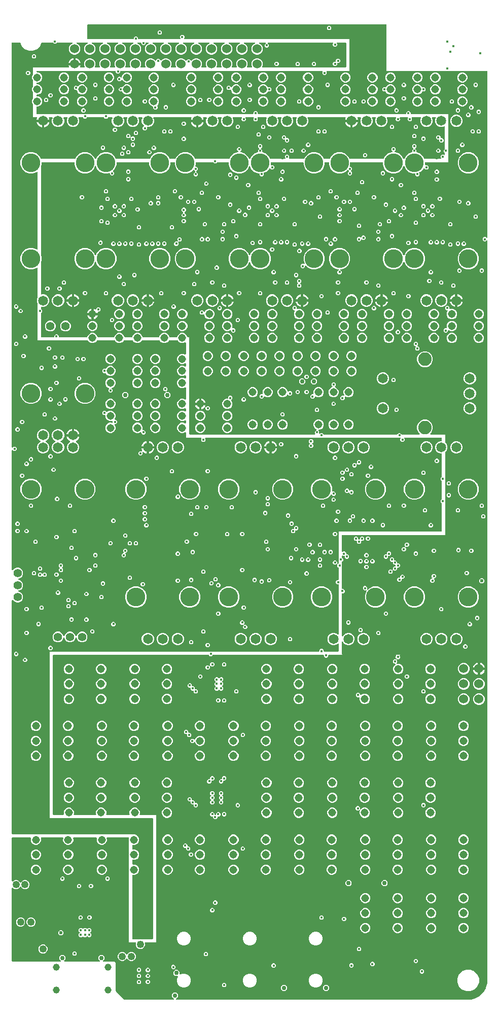
<source format=gbr>
G04 EAGLE Gerber RS-274X export*
G75*
%MOMM*%
%FSLAX34Y34*%
%LPD*%
%INCopper Layer 2*%
%IPPOS*%
%AMOC8*
5,1,8,0,0,1.08239X$1,22.5*%
G01*
%ADD10C,1.650000*%
%ADD11C,3.116000*%
%ADD12C,1.158000*%
%ADD13C,1.308000*%
%ADD14C,1.408000*%
%ADD15C,1.524000*%
%ADD16C,2.250000*%
%ADD17C,0.450000*%
%ADD18C,1.250000*%
%ADD19C,0.750000*%
%ADD20C,0.600000*%

G36*
X796995Y1269611D02*
X796995Y1269611D01*
X796997Y1269644D01*
X796975Y1269751D01*
X796959Y1269859D01*
X796946Y1269888D01*
X796940Y1269920D01*
X796888Y1270016D01*
X796843Y1270116D01*
X796822Y1270140D01*
X796807Y1270169D01*
X796731Y1270247D01*
X796660Y1270330D01*
X796633Y1270348D01*
X796610Y1270371D01*
X796515Y1270424D01*
X796424Y1270484D01*
X796393Y1270494D01*
X796365Y1270510D01*
X796259Y1270535D01*
X796154Y1270567D01*
X796122Y1270567D01*
X796091Y1270575D01*
X795981Y1270569D01*
X795872Y1270571D01*
X795841Y1270562D01*
X795809Y1270560D01*
X795706Y1270525D01*
X795600Y1270495D01*
X795573Y1270478D01*
X795542Y1270468D01*
X795469Y1270415D01*
X795360Y1270347D01*
X795328Y1270311D01*
X795293Y1270286D01*
X793967Y1268959D01*
X791033Y1268959D01*
X788959Y1271033D01*
X788959Y1273967D01*
X791033Y1276041D01*
X793967Y1276041D01*
X795293Y1274714D01*
X795319Y1274695D01*
X795340Y1274670D01*
X795432Y1274610D01*
X795519Y1274545D01*
X795549Y1274533D01*
X795576Y1274516D01*
X795681Y1274484D01*
X795783Y1274445D01*
X795815Y1274443D01*
X795846Y1274433D01*
X795955Y1274432D01*
X796064Y1274423D01*
X796096Y1274430D01*
X796128Y1274429D01*
X796233Y1274459D01*
X796340Y1274481D01*
X796369Y1274496D01*
X796400Y1274505D01*
X796493Y1274562D01*
X796589Y1274613D01*
X796612Y1274636D01*
X796640Y1274653D01*
X796713Y1274734D01*
X796791Y1274810D01*
X796807Y1274838D01*
X796829Y1274862D01*
X796876Y1274960D01*
X796930Y1275056D01*
X796938Y1275087D01*
X796952Y1275116D01*
X796966Y1275205D01*
X796995Y1275330D01*
X796993Y1275378D01*
X796999Y1275420D01*
X796999Y1552500D01*
X796990Y1552564D01*
X796991Y1552628D01*
X796970Y1552703D01*
X796959Y1552779D01*
X796933Y1552838D01*
X796916Y1552900D01*
X796875Y1552966D01*
X796843Y1553036D01*
X796801Y1553085D01*
X796768Y1553140D01*
X796710Y1553192D01*
X796660Y1553250D01*
X796606Y1553286D01*
X796558Y1553329D01*
X796489Y1553362D01*
X796424Y1553405D01*
X796362Y1553424D01*
X796305Y1553452D01*
X796235Y1553463D01*
X796154Y1553487D01*
X796069Y1553488D01*
X796000Y1553499D01*
X628499Y1553499D01*
X628499Y1630000D01*
X628490Y1630064D01*
X628491Y1630128D01*
X628470Y1630203D01*
X628459Y1630279D01*
X628433Y1630338D01*
X628416Y1630400D01*
X628375Y1630466D01*
X628343Y1630536D01*
X628301Y1630585D01*
X628268Y1630640D01*
X628210Y1630692D01*
X628160Y1630750D01*
X628106Y1630786D01*
X628058Y1630829D01*
X627989Y1630862D01*
X627924Y1630905D01*
X627862Y1630924D01*
X627805Y1630952D01*
X627735Y1630963D01*
X627654Y1630987D01*
X627569Y1630988D01*
X627500Y1630999D01*
X130000Y1630999D01*
X129936Y1630990D01*
X129872Y1630991D01*
X129797Y1630970D01*
X129721Y1630959D01*
X129662Y1630933D01*
X129600Y1630916D01*
X129534Y1630875D01*
X129464Y1630843D01*
X129415Y1630801D01*
X129360Y1630768D01*
X129308Y1630710D01*
X129250Y1630660D01*
X129214Y1630606D01*
X129171Y1630558D01*
X129138Y1630489D01*
X129095Y1630424D01*
X129076Y1630362D01*
X129048Y1630305D01*
X129037Y1630235D01*
X129013Y1630154D01*
X129012Y1630069D01*
X129001Y1630000D01*
X129001Y1607500D01*
X129010Y1607436D01*
X129009Y1607372D01*
X129030Y1607297D01*
X129041Y1607221D01*
X129067Y1607162D01*
X129084Y1607100D01*
X129125Y1607034D01*
X129157Y1606964D01*
X129199Y1606915D01*
X129232Y1606860D01*
X129290Y1606808D01*
X129340Y1606750D01*
X129394Y1606714D01*
X129442Y1606671D01*
X129511Y1606638D01*
X129576Y1606595D01*
X129638Y1606576D01*
X129695Y1606548D01*
X129765Y1606537D01*
X129846Y1606513D01*
X129931Y1606512D01*
X130000Y1606501D01*
X205460Y1606501D01*
X205524Y1606510D01*
X205588Y1606509D01*
X205663Y1606530D01*
X205739Y1606541D01*
X205798Y1606567D01*
X205860Y1606584D01*
X205926Y1606625D01*
X205996Y1606657D01*
X206045Y1606699D01*
X206100Y1606732D01*
X206152Y1606790D01*
X206210Y1606840D01*
X206246Y1606894D01*
X206289Y1606942D01*
X206322Y1607011D01*
X206365Y1607076D01*
X206384Y1607138D01*
X206412Y1607195D01*
X206423Y1607265D01*
X206447Y1607346D01*
X206448Y1607431D01*
X206459Y1607500D01*
X206459Y1608967D01*
X208533Y1611041D01*
X211467Y1611041D01*
X213541Y1608967D01*
X213541Y1607500D01*
X213550Y1607436D01*
X213549Y1607372D01*
X213570Y1607297D01*
X213581Y1607221D01*
X213607Y1607162D01*
X213624Y1607100D01*
X213665Y1607034D01*
X213697Y1606964D01*
X213739Y1606915D01*
X213772Y1606860D01*
X213830Y1606808D01*
X213880Y1606750D01*
X213934Y1606714D01*
X213982Y1606671D01*
X214051Y1606638D01*
X214116Y1606595D01*
X214178Y1606576D01*
X214235Y1606548D01*
X214305Y1606537D01*
X214386Y1606513D01*
X214471Y1606512D01*
X214540Y1606501D01*
X283579Y1606501D01*
X283611Y1606505D01*
X283644Y1606503D01*
X283751Y1606525D01*
X283859Y1606541D01*
X283888Y1606554D01*
X283920Y1606560D01*
X284016Y1606612D01*
X284116Y1606657D01*
X284140Y1606678D01*
X284169Y1606693D01*
X284247Y1606769D01*
X284330Y1606840D01*
X284348Y1606867D01*
X284371Y1606890D01*
X284424Y1606985D01*
X284484Y1607076D01*
X284494Y1607107D01*
X284510Y1607135D01*
X284535Y1607241D01*
X284567Y1607346D01*
X284567Y1607378D01*
X284575Y1607410D01*
X284569Y1607519D01*
X284571Y1607628D01*
X284562Y1607659D01*
X284560Y1607691D01*
X284525Y1607794D01*
X284495Y1607900D01*
X284478Y1607927D01*
X284468Y1607958D01*
X284414Y1608031D01*
X284347Y1608140D01*
X284311Y1608172D01*
X284286Y1608207D01*
X283959Y1608533D01*
X283959Y1611467D01*
X286033Y1613541D01*
X288967Y1613541D01*
X291041Y1611467D01*
X291041Y1608533D01*
X290714Y1608207D01*
X290695Y1608181D01*
X290670Y1608160D01*
X290610Y1608068D01*
X290545Y1607981D01*
X290533Y1607951D01*
X290516Y1607924D01*
X290484Y1607819D01*
X290445Y1607717D01*
X290443Y1607685D01*
X290433Y1607654D01*
X290432Y1607545D01*
X290423Y1607436D01*
X290430Y1607404D01*
X290429Y1607372D01*
X290459Y1607267D01*
X290481Y1607160D01*
X290496Y1607131D01*
X290505Y1607100D01*
X290562Y1607007D01*
X290613Y1606911D01*
X290636Y1606888D01*
X290653Y1606860D01*
X290734Y1606787D01*
X290810Y1606709D01*
X290838Y1606693D01*
X290862Y1606671D01*
X290960Y1606624D01*
X291056Y1606570D01*
X291087Y1606562D01*
X291116Y1606548D01*
X291205Y1606534D01*
X291330Y1606505D01*
X291378Y1606507D01*
X291421Y1606501D01*
X566501Y1606501D01*
X566501Y1553499D01*
X528921Y1553499D01*
X528889Y1553495D01*
X528856Y1553497D01*
X528750Y1553475D01*
X528641Y1553459D01*
X528612Y1553446D01*
X528580Y1553440D01*
X528484Y1553388D01*
X528384Y1553343D01*
X528360Y1553322D01*
X528331Y1553307D01*
X528253Y1553231D01*
X528170Y1553160D01*
X528152Y1553133D01*
X528129Y1553110D01*
X528076Y1553015D01*
X528016Y1552924D01*
X528006Y1552893D01*
X527990Y1552865D01*
X527965Y1552758D01*
X527933Y1552654D01*
X527933Y1552622D01*
X527925Y1552591D01*
X527931Y1552481D01*
X527929Y1552372D01*
X527938Y1552341D01*
X527940Y1552309D01*
X527976Y1552206D01*
X528005Y1552100D01*
X528022Y1552073D01*
X528032Y1552042D01*
X528085Y1551969D01*
X528153Y1551860D01*
X528189Y1551828D01*
X528214Y1551793D01*
X528541Y1551467D01*
X528541Y1548533D01*
X526467Y1546459D01*
X523533Y1546459D01*
X521459Y1548533D01*
X521459Y1551467D01*
X521786Y1551793D01*
X521805Y1551819D01*
X521830Y1551840D01*
X521890Y1551932D01*
X521955Y1552019D01*
X521967Y1552049D01*
X521984Y1552076D01*
X522016Y1552181D01*
X522055Y1552283D01*
X522057Y1552315D01*
X522067Y1552346D01*
X522068Y1552455D01*
X522077Y1552564D01*
X522070Y1552596D01*
X522071Y1552628D01*
X522041Y1552733D01*
X522019Y1552840D01*
X522004Y1552869D01*
X521995Y1552900D01*
X521938Y1552993D01*
X521887Y1553089D01*
X521864Y1553112D01*
X521847Y1553140D01*
X521766Y1553213D01*
X521690Y1553291D01*
X521662Y1553307D01*
X521638Y1553329D01*
X521540Y1553376D01*
X521444Y1553430D01*
X521413Y1553438D01*
X521384Y1553452D01*
X521295Y1553466D01*
X521170Y1553495D01*
X521122Y1553493D01*
X521079Y1553499D01*
X184540Y1553499D01*
X184476Y1553490D01*
X184412Y1553491D01*
X184337Y1553470D01*
X184261Y1553459D01*
X184202Y1553433D01*
X184140Y1553416D01*
X184074Y1553375D01*
X184004Y1553343D01*
X183955Y1553301D01*
X183900Y1553268D01*
X183848Y1553210D01*
X183790Y1553160D01*
X183754Y1553106D01*
X183711Y1553058D01*
X183678Y1552989D01*
X183635Y1552924D01*
X183616Y1552862D01*
X183588Y1552805D01*
X183577Y1552735D01*
X183553Y1552654D01*
X183552Y1552569D01*
X183541Y1552500D01*
X183541Y1551033D01*
X181467Y1548959D01*
X178533Y1548959D01*
X176459Y1551033D01*
X176459Y1552500D01*
X176450Y1552564D01*
X176451Y1552628D01*
X176430Y1552703D01*
X176419Y1552779D01*
X176393Y1552838D01*
X176376Y1552900D01*
X176335Y1552966D01*
X176303Y1553036D01*
X176261Y1553085D01*
X176228Y1553140D01*
X176170Y1553192D01*
X176120Y1553250D01*
X176066Y1553286D01*
X176018Y1553329D01*
X175949Y1553362D01*
X175884Y1553405D01*
X175822Y1553424D01*
X175765Y1553452D01*
X175695Y1553463D01*
X175614Y1553487D01*
X175529Y1553488D01*
X175460Y1553499D01*
X45000Y1553499D01*
X44936Y1553490D01*
X44872Y1553491D01*
X44797Y1553470D01*
X44721Y1553459D01*
X44662Y1553433D01*
X44600Y1553416D01*
X44534Y1553375D01*
X44464Y1553343D01*
X44415Y1553301D01*
X44360Y1553268D01*
X44308Y1553210D01*
X44250Y1553160D01*
X44214Y1553106D01*
X44171Y1553058D01*
X44138Y1552989D01*
X44095Y1552924D01*
X44076Y1552862D01*
X44048Y1552805D01*
X44037Y1552735D01*
X44013Y1552654D01*
X44012Y1552569D01*
X44001Y1552500D01*
X44001Y1552040D01*
X44010Y1551976D01*
X44009Y1551912D01*
X44030Y1551837D01*
X44041Y1551761D01*
X44067Y1551702D01*
X44084Y1551640D01*
X44125Y1551574D01*
X44157Y1551504D01*
X44199Y1551455D01*
X44232Y1551400D01*
X44290Y1551348D01*
X44340Y1551290D01*
X44394Y1551254D01*
X44442Y1551211D01*
X44511Y1551178D01*
X44576Y1551135D01*
X44638Y1551116D01*
X44695Y1551088D01*
X44765Y1551077D01*
X44846Y1551053D01*
X44931Y1551052D01*
X45000Y1551041D01*
X46699Y1551041D01*
X49838Y1549740D01*
X52240Y1547338D01*
X53541Y1544199D01*
X53541Y1540801D01*
X52240Y1537662D01*
X49838Y1535260D01*
X46699Y1533959D01*
X45000Y1533959D01*
X44936Y1533950D01*
X44872Y1533951D01*
X44797Y1533930D01*
X44721Y1533919D01*
X44662Y1533893D01*
X44600Y1533876D01*
X44534Y1533835D01*
X44464Y1533803D01*
X44415Y1533761D01*
X44360Y1533728D01*
X44308Y1533670D01*
X44250Y1533620D01*
X44214Y1533566D01*
X44171Y1533518D01*
X44138Y1533449D01*
X44095Y1533384D01*
X44076Y1533322D01*
X44048Y1533265D01*
X44037Y1533195D01*
X44013Y1533114D01*
X44012Y1533029D01*
X44001Y1532960D01*
X44001Y1532040D01*
X44010Y1531976D01*
X44009Y1531912D01*
X44030Y1531837D01*
X44041Y1531761D01*
X44067Y1531702D01*
X44084Y1531640D01*
X44125Y1531574D01*
X44157Y1531504D01*
X44199Y1531455D01*
X44232Y1531400D01*
X44290Y1531348D01*
X44340Y1531290D01*
X44394Y1531254D01*
X44442Y1531211D01*
X44511Y1531178D01*
X44576Y1531135D01*
X44638Y1531116D01*
X44695Y1531088D01*
X44765Y1531077D01*
X44846Y1531053D01*
X44931Y1531052D01*
X45000Y1531041D01*
X46699Y1531041D01*
X49838Y1529740D01*
X52240Y1527338D01*
X53541Y1524199D01*
X53541Y1520801D01*
X52240Y1517662D01*
X49838Y1515260D01*
X46699Y1513959D01*
X45000Y1513959D01*
X44936Y1513950D01*
X44872Y1513951D01*
X44797Y1513930D01*
X44721Y1513919D01*
X44662Y1513893D01*
X44600Y1513876D01*
X44534Y1513835D01*
X44464Y1513803D01*
X44415Y1513761D01*
X44360Y1513728D01*
X44308Y1513670D01*
X44250Y1513620D01*
X44214Y1513566D01*
X44171Y1513518D01*
X44138Y1513449D01*
X44095Y1513384D01*
X44076Y1513322D01*
X44048Y1513265D01*
X44037Y1513195D01*
X44013Y1513114D01*
X44012Y1513029D01*
X44001Y1512960D01*
X44001Y1512040D01*
X44010Y1511976D01*
X44009Y1511912D01*
X44030Y1511837D01*
X44041Y1511761D01*
X44067Y1511702D01*
X44084Y1511640D01*
X44125Y1511574D01*
X44157Y1511504D01*
X44199Y1511455D01*
X44232Y1511400D01*
X44290Y1511348D01*
X44340Y1511290D01*
X44394Y1511254D01*
X44442Y1511211D01*
X44511Y1511178D01*
X44576Y1511135D01*
X44638Y1511116D01*
X44695Y1511088D01*
X44765Y1511077D01*
X44846Y1511053D01*
X44931Y1511052D01*
X45000Y1511041D01*
X46699Y1511041D01*
X49838Y1509740D01*
X52240Y1507338D01*
X53541Y1504199D01*
X53541Y1500801D01*
X52240Y1497662D01*
X49838Y1495260D01*
X46699Y1493959D01*
X45000Y1493959D01*
X44936Y1493950D01*
X44872Y1493951D01*
X44797Y1493930D01*
X44721Y1493919D01*
X44662Y1493893D01*
X44600Y1493876D01*
X44534Y1493835D01*
X44464Y1493803D01*
X44415Y1493761D01*
X44360Y1493728D01*
X44308Y1493670D01*
X44250Y1493620D01*
X44214Y1493566D01*
X44171Y1493518D01*
X44138Y1493449D01*
X44095Y1493384D01*
X44076Y1493322D01*
X44048Y1493265D01*
X44037Y1493195D01*
X44013Y1493114D01*
X44012Y1493029D01*
X44001Y1492960D01*
X44001Y1482500D01*
X44010Y1482436D01*
X44009Y1482372D01*
X44030Y1482297D01*
X44041Y1482221D01*
X44067Y1482162D01*
X44084Y1482100D01*
X44125Y1482034D01*
X44157Y1481964D01*
X44199Y1481915D01*
X44232Y1481860D01*
X44290Y1481808D01*
X44340Y1481750D01*
X44394Y1481714D01*
X44442Y1481671D01*
X44511Y1481638D01*
X44576Y1481595D01*
X44638Y1481576D01*
X44695Y1481548D01*
X44765Y1481537D01*
X44846Y1481513D01*
X44931Y1481512D01*
X45000Y1481501D01*
X405460Y1481501D01*
X405524Y1481510D01*
X405588Y1481509D01*
X405663Y1481530D01*
X405739Y1481541D01*
X405798Y1481567D01*
X405860Y1481584D01*
X405926Y1481625D01*
X405996Y1481657D01*
X406045Y1481699D01*
X406100Y1481732D01*
X406152Y1481790D01*
X406210Y1481840D01*
X406246Y1481894D01*
X406289Y1481942D01*
X406322Y1482011D01*
X406365Y1482076D01*
X406384Y1482138D01*
X406412Y1482195D01*
X406423Y1482265D01*
X406447Y1482346D01*
X406448Y1482431D01*
X406459Y1482500D01*
X406459Y1483967D01*
X408533Y1486041D01*
X411467Y1486041D01*
X413541Y1483967D01*
X413541Y1482500D01*
X413550Y1482436D01*
X413549Y1482372D01*
X413570Y1482297D01*
X413581Y1482221D01*
X413607Y1482162D01*
X413624Y1482100D01*
X413665Y1482034D01*
X413697Y1481964D01*
X413739Y1481915D01*
X413772Y1481860D01*
X413830Y1481808D01*
X413880Y1481750D01*
X413934Y1481714D01*
X413982Y1481671D01*
X414051Y1481638D01*
X414116Y1481595D01*
X414178Y1481576D01*
X414235Y1481548D01*
X414305Y1481537D01*
X414386Y1481513D01*
X414471Y1481512D01*
X414540Y1481501D01*
X660460Y1481501D01*
X660524Y1481510D01*
X660588Y1481509D01*
X660663Y1481530D01*
X660739Y1481541D01*
X660798Y1481567D01*
X660860Y1481584D01*
X660926Y1481625D01*
X660996Y1481657D01*
X661045Y1481699D01*
X661100Y1481732D01*
X661152Y1481790D01*
X661210Y1481840D01*
X661246Y1481894D01*
X661289Y1481942D01*
X661322Y1482011D01*
X661365Y1482076D01*
X661384Y1482138D01*
X661412Y1482195D01*
X661423Y1482265D01*
X661447Y1482346D01*
X661448Y1482431D01*
X661459Y1482500D01*
X661459Y1483967D01*
X663533Y1486041D01*
X666467Y1486041D01*
X668541Y1483967D01*
X668541Y1482500D01*
X668550Y1482436D01*
X668549Y1482372D01*
X668570Y1482297D01*
X668581Y1482221D01*
X668607Y1482162D01*
X668624Y1482100D01*
X668665Y1482034D01*
X668697Y1481964D01*
X668739Y1481915D01*
X668772Y1481860D01*
X668830Y1481808D01*
X668880Y1481750D01*
X668934Y1481714D01*
X668982Y1481671D01*
X669051Y1481638D01*
X669116Y1481595D01*
X669178Y1481576D01*
X669235Y1481548D01*
X669305Y1481537D01*
X669386Y1481513D01*
X669471Y1481512D01*
X669540Y1481501D01*
X731501Y1481501D01*
X731501Y1400999D01*
X693580Y1400999D01*
X693516Y1400990D01*
X693452Y1400991D01*
X693377Y1400970D01*
X693301Y1400959D01*
X693242Y1400933D01*
X693180Y1400916D01*
X693114Y1400875D01*
X693044Y1400843D01*
X692995Y1400801D01*
X692940Y1400768D01*
X692888Y1400710D01*
X692830Y1400660D01*
X692794Y1400606D01*
X692751Y1400558D01*
X692718Y1400489D01*
X692675Y1400424D01*
X692656Y1400362D01*
X692628Y1400305D01*
X692617Y1400235D01*
X692593Y1400154D01*
X692592Y1400069D01*
X692581Y1400000D01*
X692581Y1397040D01*
X692590Y1396976D01*
X692589Y1396912D01*
X692610Y1396837D01*
X692621Y1396761D01*
X692647Y1396702D01*
X692664Y1396640D01*
X692705Y1396574D01*
X692737Y1396504D01*
X692779Y1396455D01*
X692812Y1396400D01*
X692870Y1396348D01*
X692920Y1396290D01*
X692974Y1396254D01*
X693022Y1396211D01*
X693091Y1396178D01*
X693156Y1396135D01*
X693218Y1396116D01*
X693275Y1396088D01*
X693345Y1396077D01*
X693426Y1396053D01*
X693511Y1396052D01*
X693580Y1396041D01*
X696467Y1396041D01*
X698541Y1393967D01*
X698541Y1391033D01*
X696467Y1388959D01*
X693533Y1388959D01*
X691708Y1390785D01*
X691613Y1390856D01*
X691521Y1390931D01*
X691500Y1390940D01*
X691482Y1390954D01*
X691371Y1390996D01*
X691262Y1391043D01*
X691240Y1391046D01*
X691218Y1391054D01*
X691100Y1391063D01*
X690982Y1391077D01*
X690960Y1391074D01*
X690937Y1391076D01*
X690821Y1391051D01*
X690704Y1391032D01*
X690683Y1391023D01*
X690661Y1391018D01*
X690556Y1390962D01*
X690449Y1390911D01*
X690432Y1390896D01*
X690412Y1390885D01*
X690327Y1390803D01*
X690238Y1390724D01*
X690227Y1390705D01*
X690210Y1390689D01*
X690118Y1390526D01*
X690078Y1390461D01*
X689904Y1390041D01*
X684959Y1385096D01*
X683408Y1384453D01*
X683306Y1384393D01*
X683201Y1384337D01*
X683185Y1384321D01*
X683165Y1384310D01*
X683084Y1384223D01*
X682999Y1384141D01*
X682988Y1384121D01*
X682972Y1384104D01*
X682918Y1383998D01*
X682860Y1383895D01*
X682855Y1383873D01*
X682844Y1383853D01*
X682822Y1383736D01*
X682795Y1383621D01*
X682796Y1383598D01*
X682792Y1383576D01*
X682803Y1383458D01*
X682809Y1383339D01*
X682817Y1383317D01*
X682819Y1383295D01*
X682863Y1383185D01*
X682902Y1383073D01*
X682915Y1383055D01*
X682924Y1383033D01*
X683038Y1382886D01*
X683084Y1382824D01*
X683541Y1382367D01*
X683541Y1379433D01*
X681467Y1377359D01*
X678533Y1377359D01*
X676459Y1379433D01*
X676459Y1381420D01*
X676450Y1381484D01*
X676451Y1381548D01*
X676430Y1381623D01*
X676419Y1381699D01*
X676393Y1381758D01*
X676376Y1381820D01*
X676335Y1381886D01*
X676303Y1381956D01*
X676261Y1382005D01*
X676228Y1382060D01*
X676170Y1382112D01*
X676120Y1382170D01*
X676066Y1382206D01*
X676018Y1382249D01*
X675949Y1382282D01*
X675884Y1382325D01*
X675822Y1382344D01*
X675765Y1382372D01*
X675695Y1382383D01*
X675614Y1382407D01*
X675529Y1382408D01*
X675460Y1382419D01*
X671503Y1382419D01*
X665041Y1385096D01*
X660096Y1390041D01*
X658423Y1394079D01*
X658407Y1394107D01*
X658397Y1394138D01*
X658335Y1394228D01*
X658280Y1394322D01*
X658256Y1394344D01*
X658238Y1394371D01*
X658153Y1394440D01*
X658074Y1394515D01*
X658045Y1394530D01*
X658020Y1394550D01*
X657920Y1394593D01*
X657822Y1394643D01*
X657791Y1394649D01*
X657761Y1394661D01*
X657653Y1394675D01*
X657545Y1394695D01*
X657513Y1394692D01*
X657481Y1394696D01*
X657373Y1394679D01*
X657265Y1394668D01*
X657235Y1394656D01*
X657203Y1394651D01*
X657104Y1394604D01*
X657003Y1394564D01*
X656977Y1394544D01*
X656948Y1394530D01*
X656866Y1394457D01*
X656780Y1394390D01*
X656761Y1394364D01*
X656737Y1394342D01*
X656690Y1394265D01*
X656615Y1394161D01*
X656599Y1394116D01*
X656577Y1394079D01*
X654904Y1390041D01*
X649959Y1385096D01*
X643497Y1382419D01*
X636503Y1382419D01*
X630041Y1385096D01*
X625096Y1390041D01*
X622419Y1396503D01*
X622419Y1400000D01*
X622410Y1400064D01*
X622411Y1400128D01*
X622390Y1400203D01*
X622379Y1400279D01*
X622353Y1400338D01*
X622336Y1400400D01*
X622295Y1400466D01*
X622263Y1400536D01*
X622221Y1400585D01*
X622188Y1400640D01*
X622130Y1400692D01*
X622080Y1400750D01*
X622026Y1400786D01*
X621978Y1400829D01*
X621909Y1400862D01*
X621844Y1400905D01*
X621782Y1400924D01*
X621725Y1400952D01*
X621655Y1400963D01*
X621574Y1400987D01*
X621489Y1400988D01*
X621420Y1400999D01*
X568580Y1400999D01*
X568516Y1400990D01*
X568452Y1400991D01*
X568377Y1400970D01*
X568301Y1400959D01*
X568242Y1400933D01*
X568180Y1400916D01*
X568114Y1400875D01*
X568044Y1400843D01*
X567995Y1400801D01*
X567940Y1400768D01*
X567888Y1400710D01*
X567830Y1400660D01*
X567794Y1400606D01*
X567751Y1400558D01*
X567718Y1400489D01*
X567675Y1400424D01*
X567656Y1400362D01*
X567628Y1400305D01*
X567617Y1400235D01*
X567593Y1400154D01*
X567592Y1400069D01*
X567581Y1400000D01*
X567581Y1396503D01*
X566926Y1394922D01*
X566897Y1394808D01*
X566862Y1394694D01*
X566862Y1394671D01*
X566856Y1394649D01*
X566860Y1394531D01*
X566858Y1394412D01*
X566864Y1394390D01*
X566865Y1394367D01*
X566902Y1394255D01*
X566933Y1394140D01*
X566945Y1394121D01*
X566952Y1394099D01*
X567019Y1394001D01*
X567082Y1393900D01*
X567098Y1393885D01*
X567111Y1393866D01*
X567203Y1393791D01*
X567291Y1393711D01*
X567311Y1393701D01*
X567329Y1393687D01*
X567438Y1393640D01*
X567545Y1393588D01*
X567566Y1393585D01*
X567588Y1393575D01*
X567773Y1393553D01*
X567849Y1393541D01*
X568967Y1393541D01*
X571041Y1391467D01*
X571041Y1388533D01*
X569464Y1386957D01*
X569425Y1386905D01*
X569379Y1386860D01*
X569341Y1386793D01*
X569295Y1386731D01*
X569272Y1386671D01*
X569240Y1386615D01*
X569222Y1386540D01*
X569195Y1386467D01*
X569190Y1386403D01*
X569175Y1386340D01*
X569179Y1386263D01*
X569173Y1386186D01*
X569186Y1386123D01*
X569190Y1386059D01*
X569215Y1385986D01*
X569231Y1385910D01*
X569261Y1385853D01*
X569282Y1385792D01*
X569324Y1385736D01*
X569363Y1385661D01*
X569423Y1385600D01*
X569464Y1385543D01*
X571041Y1383967D01*
X571041Y1381033D01*
X568967Y1378959D01*
X566033Y1378959D01*
X563959Y1381033D01*
X563959Y1383967D01*
X565536Y1385543D01*
X565575Y1385595D01*
X565621Y1385640D01*
X565659Y1385707D01*
X565705Y1385769D01*
X565728Y1385829D01*
X565760Y1385885D01*
X565778Y1385960D01*
X565805Y1386033D01*
X565810Y1386097D01*
X565825Y1386159D01*
X565821Y1386237D01*
X565827Y1386314D01*
X565814Y1386377D01*
X565810Y1386441D01*
X565785Y1386514D01*
X565769Y1386590D01*
X565739Y1386647D01*
X565718Y1386708D01*
X565676Y1386764D01*
X565637Y1386839D01*
X565577Y1386900D01*
X565536Y1386957D01*
X564384Y1388108D01*
X564333Y1388147D01*
X564288Y1388193D01*
X564221Y1388231D01*
X564159Y1388278D01*
X564099Y1388300D01*
X564043Y1388332D01*
X563967Y1388350D01*
X563895Y1388377D01*
X563831Y1388382D01*
X563768Y1388397D01*
X563691Y1388393D01*
X563614Y1388399D01*
X563551Y1388386D01*
X563487Y1388383D01*
X563413Y1388357D01*
X563338Y1388341D01*
X563281Y1388311D01*
X563220Y1388290D01*
X563163Y1388249D01*
X563089Y1388209D01*
X563028Y1388150D01*
X562971Y1388108D01*
X559959Y1385096D01*
X553497Y1382419D01*
X546503Y1382419D01*
X540041Y1385096D01*
X535096Y1390041D01*
X532419Y1396503D01*
X532419Y1400000D01*
X532410Y1400064D01*
X532411Y1400128D01*
X532390Y1400203D01*
X532379Y1400279D01*
X532353Y1400338D01*
X532336Y1400400D01*
X532295Y1400466D01*
X532263Y1400536D01*
X532221Y1400585D01*
X532188Y1400640D01*
X532130Y1400692D01*
X532080Y1400750D01*
X532026Y1400786D01*
X531978Y1400829D01*
X531909Y1400862D01*
X531844Y1400905D01*
X531782Y1400924D01*
X531725Y1400952D01*
X531655Y1400963D01*
X531574Y1400987D01*
X531489Y1400988D01*
X531420Y1400999D01*
X526080Y1400999D01*
X526016Y1400990D01*
X525952Y1400991D01*
X525877Y1400970D01*
X525801Y1400959D01*
X525742Y1400933D01*
X525680Y1400916D01*
X525614Y1400875D01*
X525544Y1400843D01*
X525495Y1400801D01*
X525440Y1400768D01*
X525388Y1400710D01*
X525330Y1400660D01*
X525294Y1400606D01*
X525251Y1400558D01*
X525218Y1400489D01*
X525175Y1400424D01*
X525156Y1400362D01*
X525128Y1400305D01*
X525117Y1400235D01*
X525093Y1400154D01*
X525092Y1400069D01*
X525081Y1400000D01*
X525081Y1396503D01*
X522404Y1390041D01*
X517459Y1385096D01*
X510997Y1382419D01*
X504003Y1382419D01*
X497541Y1385096D01*
X492596Y1390041D01*
X489919Y1396503D01*
X489919Y1400000D01*
X489910Y1400064D01*
X489911Y1400128D01*
X489890Y1400203D01*
X489879Y1400279D01*
X489853Y1400338D01*
X489836Y1400400D01*
X489795Y1400466D01*
X489763Y1400536D01*
X489721Y1400585D01*
X489688Y1400640D01*
X489630Y1400692D01*
X489580Y1400750D01*
X489526Y1400786D01*
X489478Y1400829D01*
X489409Y1400862D01*
X489344Y1400905D01*
X489282Y1400924D01*
X489225Y1400952D01*
X489155Y1400963D01*
X489074Y1400987D01*
X488989Y1400988D01*
X488920Y1400999D01*
X436080Y1400999D01*
X436016Y1400990D01*
X435952Y1400991D01*
X435877Y1400970D01*
X435801Y1400959D01*
X435742Y1400933D01*
X435680Y1400916D01*
X435614Y1400875D01*
X435544Y1400843D01*
X435495Y1400801D01*
X435440Y1400768D01*
X435388Y1400710D01*
X435330Y1400660D01*
X435294Y1400606D01*
X435251Y1400558D01*
X435218Y1400489D01*
X435175Y1400424D01*
X435156Y1400362D01*
X435128Y1400305D01*
X435117Y1400235D01*
X435093Y1400154D01*
X435092Y1400069D01*
X435081Y1400000D01*
X435081Y1397040D01*
X435090Y1396976D01*
X435089Y1396912D01*
X435110Y1396837D01*
X435121Y1396761D01*
X435147Y1396702D01*
X435164Y1396640D01*
X435205Y1396574D01*
X435237Y1396504D01*
X435279Y1396455D01*
X435312Y1396400D01*
X435370Y1396348D01*
X435420Y1396290D01*
X435474Y1396254D01*
X435522Y1396211D01*
X435591Y1396178D01*
X435656Y1396135D01*
X435718Y1396116D01*
X435775Y1396088D01*
X435845Y1396077D01*
X435926Y1396053D01*
X436011Y1396052D01*
X436080Y1396041D01*
X438967Y1396041D01*
X441041Y1393967D01*
X441041Y1391033D01*
X438967Y1388959D01*
X436033Y1388959D01*
X434208Y1390785D01*
X434113Y1390856D01*
X434021Y1390932D01*
X434000Y1390941D01*
X433982Y1390954D01*
X433871Y1390996D01*
X433762Y1391043D01*
X433740Y1391046D01*
X433718Y1391054D01*
X433600Y1391063D01*
X433482Y1391077D01*
X433460Y1391074D01*
X433437Y1391076D01*
X433321Y1391051D01*
X433204Y1391032D01*
X433183Y1391023D01*
X433161Y1391018D01*
X433057Y1390962D01*
X432949Y1390911D01*
X432932Y1390896D01*
X432912Y1390885D01*
X432827Y1390803D01*
X432738Y1390724D01*
X432727Y1390705D01*
X432710Y1390689D01*
X432618Y1390526D01*
X432578Y1390461D01*
X432404Y1390041D01*
X427459Y1385096D01*
X424140Y1383721D01*
X424038Y1383661D01*
X423933Y1383605D01*
X423917Y1383589D01*
X423897Y1383578D01*
X423816Y1383491D01*
X423731Y1383408D01*
X423720Y1383388D01*
X423704Y1383372D01*
X423650Y1383266D01*
X423592Y1383162D01*
X423587Y1383140D01*
X423577Y1383120D01*
X423555Y1383003D01*
X423527Y1382888D01*
X423528Y1382865D01*
X423524Y1382843D01*
X423536Y1382725D01*
X423541Y1382628D01*
X423541Y1379433D01*
X421467Y1377359D01*
X418533Y1377359D01*
X416459Y1379433D01*
X416459Y1381420D01*
X416450Y1381484D01*
X416451Y1381548D01*
X416430Y1381623D01*
X416419Y1381699D01*
X416393Y1381758D01*
X416376Y1381820D01*
X416335Y1381886D01*
X416303Y1381956D01*
X416261Y1382005D01*
X416228Y1382060D01*
X416170Y1382112D01*
X416120Y1382170D01*
X416066Y1382206D01*
X416018Y1382249D01*
X415949Y1382282D01*
X415884Y1382325D01*
X415822Y1382344D01*
X415765Y1382372D01*
X415695Y1382383D01*
X415614Y1382407D01*
X415529Y1382408D01*
X415460Y1382419D01*
X414003Y1382419D01*
X407541Y1385096D01*
X402596Y1390041D01*
X400923Y1394079D01*
X400907Y1394107D01*
X400897Y1394138D01*
X400835Y1394228D01*
X400780Y1394322D01*
X400756Y1394344D01*
X400738Y1394371D01*
X400654Y1394440D01*
X400574Y1394515D01*
X400545Y1394530D01*
X400520Y1394550D01*
X400420Y1394593D01*
X400322Y1394643D01*
X400291Y1394649D01*
X400261Y1394661D01*
X400153Y1394675D01*
X400045Y1394695D01*
X400013Y1394692D01*
X399981Y1394696D01*
X399873Y1394679D01*
X399765Y1394668D01*
X399735Y1394656D01*
X399703Y1394651D01*
X399604Y1394604D01*
X399503Y1394564D01*
X399477Y1394544D01*
X399448Y1394530D01*
X399366Y1394457D01*
X399280Y1394390D01*
X399261Y1394364D01*
X399237Y1394343D01*
X399190Y1394265D01*
X399115Y1394161D01*
X399099Y1394116D01*
X399077Y1394079D01*
X397404Y1390041D01*
X392459Y1385096D01*
X385997Y1382419D01*
X379003Y1382419D01*
X372541Y1385096D01*
X367596Y1390041D01*
X364919Y1396503D01*
X364919Y1400000D01*
X364910Y1400064D01*
X364911Y1400128D01*
X364890Y1400203D01*
X364879Y1400279D01*
X364853Y1400338D01*
X364836Y1400400D01*
X364795Y1400466D01*
X364763Y1400536D01*
X364721Y1400585D01*
X364688Y1400640D01*
X364630Y1400692D01*
X364580Y1400750D01*
X364526Y1400786D01*
X364478Y1400829D01*
X364409Y1400862D01*
X364344Y1400905D01*
X364282Y1400924D01*
X364225Y1400952D01*
X364155Y1400963D01*
X364074Y1400987D01*
X363989Y1400988D01*
X363920Y1400999D01*
X346421Y1400999D01*
X346325Y1400986D01*
X346229Y1400981D01*
X346186Y1400966D01*
X346141Y1400959D01*
X346054Y1400920D01*
X345963Y1400888D01*
X345928Y1400863D01*
X345884Y1400843D01*
X345787Y1400760D01*
X345714Y1400707D01*
X343967Y1398959D01*
X341033Y1398959D01*
X339286Y1400707D01*
X339209Y1400764D01*
X339138Y1400829D01*
X339097Y1400849D01*
X339060Y1400876D01*
X338971Y1400910D01*
X338884Y1400952D01*
X338842Y1400958D01*
X338797Y1400975D01*
X338669Y1400985D01*
X338579Y1400999D01*
X311080Y1400999D01*
X311016Y1400990D01*
X310952Y1400991D01*
X310877Y1400970D01*
X310801Y1400959D01*
X310742Y1400933D01*
X310680Y1400916D01*
X310614Y1400875D01*
X310544Y1400843D01*
X310495Y1400801D01*
X310440Y1400768D01*
X310388Y1400710D01*
X310330Y1400660D01*
X310294Y1400606D01*
X310251Y1400558D01*
X310218Y1400489D01*
X310175Y1400424D01*
X310156Y1400362D01*
X310128Y1400305D01*
X310117Y1400235D01*
X310093Y1400154D01*
X310092Y1400069D01*
X310081Y1400000D01*
X310081Y1396503D01*
X309426Y1394922D01*
X309397Y1394808D01*
X309362Y1394694D01*
X309362Y1394671D01*
X309356Y1394649D01*
X309360Y1394531D01*
X309358Y1394412D01*
X309364Y1394390D01*
X309365Y1394367D01*
X309402Y1394255D01*
X309433Y1394140D01*
X309445Y1394121D01*
X309452Y1394099D01*
X309519Y1394001D01*
X309582Y1393900D01*
X309598Y1393885D01*
X309611Y1393866D01*
X309703Y1393791D01*
X309791Y1393711D01*
X309811Y1393701D01*
X309829Y1393687D01*
X309938Y1393640D01*
X310045Y1393588D01*
X310066Y1393585D01*
X310088Y1393575D01*
X310273Y1393553D01*
X310349Y1393541D01*
X311467Y1393541D01*
X313541Y1391467D01*
X313541Y1388533D01*
X311224Y1386217D01*
X311185Y1386165D01*
X311139Y1386120D01*
X311101Y1386053D01*
X311055Y1385991D01*
X311032Y1385931D01*
X311000Y1385875D01*
X310982Y1385800D01*
X310955Y1385727D01*
X310950Y1385663D01*
X310935Y1385600D01*
X310939Y1385523D01*
X310933Y1385446D01*
X310946Y1385383D01*
X310950Y1385319D01*
X310975Y1385246D01*
X310991Y1385170D01*
X311021Y1385113D01*
X311042Y1385052D01*
X311084Y1384996D01*
X311123Y1384921D01*
X311183Y1384860D01*
X311224Y1384803D01*
X313541Y1382487D01*
X313541Y1379553D01*
X311467Y1377479D01*
X308533Y1377479D01*
X306459Y1379553D01*
X306459Y1382487D01*
X308776Y1384803D01*
X308815Y1384855D01*
X308861Y1384900D01*
X308899Y1384967D01*
X308945Y1385029D01*
X308968Y1385089D01*
X309000Y1385145D01*
X309018Y1385220D01*
X309045Y1385293D01*
X309050Y1385357D01*
X309065Y1385419D01*
X309061Y1385497D01*
X309067Y1385574D01*
X309054Y1385637D01*
X309050Y1385701D01*
X309025Y1385774D01*
X309009Y1385850D01*
X308979Y1385907D01*
X308958Y1385968D01*
X308916Y1386024D01*
X308877Y1386099D01*
X308817Y1386160D01*
X308776Y1386217D01*
X306884Y1388108D01*
X306833Y1388147D01*
X306788Y1388193D01*
X306721Y1388231D01*
X306659Y1388278D01*
X306599Y1388300D01*
X306543Y1388332D01*
X306467Y1388350D01*
X306395Y1388377D01*
X306331Y1388382D01*
X306268Y1388397D01*
X306191Y1388393D01*
X306114Y1388399D01*
X306051Y1388386D01*
X305987Y1388383D01*
X305913Y1388357D01*
X305838Y1388341D01*
X305781Y1388311D01*
X305720Y1388290D01*
X305663Y1388249D01*
X305589Y1388209D01*
X305528Y1388150D01*
X305471Y1388108D01*
X302459Y1385096D01*
X295997Y1382419D01*
X289003Y1382419D01*
X282541Y1385096D01*
X277596Y1390041D01*
X274919Y1396503D01*
X274919Y1400000D01*
X274910Y1400064D01*
X274911Y1400128D01*
X274890Y1400203D01*
X274879Y1400279D01*
X274853Y1400338D01*
X274836Y1400400D01*
X274795Y1400466D01*
X274763Y1400536D01*
X274721Y1400585D01*
X274688Y1400640D01*
X274630Y1400692D01*
X274580Y1400750D01*
X274526Y1400786D01*
X274478Y1400829D01*
X274409Y1400862D01*
X274344Y1400905D01*
X274282Y1400924D01*
X274225Y1400952D01*
X274155Y1400963D01*
X274074Y1400987D01*
X273989Y1400988D01*
X273920Y1400999D01*
X268580Y1400999D01*
X268516Y1400990D01*
X268452Y1400991D01*
X268377Y1400970D01*
X268301Y1400959D01*
X268242Y1400933D01*
X268180Y1400916D01*
X268114Y1400875D01*
X268044Y1400843D01*
X267995Y1400801D01*
X267940Y1400768D01*
X267888Y1400710D01*
X267830Y1400660D01*
X267794Y1400606D01*
X267751Y1400558D01*
X267718Y1400489D01*
X267675Y1400424D01*
X267656Y1400362D01*
X267628Y1400305D01*
X267617Y1400235D01*
X267593Y1400154D01*
X267592Y1400069D01*
X267581Y1400000D01*
X267581Y1396503D01*
X264904Y1390041D01*
X259959Y1385096D01*
X253497Y1382419D01*
X246503Y1382419D01*
X240041Y1385096D01*
X235096Y1390041D01*
X232419Y1396503D01*
X232419Y1400000D01*
X232410Y1400064D01*
X232411Y1400128D01*
X232390Y1400203D01*
X232379Y1400279D01*
X232353Y1400338D01*
X232336Y1400400D01*
X232295Y1400466D01*
X232263Y1400536D01*
X232221Y1400585D01*
X232188Y1400640D01*
X232130Y1400692D01*
X232080Y1400750D01*
X232026Y1400786D01*
X231978Y1400829D01*
X231909Y1400862D01*
X231844Y1400905D01*
X231782Y1400924D01*
X231725Y1400952D01*
X231655Y1400963D01*
X231574Y1400987D01*
X231489Y1400988D01*
X231420Y1400999D01*
X178580Y1400999D01*
X178516Y1400990D01*
X178452Y1400991D01*
X178377Y1400970D01*
X178301Y1400959D01*
X178242Y1400933D01*
X178180Y1400916D01*
X178114Y1400875D01*
X178044Y1400843D01*
X177995Y1400801D01*
X177940Y1400768D01*
X177888Y1400710D01*
X177830Y1400660D01*
X177794Y1400606D01*
X177751Y1400558D01*
X177718Y1400489D01*
X177675Y1400424D01*
X177656Y1400362D01*
X177628Y1400305D01*
X177617Y1400235D01*
X177593Y1400154D01*
X177592Y1400069D01*
X177581Y1400000D01*
X177581Y1396503D01*
X174904Y1390041D01*
X171892Y1387029D01*
X171853Y1386977D01*
X171807Y1386933D01*
X171769Y1386865D01*
X171722Y1386803D01*
X171700Y1386743D01*
X171668Y1386687D01*
X171650Y1386612D01*
X171623Y1386539D01*
X171618Y1386475D01*
X171603Y1386413D01*
X171607Y1386335D01*
X171601Y1386258D01*
X171614Y1386195D01*
X171617Y1386131D01*
X171643Y1386058D01*
X171659Y1385982D01*
X171689Y1385925D01*
X171710Y1385865D01*
X171751Y1385808D01*
X171791Y1385733D01*
X171850Y1385672D01*
X171892Y1385616D01*
X173541Y1383967D01*
X173541Y1381033D01*
X171467Y1378959D01*
X168533Y1378959D01*
X166459Y1381033D01*
X166459Y1382151D01*
X166443Y1382268D01*
X166431Y1382386D01*
X166423Y1382407D01*
X166419Y1382430D01*
X166371Y1382538D01*
X166327Y1382648D01*
X166313Y1382666D01*
X166303Y1382687D01*
X166226Y1382777D01*
X166153Y1382871D01*
X166135Y1382884D01*
X166120Y1382901D01*
X166020Y1382966D01*
X165924Y1383036D01*
X165903Y1383043D01*
X165884Y1383056D01*
X165770Y1383090D01*
X165659Y1383130D01*
X165636Y1383131D01*
X165614Y1383138D01*
X165496Y1383140D01*
X165377Y1383147D01*
X165356Y1383142D01*
X165332Y1383142D01*
X165153Y1383092D01*
X165078Y1383074D01*
X163497Y1382419D01*
X156503Y1382419D01*
X150041Y1385096D01*
X145096Y1390041D01*
X143423Y1394079D01*
X143407Y1394107D01*
X143397Y1394138D01*
X143335Y1394228D01*
X143280Y1394322D01*
X143256Y1394344D01*
X143238Y1394371D01*
X143154Y1394440D01*
X143074Y1394515D01*
X143045Y1394530D01*
X143020Y1394550D01*
X142920Y1394593D01*
X142822Y1394643D01*
X142791Y1394649D01*
X142761Y1394661D01*
X142653Y1394675D01*
X142545Y1394695D01*
X142513Y1394692D01*
X142481Y1394696D01*
X142373Y1394679D01*
X142265Y1394668D01*
X142235Y1394656D01*
X142203Y1394651D01*
X142104Y1394604D01*
X142003Y1394564D01*
X141977Y1394544D01*
X141948Y1394530D01*
X141866Y1394457D01*
X141780Y1394390D01*
X141761Y1394364D01*
X141737Y1394343D01*
X141690Y1394265D01*
X141615Y1394161D01*
X141599Y1394116D01*
X141577Y1394079D01*
X139904Y1390041D01*
X134959Y1385096D01*
X128497Y1382419D01*
X121503Y1382419D01*
X115041Y1385096D01*
X110096Y1390041D01*
X107419Y1396503D01*
X107419Y1400000D01*
X107410Y1400064D01*
X107411Y1400128D01*
X107390Y1400203D01*
X107379Y1400279D01*
X107353Y1400338D01*
X107336Y1400400D01*
X107295Y1400466D01*
X107263Y1400536D01*
X107221Y1400585D01*
X107188Y1400640D01*
X107130Y1400692D01*
X107080Y1400750D01*
X107026Y1400786D01*
X106978Y1400829D01*
X106909Y1400862D01*
X106844Y1400905D01*
X106782Y1400924D01*
X106725Y1400952D01*
X106655Y1400963D01*
X106574Y1400987D01*
X106489Y1400988D01*
X106420Y1400999D01*
X53580Y1400999D01*
X53516Y1400990D01*
X53452Y1400991D01*
X53377Y1400970D01*
X53301Y1400959D01*
X53242Y1400933D01*
X53180Y1400916D01*
X53114Y1400875D01*
X53044Y1400843D01*
X52995Y1400801D01*
X52940Y1400768D01*
X52888Y1400710D01*
X52830Y1400660D01*
X52794Y1400606D01*
X52751Y1400558D01*
X52718Y1400489D01*
X52675Y1400424D01*
X52656Y1400362D01*
X52628Y1400305D01*
X52617Y1400235D01*
X52593Y1400154D01*
X52592Y1400069D01*
X52581Y1400000D01*
X52581Y1396503D01*
X51577Y1394079D01*
X51566Y1394039D01*
X51548Y1394002D01*
X51535Y1393916D01*
X51507Y1393806D01*
X51509Y1393747D01*
X51501Y1393697D01*
X51501Y1246303D01*
X51507Y1246262D01*
X51504Y1246220D01*
X51520Y1246153D01*
X51520Y1246148D01*
X51526Y1246129D01*
X51541Y1246024D01*
X51565Y1245970D01*
X51577Y1245921D01*
X52581Y1243497D01*
X52581Y1236503D01*
X51577Y1234079D01*
X51566Y1234039D01*
X51548Y1234002D01*
X51535Y1233916D01*
X51507Y1233806D01*
X51509Y1233747D01*
X51501Y1233697D01*
X51501Y1181141D01*
X51517Y1181024D01*
X51529Y1180906D01*
X51537Y1180885D01*
X51541Y1180862D01*
X51589Y1180754D01*
X51633Y1180644D01*
X51647Y1180626D01*
X51657Y1180605D01*
X51734Y1180515D01*
X51807Y1180422D01*
X51825Y1180408D01*
X51840Y1180391D01*
X51939Y1180326D01*
X52036Y1180257D01*
X52057Y1180249D01*
X52076Y1180236D01*
X52190Y1180202D01*
X52301Y1180162D01*
X52324Y1180161D01*
X52346Y1180154D01*
X52464Y1180153D01*
X52583Y1180146D01*
X52604Y1180151D01*
X52628Y1180150D01*
X52807Y1180200D01*
X52882Y1180218D01*
X52961Y1180251D01*
X57039Y1180251D01*
X60807Y1178690D01*
X63690Y1175807D01*
X65251Y1172039D01*
X65251Y1167961D01*
X63690Y1164193D01*
X60807Y1161310D01*
X57039Y1159749D01*
X52961Y1159749D01*
X52882Y1159782D01*
X52767Y1159811D01*
X52654Y1159846D01*
X52631Y1159846D01*
X52609Y1159852D01*
X52491Y1159848D01*
X52372Y1159850D01*
X52350Y1159844D01*
X52327Y1159843D01*
X52215Y1159806D01*
X52100Y1159774D01*
X52081Y1159762D01*
X52059Y1159755D01*
X51961Y1159689D01*
X51860Y1159626D01*
X51845Y1159609D01*
X51826Y1159597D01*
X51751Y1159505D01*
X51671Y1159417D01*
X51661Y1159396D01*
X51647Y1159379D01*
X51600Y1159270D01*
X51548Y1159163D01*
X51545Y1159142D01*
X51535Y1159120D01*
X51513Y1158935D01*
X51501Y1158859D01*
X51501Y1156421D01*
X51514Y1156326D01*
X51519Y1156229D01*
X51534Y1156186D01*
X51541Y1156141D01*
X51580Y1156054D01*
X51612Y1155963D01*
X51637Y1155929D01*
X51657Y1155884D01*
X51740Y1155787D01*
X51793Y1155714D01*
X53541Y1153967D01*
X53541Y1151033D01*
X51793Y1149286D01*
X51736Y1149209D01*
X51671Y1149138D01*
X51651Y1149097D01*
X51624Y1149060D01*
X51590Y1148970D01*
X51548Y1148884D01*
X51542Y1148842D01*
X51525Y1148797D01*
X51515Y1148669D01*
X51501Y1148579D01*
X51501Y1110000D01*
X51510Y1109936D01*
X51509Y1109872D01*
X51530Y1109797D01*
X51541Y1109721D01*
X51567Y1109662D01*
X51584Y1109600D01*
X51625Y1109534D01*
X51657Y1109464D01*
X51699Y1109415D01*
X51732Y1109360D01*
X51790Y1109308D01*
X51840Y1109250D01*
X51894Y1109214D01*
X51942Y1109171D01*
X52011Y1109138D01*
X52076Y1109095D01*
X52138Y1109076D01*
X52195Y1109048D01*
X52265Y1109037D01*
X52346Y1109013D01*
X52431Y1109012D01*
X52500Y1109001D01*
X72960Y1109001D01*
X73024Y1109010D01*
X73088Y1109009D01*
X73163Y1109030D01*
X73239Y1109041D01*
X73298Y1109067D01*
X73360Y1109084D01*
X73426Y1109125D01*
X73496Y1109157D01*
X73545Y1109199D01*
X73600Y1109232D01*
X73652Y1109290D01*
X73710Y1109340D01*
X73746Y1109394D01*
X73789Y1109442D01*
X73822Y1109511D01*
X73865Y1109576D01*
X73884Y1109638D01*
X73912Y1109695D01*
X73923Y1109765D01*
X73947Y1109846D01*
X73948Y1109931D01*
X73959Y1110000D01*
X73959Y1111467D01*
X76033Y1113541D01*
X78967Y1113541D01*
X81041Y1111467D01*
X81041Y1110000D01*
X81050Y1109936D01*
X81049Y1109872D01*
X81070Y1109797D01*
X81081Y1109721D01*
X81107Y1109662D01*
X81124Y1109600D01*
X81165Y1109534D01*
X81197Y1109464D01*
X81239Y1109415D01*
X81272Y1109360D01*
X81330Y1109308D01*
X81380Y1109250D01*
X81434Y1109214D01*
X81482Y1109171D01*
X81551Y1109138D01*
X81616Y1109095D01*
X81678Y1109076D01*
X81735Y1109048D01*
X81805Y1109037D01*
X81886Y1109013D01*
X81971Y1109012D01*
X82040Y1109001D01*
X128210Y1109001D01*
X128219Y1109002D01*
X128228Y1109001D01*
X128358Y1109022D01*
X128489Y1109041D01*
X128497Y1109044D01*
X128507Y1109046D01*
X128626Y1109103D01*
X128746Y1109157D01*
X128753Y1109163D01*
X128761Y1109167D01*
X128860Y1109255D01*
X128960Y1109340D01*
X128965Y1109348D01*
X128972Y1109354D01*
X129012Y1109420D01*
X129114Y1109576D01*
X129121Y1109599D01*
X129133Y1109618D01*
X130260Y1112338D01*
X132662Y1114740D01*
X135801Y1116041D01*
X139199Y1116041D01*
X142338Y1114740D01*
X144740Y1112338D01*
X145867Y1109618D01*
X145872Y1109609D01*
X145875Y1109600D01*
X145944Y1109488D01*
X146011Y1109375D01*
X146018Y1109368D01*
X146023Y1109360D01*
X146121Y1109272D01*
X146217Y1109182D01*
X146225Y1109178D01*
X146232Y1109171D01*
X146351Y1109114D01*
X146468Y1109054D01*
X146477Y1109052D01*
X146486Y1109048D01*
X146562Y1109036D01*
X146745Y1109002D01*
X146769Y1109004D01*
X146790Y1109001D01*
X173210Y1109001D01*
X173219Y1109002D01*
X173228Y1109001D01*
X173358Y1109022D01*
X173489Y1109041D01*
X173497Y1109044D01*
X173507Y1109046D01*
X173626Y1109103D01*
X173746Y1109157D01*
X173753Y1109163D01*
X173761Y1109167D01*
X173860Y1109255D01*
X173960Y1109340D01*
X173965Y1109348D01*
X173972Y1109354D01*
X174012Y1109420D01*
X174114Y1109576D01*
X174121Y1109599D01*
X174133Y1109618D01*
X175260Y1112338D01*
X177662Y1114740D01*
X180801Y1116041D01*
X184199Y1116041D01*
X187338Y1114740D01*
X189740Y1112338D01*
X190867Y1109618D01*
X190872Y1109609D01*
X190875Y1109600D01*
X190944Y1109488D01*
X191011Y1109375D01*
X191018Y1109368D01*
X191023Y1109360D01*
X191121Y1109272D01*
X191217Y1109182D01*
X191225Y1109178D01*
X191232Y1109171D01*
X191350Y1109114D01*
X191468Y1109054D01*
X191477Y1109052D01*
X191486Y1109048D01*
X191562Y1109036D01*
X191745Y1109002D01*
X191769Y1109004D01*
X191790Y1109001D01*
X203210Y1109001D01*
X203219Y1109002D01*
X203228Y1109001D01*
X203358Y1109022D01*
X203489Y1109041D01*
X203497Y1109044D01*
X203507Y1109046D01*
X203626Y1109103D01*
X203746Y1109157D01*
X203753Y1109163D01*
X203761Y1109167D01*
X203860Y1109255D01*
X203960Y1109340D01*
X203965Y1109348D01*
X203972Y1109354D01*
X204012Y1109420D01*
X204114Y1109576D01*
X204121Y1109599D01*
X204133Y1109618D01*
X205260Y1112338D01*
X207662Y1114740D01*
X210801Y1116041D01*
X214199Y1116041D01*
X217338Y1114740D01*
X219740Y1112338D01*
X220867Y1109618D01*
X220872Y1109609D01*
X220875Y1109600D01*
X220944Y1109488D01*
X221011Y1109375D01*
X221018Y1109368D01*
X221023Y1109360D01*
X221121Y1109272D01*
X221217Y1109182D01*
X221225Y1109178D01*
X221232Y1109171D01*
X221350Y1109114D01*
X221468Y1109054D01*
X221477Y1109052D01*
X221486Y1109048D01*
X221562Y1109036D01*
X221745Y1109002D01*
X221769Y1109004D01*
X221790Y1109001D01*
X248210Y1109001D01*
X248219Y1109002D01*
X248228Y1109001D01*
X248358Y1109022D01*
X248489Y1109041D01*
X248497Y1109044D01*
X248507Y1109046D01*
X248626Y1109103D01*
X248746Y1109157D01*
X248753Y1109163D01*
X248761Y1109167D01*
X248860Y1109255D01*
X248960Y1109340D01*
X248965Y1109348D01*
X248972Y1109354D01*
X249012Y1109420D01*
X249114Y1109576D01*
X249121Y1109599D01*
X249133Y1109618D01*
X250260Y1112338D01*
X252662Y1114740D01*
X255801Y1116041D01*
X259199Y1116041D01*
X262338Y1114740D01*
X264740Y1112338D01*
X265867Y1109618D01*
X265872Y1109609D01*
X265875Y1109600D01*
X265944Y1109488D01*
X266011Y1109375D01*
X266018Y1109368D01*
X266023Y1109360D01*
X266121Y1109272D01*
X266217Y1109182D01*
X266225Y1109178D01*
X266232Y1109171D01*
X266350Y1109114D01*
X266468Y1109054D01*
X266477Y1109052D01*
X266486Y1109048D01*
X266562Y1109036D01*
X266745Y1109002D01*
X266769Y1109004D01*
X266790Y1109001D01*
X278210Y1109001D01*
X278219Y1109002D01*
X278228Y1109001D01*
X278358Y1109022D01*
X278489Y1109041D01*
X278497Y1109044D01*
X278507Y1109046D01*
X278626Y1109103D01*
X278746Y1109157D01*
X278753Y1109163D01*
X278761Y1109167D01*
X278860Y1109255D01*
X278960Y1109340D01*
X278965Y1109348D01*
X278972Y1109354D01*
X279012Y1109420D01*
X279114Y1109576D01*
X279121Y1109599D01*
X279133Y1109618D01*
X280260Y1112338D01*
X282662Y1114740D01*
X285801Y1116041D01*
X289199Y1116041D01*
X292338Y1114740D01*
X294740Y1112338D01*
X295867Y1109618D01*
X295872Y1109609D01*
X295875Y1109600D01*
X295944Y1109488D01*
X296011Y1109375D01*
X296018Y1109368D01*
X296023Y1109360D01*
X296121Y1109272D01*
X296217Y1109182D01*
X296225Y1109178D01*
X296232Y1109171D01*
X296350Y1109114D01*
X296468Y1109054D01*
X296477Y1109052D01*
X296486Y1109048D01*
X296562Y1109036D01*
X296745Y1109002D01*
X296769Y1109004D01*
X296790Y1109001D01*
X299001Y1109001D01*
X299001Y947500D01*
X299010Y947436D01*
X299009Y947372D01*
X299030Y947297D01*
X299041Y947221D01*
X299067Y947162D01*
X299084Y947100D01*
X299125Y947034D01*
X299157Y946964D01*
X299199Y946915D01*
X299232Y946860D01*
X299290Y946808D01*
X299340Y946750D01*
X299394Y946714D01*
X299442Y946671D01*
X299511Y946638D01*
X299576Y946595D01*
X299638Y946576D01*
X299695Y946548D01*
X299765Y946537D01*
X299846Y946513D01*
X299931Y946512D01*
X300000Y946501D01*
X508579Y946501D01*
X508611Y946505D01*
X508644Y946503D01*
X508751Y946525D01*
X508859Y946541D01*
X508888Y946554D01*
X508920Y946560D01*
X509016Y946612D01*
X509116Y946657D01*
X509140Y946678D01*
X509169Y946693D01*
X509247Y946769D01*
X509330Y946840D01*
X509348Y946867D01*
X509371Y946890D01*
X509424Y946985D01*
X509484Y947076D01*
X509494Y947107D01*
X509510Y947135D01*
X509535Y947241D01*
X509567Y947346D01*
X509567Y947378D01*
X509575Y947410D01*
X509569Y947519D01*
X509571Y947628D01*
X509562Y947659D01*
X509560Y947691D01*
X509525Y947794D01*
X509495Y947900D01*
X509478Y947927D01*
X509468Y947958D01*
X509414Y948031D01*
X509347Y948140D01*
X509311Y948172D01*
X509286Y948207D01*
X508959Y948533D01*
X508959Y951467D01*
X511290Y953797D01*
X511306Y953819D01*
X511325Y953835D01*
X511366Y953898D01*
X511436Y953983D01*
X511445Y954004D01*
X511459Y954023D01*
X511474Y954064D01*
X511479Y954071D01*
X511488Y954099D01*
X511501Y954134D01*
X511548Y954242D01*
X511550Y954265D01*
X511558Y954286D01*
X511568Y954405D01*
X511582Y954522D01*
X511578Y954545D01*
X511580Y954568D01*
X511556Y954684D01*
X511537Y954801D01*
X511527Y954821D01*
X511523Y954844D01*
X511467Y954949D01*
X511416Y955056D01*
X511401Y955072D01*
X511390Y955093D01*
X511307Y955178D01*
X511229Y955266D01*
X511210Y955278D01*
X511193Y955295D01*
X511031Y955387D01*
X510965Y955427D01*
X510162Y955760D01*
X507760Y958162D01*
X506459Y961301D01*
X506459Y964699D01*
X507760Y967838D01*
X510162Y970240D01*
X513301Y971541D01*
X516699Y971541D01*
X519838Y970240D01*
X522240Y967838D01*
X523541Y964699D01*
X523541Y961301D01*
X522240Y958162D01*
X519838Y955760D01*
X516699Y954459D01*
X515460Y954459D01*
X515429Y954455D01*
X515396Y954457D01*
X515289Y954435D01*
X515181Y954419D01*
X515152Y954406D01*
X515120Y954400D01*
X515024Y954348D01*
X514924Y954303D01*
X514900Y954282D01*
X514871Y954267D01*
X514793Y954191D01*
X514710Y954120D01*
X514692Y954093D01*
X514669Y954070D01*
X514616Y953975D01*
X514556Y953884D01*
X514546Y953853D01*
X514530Y953825D01*
X514505Y953719D01*
X514473Y953614D01*
X514473Y953582D01*
X514465Y953551D01*
X514471Y953441D01*
X514469Y953332D01*
X514478Y953301D01*
X514480Y953269D01*
X514515Y953166D01*
X514545Y953060D01*
X514562Y953033D01*
X514572Y953002D01*
X514625Y952929D01*
X514693Y952820D01*
X514729Y952788D01*
X514754Y952753D01*
X516041Y951467D01*
X516041Y948460D01*
X516045Y948429D01*
X516043Y948396D01*
X516065Y948289D01*
X516081Y948181D01*
X516094Y948152D01*
X516100Y948120D01*
X516152Y948024D01*
X516197Y947924D01*
X516218Y947900D01*
X516233Y947871D01*
X516309Y947793D01*
X516380Y947710D01*
X516407Y947692D01*
X516430Y947669D01*
X516525Y947616D01*
X516616Y947556D01*
X516647Y947546D01*
X516675Y947530D01*
X516781Y947505D01*
X516886Y947473D01*
X516918Y947473D01*
X516949Y947465D01*
X517059Y947471D01*
X517168Y947469D01*
X517199Y947478D01*
X517231Y947480D01*
X517334Y947515D01*
X517440Y947545D01*
X517467Y947562D01*
X517498Y947572D01*
X517571Y947625D01*
X517680Y947693D01*
X517712Y947729D01*
X517747Y947754D01*
X518533Y948541D01*
X521467Y948541D01*
X523214Y946793D01*
X523291Y946736D01*
X523362Y946671D01*
X523403Y946651D01*
X523440Y946624D01*
X523530Y946590D01*
X523616Y946548D01*
X523658Y946542D01*
X523703Y946525D01*
X523831Y946515D01*
X523921Y946501D01*
X646079Y946501D01*
X646174Y946514D01*
X646271Y946519D01*
X646314Y946534D01*
X646359Y946541D01*
X646446Y946580D01*
X646537Y946612D01*
X646571Y946637D01*
X646616Y946657D01*
X646713Y946740D01*
X646786Y946793D01*
X648533Y948541D01*
X651467Y948541D01*
X653214Y946793D01*
X653291Y946736D01*
X653362Y946671D01*
X653403Y946651D01*
X653440Y946624D01*
X653530Y946590D01*
X653616Y946548D01*
X653658Y946542D01*
X653703Y946525D01*
X653831Y946515D01*
X653921Y946501D01*
X682847Y946501D01*
X682879Y946505D01*
X682912Y946503D01*
X683018Y946525D01*
X683127Y946541D01*
X683156Y946554D01*
X683188Y946560D01*
X683284Y946612D01*
X683384Y946657D01*
X683408Y946678D01*
X683437Y946693D01*
X683515Y946769D01*
X683598Y946840D01*
X683616Y946867D01*
X683639Y946890D01*
X683692Y946985D01*
X683752Y947076D01*
X683762Y947107D01*
X683778Y947135D01*
X683803Y947242D01*
X683835Y947346D01*
X683835Y947378D01*
X683843Y947410D01*
X683837Y947519D01*
X683839Y947628D01*
X683830Y947659D01*
X683828Y947691D01*
X683793Y947794D01*
X683763Y947900D01*
X683746Y947927D01*
X683736Y947958D01*
X683682Y948031D01*
X683615Y948140D01*
X683579Y948172D01*
X683554Y948207D01*
X681267Y950494D01*
X679249Y955364D01*
X679249Y960636D01*
X681267Y965506D01*
X684994Y969233D01*
X689864Y971251D01*
X695136Y971251D01*
X700006Y969233D01*
X703733Y965506D01*
X705751Y960636D01*
X705751Y955364D01*
X703733Y950494D01*
X701446Y948207D01*
X701427Y948181D01*
X701402Y948160D01*
X701342Y948068D01*
X701277Y947981D01*
X701265Y947951D01*
X701248Y947924D01*
X701216Y947819D01*
X701177Y947717D01*
X701175Y947685D01*
X701165Y947654D01*
X701164Y947545D01*
X701155Y947436D01*
X701162Y947404D01*
X701161Y947372D01*
X701191Y947267D01*
X701213Y947160D01*
X701228Y947132D01*
X701237Y947100D01*
X701294Y947007D01*
X701345Y946911D01*
X701368Y946888D01*
X701385Y946860D01*
X701466Y946787D01*
X701542Y946709D01*
X701570Y946693D01*
X701594Y946671D01*
X701692Y946624D01*
X701788Y946570D01*
X701819Y946562D01*
X701848Y946548D01*
X701937Y946534D01*
X702062Y946505D01*
X702110Y946507D01*
X702153Y946501D01*
X726501Y946501D01*
X726501Y933410D01*
X726514Y933315D01*
X726519Y933219D01*
X726534Y933176D01*
X726541Y933131D01*
X726580Y933043D01*
X726612Y932952D01*
X726637Y932918D01*
X726657Y932874D01*
X726740Y932776D01*
X726793Y932703D01*
X728690Y930807D01*
X730251Y927039D01*
X730251Y922961D01*
X728690Y919193D01*
X726793Y917297D01*
X726736Y917220D01*
X726671Y917149D01*
X726651Y917108D01*
X726624Y917071D01*
X726590Y916981D01*
X726548Y916895D01*
X726542Y916853D01*
X726525Y916807D01*
X726515Y916680D01*
X726501Y916590D01*
X726501Y778499D01*
X555000Y778499D01*
X554936Y778490D01*
X554872Y778491D01*
X554797Y778470D01*
X554721Y778459D01*
X554662Y778433D01*
X554600Y778416D01*
X554534Y778375D01*
X554464Y778343D01*
X554415Y778301D01*
X554360Y778268D01*
X554308Y778210D01*
X554250Y778160D01*
X554214Y778106D01*
X554171Y778058D01*
X554138Y777989D01*
X554095Y777924D01*
X554076Y777862D01*
X554048Y777805D01*
X554037Y777735D01*
X554013Y777654D01*
X554012Y777569D01*
X554001Y777500D01*
X554001Y751421D01*
X554005Y751389D01*
X554003Y751356D01*
X554025Y751249D01*
X554041Y751141D01*
X554054Y751112D01*
X554060Y751080D01*
X554112Y750984D01*
X554157Y750884D01*
X554178Y750860D01*
X554193Y750831D01*
X554269Y750753D01*
X554340Y750670D01*
X554367Y750652D01*
X554390Y750629D01*
X554485Y750576D01*
X554576Y750516D01*
X554607Y750506D01*
X554635Y750490D01*
X554741Y750465D01*
X554846Y750433D01*
X554878Y750433D01*
X554910Y750425D01*
X555019Y750431D01*
X555128Y750429D01*
X555159Y750438D01*
X555191Y750440D01*
X555294Y750475D01*
X555400Y750505D01*
X555427Y750522D01*
X555458Y750532D01*
X555531Y750586D01*
X555640Y750653D01*
X555672Y750689D01*
X555707Y750714D01*
X556033Y751041D01*
X558967Y751041D01*
X561041Y748967D01*
X561041Y747040D01*
X561050Y746976D01*
X561049Y746912D01*
X561070Y746837D01*
X561081Y746761D01*
X561107Y746702D01*
X561124Y746640D01*
X561165Y746574D01*
X561197Y746504D01*
X561239Y746455D01*
X561272Y746400D01*
X561330Y746348D01*
X561380Y746290D01*
X561434Y746254D01*
X561482Y746211D01*
X561551Y746178D01*
X561616Y746135D01*
X561678Y746116D01*
X561735Y746088D01*
X561805Y746077D01*
X561886Y746053D01*
X561971Y746052D01*
X562040Y746041D01*
X563967Y746041D01*
X566041Y743967D01*
X566041Y741033D01*
X563967Y738959D01*
X561033Y738959D01*
X558959Y741033D01*
X558959Y742960D01*
X558950Y743024D01*
X558951Y743088D01*
X558930Y743163D01*
X558919Y743239D01*
X558893Y743298D01*
X558876Y743360D01*
X558835Y743426D01*
X558803Y743496D01*
X558761Y743545D01*
X558728Y743600D01*
X558670Y743652D01*
X558620Y743710D01*
X558566Y743746D01*
X558518Y743789D01*
X558449Y743822D01*
X558384Y743865D01*
X558322Y743884D01*
X558265Y743912D01*
X558195Y743923D01*
X558114Y743947D01*
X558029Y743948D01*
X557960Y743959D01*
X556033Y743959D01*
X555707Y744286D01*
X555681Y744305D01*
X555660Y744330D01*
X555568Y744390D01*
X555481Y744455D01*
X555451Y744467D01*
X555424Y744484D01*
X555319Y744516D01*
X555217Y744555D01*
X555185Y744557D01*
X555154Y744567D01*
X555045Y744568D01*
X554936Y744577D01*
X554904Y744570D01*
X554872Y744571D01*
X554767Y744541D01*
X554660Y744519D01*
X554631Y744504D01*
X554600Y744495D01*
X554507Y744438D01*
X554411Y744387D01*
X554388Y744364D01*
X554360Y744347D01*
X554287Y744266D01*
X554209Y744190D01*
X554193Y744162D01*
X554171Y744138D01*
X554124Y744040D01*
X554070Y743944D01*
X554062Y743913D01*
X554048Y743884D01*
X554034Y743795D01*
X554005Y743670D01*
X554007Y743622D01*
X554001Y743579D01*
X554001Y741421D01*
X554014Y741326D01*
X554019Y741229D01*
X554034Y741186D01*
X554041Y741141D01*
X554080Y741054D01*
X554112Y740963D01*
X554137Y740929D01*
X554157Y740884D01*
X554240Y740787D01*
X554293Y740714D01*
X556041Y738967D01*
X556041Y736033D01*
X554293Y734286D01*
X554236Y734209D01*
X554171Y734138D01*
X554151Y734097D01*
X554124Y734060D01*
X554090Y733970D01*
X554048Y733884D01*
X554042Y733842D01*
X554025Y733797D01*
X554015Y733669D01*
X554001Y733579D01*
X554001Y689540D01*
X554010Y689476D01*
X554009Y689412D01*
X554030Y689337D01*
X554041Y689261D01*
X554067Y689202D01*
X554084Y689140D01*
X554125Y689074D01*
X554157Y689004D01*
X554199Y688955D01*
X554232Y688900D01*
X554290Y688848D01*
X554340Y688790D01*
X554394Y688754D01*
X554442Y688711D01*
X554511Y688678D01*
X554576Y688635D01*
X554638Y688616D01*
X554695Y688588D01*
X554765Y688577D01*
X554846Y688553D01*
X554931Y688552D01*
X555000Y688541D01*
X556467Y688541D01*
X558541Y686467D01*
X558541Y683533D01*
X556467Y681459D01*
X555000Y681459D01*
X554936Y681450D01*
X554872Y681451D01*
X554797Y681430D01*
X554721Y681419D01*
X554662Y681393D01*
X554600Y681376D01*
X554534Y681335D01*
X554464Y681303D01*
X554415Y681261D01*
X554360Y681228D01*
X554308Y681170D01*
X554250Y681120D01*
X554214Y681066D01*
X554171Y681018D01*
X554138Y680949D01*
X554095Y680884D01*
X554076Y680822D01*
X554048Y680765D01*
X554037Y680695D01*
X554013Y680614D01*
X554012Y680529D01*
X554001Y680460D01*
X554001Y610255D01*
X554013Y610170D01*
X554016Y610083D01*
X554033Y610031D01*
X554041Y609976D01*
X554076Y609897D01*
X554103Y609815D01*
X554134Y609769D01*
X554157Y609719D01*
X554213Y609653D01*
X554262Y609582D01*
X554304Y609547D01*
X554340Y609505D01*
X554413Y609457D01*
X554480Y609402D01*
X554530Y609381D01*
X554576Y609351D01*
X554659Y609325D01*
X554739Y609291D01*
X554793Y609284D01*
X554846Y609268D01*
X554933Y609267D01*
X555019Y609256D01*
X555073Y609265D01*
X555128Y609264D01*
X555212Y609288D01*
X555297Y609301D01*
X555347Y609325D01*
X555400Y609340D01*
X555474Y609385D01*
X555552Y609422D01*
X555593Y609459D01*
X555640Y609488D01*
X555698Y609552D01*
X555763Y609610D01*
X555789Y609653D01*
X555829Y609697D01*
X555878Y609799D01*
X555923Y609873D01*
X556310Y610807D01*
X559193Y613690D01*
X562961Y615251D01*
X567039Y615251D01*
X570807Y613690D01*
X573690Y610807D01*
X575251Y607039D01*
X575251Y602961D01*
X573690Y599193D01*
X570807Y596310D01*
X567039Y594749D01*
X562961Y594749D01*
X559193Y596310D01*
X556310Y599193D01*
X555923Y600127D01*
X555879Y600202D01*
X555843Y600281D01*
X555808Y600322D01*
X555780Y600370D01*
X555716Y600429D01*
X555660Y600495D01*
X555614Y600525D01*
X555574Y600563D01*
X555497Y600602D01*
X555424Y600649D01*
X555371Y600665D01*
X555322Y600690D01*
X555237Y600707D01*
X555154Y600732D01*
X555099Y600733D01*
X555045Y600743D01*
X554959Y600734D01*
X554872Y600736D01*
X554819Y600721D01*
X554765Y600716D01*
X554684Y600684D01*
X554600Y600660D01*
X554554Y600632D01*
X554503Y600611D01*
X554434Y600558D01*
X554360Y600512D01*
X554324Y600472D01*
X554280Y600438D01*
X554230Y600367D01*
X554171Y600303D01*
X554147Y600254D01*
X554115Y600209D01*
X554086Y600127D01*
X554048Y600049D01*
X554040Y599999D01*
X554021Y599943D01*
X554014Y599830D01*
X554001Y599745D01*
X554001Y580000D01*
X554010Y579936D01*
X554009Y579872D01*
X554030Y579797D01*
X554041Y579721D01*
X554067Y579662D01*
X554084Y579600D01*
X554125Y579534D01*
X554157Y579464D01*
X554199Y579415D01*
X554232Y579360D01*
X554290Y579308D01*
X554340Y579250D01*
X554394Y579214D01*
X554442Y579171D01*
X554511Y579138D01*
X554576Y579095D01*
X554638Y579076D01*
X554695Y579048D01*
X554765Y579037D01*
X554846Y579013D01*
X554931Y579012D01*
X555000Y579001D01*
X726501Y579001D01*
X726501Y578499D01*
X651421Y578499D01*
X651389Y578495D01*
X651356Y578497D01*
X651250Y578475D01*
X651141Y578459D01*
X651112Y578446D01*
X651080Y578440D01*
X650984Y578388D01*
X650884Y578343D01*
X650860Y578322D01*
X650831Y578307D01*
X650753Y578231D01*
X650670Y578160D01*
X650652Y578133D01*
X650629Y578110D01*
X650576Y578015D01*
X650516Y577924D01*
X650506Y577893D01*
X650490Y577865D01*
X650465Y577758D01*
X650433Y577654D01*
X650433Y577622D01*
X650425Y577591D01*
X650431Y577481D01*
X650429Y577372D01*
X650438Y577341D01*
X650440Y577309D01*
X650476Y577206D01*
X650505Y577100D01*
X650522Y577073D01*
X650532Y577042D01*
X650585Y576969D01*
X650653Y576860D01*
X650689Y576828D01*
X650714Y576793D01*
X651041Y576467D01*
X651041Y573533D01*
X648967Y571459D01*
X645960Y571459D01*
X645929Y571455D01*
X645896Y571457D01*
X645789Y571435D01*
X645681Y571419D01*
X645652Y571406D01*
X645620Y571400D01*
X645524Y571348D01*
X645424Y571303D01*
X645400Y571282D01*
X645371Y571267D01*
X645293Y571191D01*
X645210Y571120D01*
X645192Y571093D01*
X645169Y571070D01*
X645116Y570975D01*
X645056Y570884D01*
X645046Y570853D01*
X645030Y570825D01*
X645005Y570719D01*
X644973Y570614D01*
X644973Y570582D01*
X644965Y570551D01*
X644971Y570441D01*
X644969Y570332D01*
X644978Y570301D01*
X644980Y570269D01*
X645015Y570166D01*
X645045Y570060D01*
X645062Y570033D01*
X645072Y570002D01*
X645125Y569929D01*
X645193Y569820D01*
X645229Y569788D01*
X645254Y569753D01*
X646041Y568967D01*
X646041Y566033D01*
X645154Y565146D01*
X645102Y565077D01*
X645042Y565014D01*
X645017Y564965D01*
X644984Y564921D01*
X644954Y564840D01*
X644914Y564762D01*
X644904Y564708D01*
X644885Y564657D01*
X644878Y564570D01*
X644862Y564485D01*
X644867Y564430D01*
X644863Y564376D01*
X644881Y564291D01*
X644889Y564204D01*
X644909Y564153D01*
X644921Y564100D01*
X644961Y564023D01*
X644993Y563942D01*
X645027Y563899D01*
X645053Y563851D01*
X645114Y563788D01*
X645167Y563720D01*
X645211Y563688D01*
X645250Y563648D01*
X645325Y563606D01*
X645396Y563555D01*
X645447Y563537D01*
X645495Y563509D01*
X645580Y563489D01*
X645661Y563460D01*
X645716Y563457D01*
X645770Y563445D01*
X645856Y563449D01*
X645943Y563444D01*
X645993Y563456D01*
X646051Y563459D01*
X646159Y563496D01*
X646243Y563516D01*
X646301Y563541D01*
X649699Y563541D01*
X652838Y562240D01*
X655240Y559838D01*
X656541Y556699D01*
X656541Y553301D01*
X655240Y550162D01*
X652838Y547760D01*
X649699Y546459D01*
X646301Y546459D01*
X643162Y547760D01*
X640760Y550162D01*
X639459Y553301D01*
X639459Y556699D01*
X640760Y559838D01*
X643175Y562253D01*
X643194Y562279D01*
X643219Y562300D01*
X643279Y562392D01*
X643344Y562479D01*
X643356Y562509D01*
X643373Y562536D01*
X643405Y562641D01*
X643444Y562743D01*
X643446Y562775D01*
X643456Y562806D01*
X643457Y562915D01*
X643466Y563024D01*
X643459Y563056D01*
X643459Y563088D01*
X643430Y563193D01*
X643408Y563300D01*
X643393Y563329D01*
X643384Y563360D01*
X643327Y563453D01*
X643276Y563549D01*
X643253Y563572D01*
X643236Y563600D01*
X643155Y563673D01*
X643079Y563751D01*
X643051Y563767D01*
X643027Y563789D01*
X642929Y563836D01*
X642833Y563890D01*
X642802Y563898D01*
X642773Y563912D01*
X642684Y563926D01*
X642559Y563955D01*
X642510Y563953D01*
X642468Y563959D01*
X641033Y563959D01*
X638959Y566033D01*
X638959Y568967D01*
X641033Y571041D01*
X644040Y571041D01*
X644071Y571045D01*
X644104Y571043D01*
X644211Y571065D01*
X644319Y571081D01*
X644348Y571094D01*
X644380Y571100D01*
X644476Y571152D01*
X644576Y571197D01*
X644600Y571218D01*
X644629Y571233D01*
X644707Y571309D01*
X644790Y571380D01*
X644808Y571407D01*
X644831Y571430D01*
X644884Y571525D01*
X644944Y571616D01*
X644954Y571647D01*
X644970Y571675D01*
X644995Y571781D01*
X645027Y571886D01*
X645027Y571918D01*
X645035Y571949D01*
X645029Y572059D01*
X645031Y572168D01*
X645022Y572199D01*
X645020Y572231D01*
X644985Y572334D01*
X644955Y572440D01*
X644938Y572467D01*
X644928Y572498D01*
X644875Y572571D01*
X644807Y572680D01*
X644771Y572712D01*
X644746Y572747D01*
X643959Y573533D01*
X643959Y576467D01*
X644286Y576793D01*
X644305Y576819D01*
X644330Y576840D01*
X644390Y576932D01*
X644455Y577019D01*
X644467Y577049D01*
X644484Y577076D01*
X644516Y577181D01*
X644555Y577283D01*
X644557Y577315D01*
X644567Y577346D01*
X644568Y577455D01*
X644577Y577564D01*
X644570Y577596D01*
X644571Y577628D01*
X644541Y577733D01*
X644519Y577840D01*
X644504Y577869D01*
X644495Y577900D01*
X644438Y577993D01*
X644387Y578089D01*
X644364Y578112D01*
X644347Y578140D01*
X644266Y578213D01*
X644190Y578291D01*
X644162Y578307D01*
X644138Y578329D01*
X644040Y578376D01*
X643944Y578430D01*
X643913Y578438D01*
X643884Y578452D01*
X643795Y578466D01*
X643670Y578495D01*
X643622Y578493D01*
X643579Y578499D01*
X532040Y578499D01*
X531976Y578490D01*
X531912Y578491D01*
X531837Y578470D01*
X531761Y578459D01*
X531702Y578433D01*
X531640Y578416D01*
X531574Y578375D01*
X531504Y578343D01*
X531455Y578301D01*
X531400Y578268D01*
X531348Y578210D01*
X531290Y578160D01*
X531254Y578106D01*
X531211Y578058D01*
X531178Y577989D01*
X531135Y577924D01*
X531116Y577862D01*
X531088Y577805D01*
X531077Y577735D01*
X531053Y577654D01*
X531052Y577569D01*
X531041Y577500D01*
X531041Y576033D01*
X528967Y573959D01*
X526033Y573959D01*
X523959Y576033D01*
X523959Y577500D01*
X523950Y577564D01*
X523951Y577628D01*
X523930Y577703D01*
X523919Y577779D01*
X523893Y577838D01*
X523876Y577900D01*
X523835Y577966D01*
X523803Y578036D01*
X523761Y578085D01*
X523728Y578140D01*
X523670Y578192D01*
X523620Y578250D01*
X523566Y578286D01*
X523518Y578329D01*
X523449Y578362D01*
X523384Y578405D01*
X523322Y578424D01*
X523265Y578452D01*
X523195Y578463D01*
X523114Y578487D01*
X523029Y578488D01*
X522960Y578499D01*
X338921Y578499D01*
X338825Y578486D01*
X338729Y578481D01*
X338686Y578466D01*
X338641Y578459D01*
X338554Y578420D01*
X338463Y578388D01*
X338428Y578363D01*
X338384Y578343D01*
X338287Y578260D01*
X338214Y578207D01*
X336467Y576459D01*
X333533Y576459D01*
X331786Y578207D01*
X331709Y578264D01*
X331638Y578329D01*
X331597Y578349D01*
X331560Y578376D01*
X331471Y578410D01*
X331384Y578452D01*
X331342Y578458D01*
X331297Y578475D01*
X331169Y578485D01*
X331079Y578499D01*
X72500Y578499D01*
X72436Y578490D01*
X72372Y578491D01*
X72297Y578470D01*
X72221Y578459D01*
X72162Y578433D01*
X72100Y578416D01*
X72034Y578375D01*
X71964Y578343D01*
X71915Y578301D01*
X71860Y578268D01*
X71808Y578210D01*
X71750Y578160D01*
X71714Y578106D01*
X71671Y578058D01*
X71638Y577989D01*
X71595Y577924D01*
X71576Y577862D01*
X71548Y577805D01*
X71537Y577735D01*
X71513Y577654D01*
X71512Y577569D01*
X71501Y577500D01*
X71501Y312500D01*
X71510Y312436D01*
X71509Y312372D01*
X71530Y312297D01*
X71541Y312221D01*
X71567Y312162D01*
X71584Y312100D01*
X71625Y312034D01*
X71657Y311964D01*
X71699Y311915D01*
X71732Y311860D01*
X71790Y311808D01*
X71840Y311750D01*
X71894Y311714D01*
X71942Y311671D01*
X72011Y311638D01*
X72076Y311595D01*
X72138Y311576D01*
X72195Y311548D01*
X72265Y311537D01*
X72346Y311513D01*
X72431Y311512D01*
X72500Y311501D01*
X88710Y311501D01*
X88827Y311517D01*
X88945Y311529D01*
X88966Y311537D01*
X88989Y311541D01*
X89096Y311589D01*
X89207Y311633D01*
X89225Y311647D01*
X89246Y311657D01*
X89336Y311734D01*
X89429Y311807D01*
X89443Y311825D01*
X89460Y311840D01*
X89525Y311940D01*
X89594Y312036D01*
X89602Y312057D01*
X89614Y312076D01*
X89649Y312190D01*
X89689Y312301D01*
X89690Y312324D01*
X89697Y312346D01*
X89698Y312464D01*
X89705Y312583D01*
X89700Y312604D01*
X89701Y312628D01*
X89651Y312808D01*
X89633Y312882D01*
X89459Y313301D01*
X89459Y316699D01*
X90760Y319838D01*
X93162Y322240D01*
X96301Y323541D01*
X99699Y323541D01*
X102838Y322240D01*
X105240Y319838D01*
X106541Y316699D01*
X106541Y313301D01*
X106367Y312882D01*
X106338Y312768D01*
X106303Y312654D01*
X106303Y312631D01*
X106297Y312609D01*
X106301Y312491D01*
X106299Y312372D01*
X106306Y312350D01*
X106306Y312327D01*
X106343Y312215D01*
X106375Y312100D01*
X106387Y312081D01*
X106394Y312059D01*
X106460Y311962D01*
X106523Y311860D01*
X106540Y311845D01*
X106553Y311826D01*
X106644Y311751D01*
X106732Y311671D01*
X106753Y311661D01*
X106770Y311647D01*
X106879Y311600D01*
X106986Y311548D01*
X107007Y311545D01*
X107029Y311535D01*
X107214Y311513D01*
X107290Y311501D01*
X142710Y311501D01*
X142827Y311517D01*
X142945Y311529D01*
X142966Y311537D01*
X142989Y311541D01*
X143096Y311589D01*
X143207Y311633D01*
X143225Y311647D01*
X143246Y311657D01*
X143336Y311734D01*
X143429Y311807D01*
X143443Y311825D01*
X143460Y311840D01*
X143525Y311940D01*
X143594Y312036D01*
X143602Y312057D01*
X143614Y312076D01*
X143649Y312190D01*
X143689Y312301D01*
X143690Y312324D01*
X143697Y312346D01*
X143698Y312464D01*
X143705Y312583D01*
X143700Y312604D01*
X143701Y312628D01*
X143651Y312808D01*
X143633Y312882D01*
X143459Y313301D01*
X143459Y316699D01*
X144760Y319838D01*
X147162Y322240D01*
X150301Y323541D01*
X153699Y323541D01*
X156838Y322240D01*
X159240Y319838D01*
X160541Y316699D01*
X160541Y313301D01*
X160367Y312882D01*
X160338Y312768D01*
X160303Y312654D01*
X160303Y312631D01*
X160297Y312609D01*
X160301Y312491D01*
X160299Y312372D01*
X160306Y312350D01*
X160306Y312327D01*
X160343Y312215D01*
X160375Y312100D01*
X160387Y312081D01*
X160394Y312059D01*
X160460Y311962D01*
X160523Y311860D01*
X160540Y311845D01*
X160553Y311826D01*
X160644Y311751D01*
X160732Y311671D01*
X160753Y311661D01*
X160770Y311647D01*
X160879Y311600D01*
X160986Y311548D01*
X161007Y311545D01*
X161029Y311535D01*
X161214Y311513D01*
X161290Y311501D01*
X198710Y311501D01*
X198827Y311517D01*
X198945Y311529D01*
X198966Y311537D01*
X198989Y311541D01*
X199096Y311589D01*
X199207Y311633D01*
X199225Y311647D01*
X199246Y311657D01*
X199336Y311734D01*
X199429Y311807D01*
X199443Y311825D01*
X199460Y311840D01*
X199525Y311940D01*
X199594Y312036D01*
X199602Y312057D01*
X199614Y312076D01*
X199649Y312190D01*
X199689Y312301D01*
X199690Y312324D01*
X199697Y312346D01*
X199698Y312464D01*
X199705Y312583D01*
X199700Y312604D01*
X199701Y312628D01*
X199651Y312808D01*
X199633Y312882D01*
X199459Y313301D01*
X199459Y316699D01*
X200760Y319838D01*
X203162Y322240D01*
X206301Y323541D01*
X209699Y323541D01*
X212838Y322240D01*
X215240Y319838D01*
X216541Y316699D01*
X216541Y313301D01*
X216367Y312882D01*
X216338Y312768D01*
X216303Y312654D01*
X216303Y312631D01*
X216297Y312609D01*
X216301Y312491D01*
X216299Y312372D01*
X216306Y312350D01*
X216306Y312327D01*
X216343Y312215D01*
X216375Y312100D01*
X216387Y312081D01*
X216394Y312059D01*
X216460Y311962D01*
X216523Y311860D01*
X216540Y311845D01*
X216553Y311826D01*
X216644Y311751D01*
X216732Y311671D01*
X216753Y311661D01*
X216770Y311647D01*
X216879Y311600D01*
X216986Y311548D01*
X217007Y311545D01*
X217029Y311535D01*
X217214Y311513D01*
X217290Y311501D01*
X244001Y311501D01*
X244001Y98499D01*
X225708Y98499D01*
X225591Y98483D01*
X225473Y98471D01*
X225451Y98463D01*
X225429Y98459D01*
X225321Y98411D01*
X225211Y98367D01*
X225193Y98353D01*
X225172Y98343D01*
X225082Y98266D01*
X224988Y98193D01*
X224975Y98175D01*
X224958Y98160D01*
X224893Y98060D01*
X224823Y97964D01*
X224816Y97943D01*
X224803Y97924D01*
X224769Y97810D01*
X224729Y97699D01*
X224727Y97676D01*
X224721Y97654D01*
X224719Y97536D01*
X224712Y97417D01*
X224717Y97396D01*
X224717Y97372D01*
X224767Y97193D01*
X224785Y97118D01*
X225041Y96500D01*
X225041Y93500D01*
X223893Y90728D01*
X221772Y88607D01*
X219000Y87459D01*
X216000Y87459D01*
X213228Y88607D01*
X211107Y90728D01*
X209959Y93500D01*
X209959Y96500D01*
X210215Y97118D01*
X210245Y97232D01*
X210279Y97346D01*
X210280Y97369D01*
X210285Y97391D01*
X210281Y97509D01*
X210283Y97628D01*
X210277Y97650D01*
X210276Y97673D01*
X210239Y97785D01*
X210208Y97900D01*
X210196Y97919D01*
X210189Y97941D01*
X210122Y98039D01*
X210060Y98140D01*
X210043Y98155D01*
X210030Y98174D01*
X209938Y98249D01*
X209850Y98329D01*
X209830Y98339D01*
X209812Y98353D01*
X209703Y98400D01*
X209597Y98452D01*
X209575Y98455D01*
X209553Y98465D01*
X209368Y98487D01*
X209292Y98499D01*
X198499Y98499D01*
X198499Y218006D01*
X198493Y218047D01*
X198496Y218089D01*
X198475Y218173D01*
X198459Y218285D01*
X198459Y221738D01*
X198465Y221774D01*
X198493Y221885D01*
X198491Y221944D01*
X198499Y221994D01*
X198499Y243006D01*
X198493Y243047D01*
X198496Y243089D01*
X198475Y243173D01*
X198459Y243285D01*
X198459Y246738D01*
X198465Y246774D01*
X198493Y246885D01*
X198491Y246944D01*
X198499Y246994D01*
X198499Y268006D01*
X198493Y268047D01*
X198496Y268089D01*
X198475Y268173D01*
X198459Y268285D01*
X198459Y271738D01*
X198465Y271774D01*
X198493Y271885D01*
X198491Y271944D01*
X198499Y271994D01*
X198499Y272500D01*
X198490Y272564D01*
X198491Y272628D01*
X198470Y272703D01*
X198459Y272779D01*
X198433Y272838D01*
X198416Y272900D01*
X198375Y272966D01*
X198343Y273036D01*
X198301Y273085D01*
X198268Y273140D01*
X198210Y273192D01*
X198160Y273250D01*
X198106Y273286D01*
X198058Y273329D01*
X197989Y273362D01*
X197924Y273405D01*
X197862Y273424D01*
X197805Y273452D01*
X197735Y273463D01*
X197654Y273487D01*
X197569Y273488D01*
X197500Y273499D01*
X162290Y273499D01*
X162173Y273483D01*
X162055Y273471D01*
X162034Y273463D01*
X162011Y273459D01*
X161903Y273411D01*
X161793Y273367D01*
X161775Y273353D01*
X161754Y273343D01*
X161664Y273266D01*
X161571Y273193D01*
X161557Y273175D01*
X161540Y273160D01*
X161475Y273060D01*
X161406Y272964D01*
X161398Y272943D01*
X161386Y272924D01*
X161351Y272810D01*
X161311Y272699D01*
X161310Y272676D01*
X161303Y272654D01*
X161302Y272536D01*
X161295Y272417D01*
X161300Y272396D01*
X161299Y272372D01*
X161349Y272193D01*
X161367Y272118D01*
X161541Y271699D01*
X161541Y268301D01*
X160240Y265162D01*
X157838Y262760D01*
X154699Y261459D01*
X151301Y261459D01*
X148162Y262760D01*
X145760Y265162D01*
X144459Y268301D01*
X144459Y271699D01*
X144633Y272118D01*
X144662Y272233D01*
X144697Y272346D01*
X144697Y272369D01*
X144703Y272391D01*
X144699Y272509D01*
X144701Y272628D01*
X144694Y272650D01*
X144694Y272673D01*
X144657Y272785D01*
X144625Y272900D01*
X144613Y272919D01*
X144606Y272941D01*
X144540Y273039D01*
X144477Y273140D01*
X144460Y273155D01*
X144447Y273174D01*
X144356Y273249D01*
X144268Y273329D01*
X144247Y273339D01*
X144230Y273353D01*
X144121Y273400D01*
X144014Y273452D01*
X143993Y273455D01*
X143971Y273465D01*
X143786Y273487D01*
X143710Y273499D01*
X106290Y273499D01*
X106173Y273483D01*
X106055Y273471D01*
X106034Y273463D01*
X106011Y273459D01*
X105903Y273411D01*
X105793Y273367D01*
X105775Y273353D01*
X105754Y273343D01*
X105664Y273266D01*
X105571Y273193D01*
X105557Y273175D01*
X105540Y273160D01*
X105475Y273060D01*
X105406Y272964D01*
X105398Y272943D01*
X105386Y272924D01*
X105351Y272810D01*
X105311Y272699D01*
X105310Y272676D01*
X105303Y272654D01*
X105302Y272536D01*
X105295Y272417D01*
X105300Y272396D01*
X105299Y272372D01*
X105349Y272193D01*
X105367Y272118D01*
X105541Y271699D01*
X105541Y268301D01*
X104240Y265162D01*
X101838Y262760D01*
X98699Y261459D01*
X95301Y261459D01*
X92162Y262760D01*
X89760Y265162D01*
X88459Y268301D01*
X88459Y271699D01*
X88633Y272118D01*
X88662Y272233D01*
X88697Y272346D01*
X88697Y272369D01*
X88703Y272391D01*
X88699Y272509D01*
X88701Y272628D01*
X88694Y272650D01*
X88694Y272673D01*
X88657Y272785D01*
X88625Y272900D01*
X88613Y272919D01*
X88606Y272941D01*
X88540Y273039D01*
X88477Y273140D01*
X88460Y273155D01*
X88447Y273174D01*
X88356Y273249D01*
X88268Y273329D01*
X88247Y273339D01*
X88230Y273353D01*
X88121Y273400D01*
X88014Y273452D01*
X87993Y273455D01*
X87971Y273465D01*
X87786Y273487D01*
X87710Y273499D01*
X52290Y273499D01*
X52173Y273483D01*
X52055Y273471D01*
X52034Y273463D01*
X52011Y273459D01*
X51903Y273411D01*
X51793Y273367D01*
X51775Y273353D01*
X51754Y273343D01*
X51664Y273266D01*
X51571Y273193D01*
X51557Y273175D01*
X51540Y273160D01*
X51475Y273060D01*
X51406Y272964D01*
X51398Y272943D01*
X51386Y272924D01*
X51351Y272810D01*
X51311Y272699D01*
X51310Y272676D01*
X51303Y272654D01*
X51302Y272536D01*
X51295Y272417D01*
X51300Y272396D01*
X51299Y272372D01*
X51349Y272193D01*
X51367Y272118D01*
X51541Y271699D01*
X51541Y268301D01*
X50240Y265162D01*
X47838Y262760D01*
X44699Y261459D01*
X41301Y261459D01*
X38162Y262760D01*
X35760Y265162D01*
X34459Y268301D01*
X34459Y271699D01*
X34633Y272118D01*
X34662Y272233D01*
X34697Y272346D01*
X34697Y272369D01*
X34703Y272391D01*
X34699Y272509D01*
X34701Y272628D01*
X34694Y272650D01*
X34694Y272673D01*
X34657Y272785D01*
X34625Y272900D01*
X34613Y272919D01*
X34606Y272941D01*
X34540Y273039D01*
X34477Y273140D01*
X34460Y273155D01*
X34447Y273174D01*
X34356Y273249D01*
X34268Y273329D01*
X34247Y273339D01*
X34230Y273353D01*
X34121Y273400D01*
X34014Y273452D01*
X33993Y273455D01*
X33971Y273465D01*
X33786Y273487D01*
X33710Y273499D01*
X4000Y273499D01*
X3936Y273490D01*
X3872Y273491D01*
X3797Y273470D01*
X3721Y273459D01*
X3662Y273433D01*
X3600Y273416D01*
X3534Y273375D01*
X3464Y273343D01*
X3415Y273301D01*
X3360Y273268D01*
X3308Y273210D01*
X3250Y273160D01*
X3214Y273106D01*
X3171Y273058D01*
X3138Y272989D01*
X3095Y272924D01*
X3076Y272862D01*
X3048Y272805D01*
X3037Y272735D01*
X3013Y272654D01*
X3012Y272569D01*
X3001Y272500D01*
X3001Y201077D01*
X3005Y201045D01*
X3003Y201013D01*
X3025Y200906D01*
X3041Y200798D01*
X3054Y200769D01*
X3060Y200737D01*
X3112Y200641D01*
X3157Y200541D01*
X3178Y200517D01*
X3193Y200488D01*
X3269Y200410D01*
X3340Y200327D01*
X3367Y200309D01*
X3390Y200286D01*
X3485Y200232D01*
X3576Y200172D01*
X3607Y200163D01*
X3635Y200147D01*
X3741Y200122D01*
X3846Y200090D01*
X3878Y200090D01*
X3909Y200082D01*
X4019Y200088D01*
X4128Y200086D01*
X4159Y200095D01*
X4191Y200097D01*
X4294Y200132D01*
X4400Y200161D01*
X4427Y200178D01*
X4458Y200189D01*
X4531Y200242D01*
X4640Y200310D01*
X4672Y200346D01*
X4707Y200371D01*
X5729Y201393D01*
X8500Y202541D01*
X11500Y202541D01*
X14272Y201393D01*
X16393Y199272D01*
X16577Y198827D01*
X16593Y198799D01*
X16603Y198769D01*
X16665Y198678D01*
X16720Y198584D01*
X16744Y198562D01*
X16762Y198536D01*
X16846Y198466D01*
X16926Y198391D01*
X16955Y198377D01*
X16980Y198356D01*
X17080Y198313D01*
X17178Y198264D01*
X17209Y198258D01*
X17239Y198245D01*
X17347Y198232D01*
X17455Y198211D01*
X17487Y198214D01*
X17519Y198210D01*
X17627Y198228D01*
X17735Y198238D01*
X17765Y198250D01*
X17797Y198255D01*
X17896Y198302D01*
X17997Y198343D01*
X18023Y198363D01*
X18052Y198376D01*
X18134Y198449D01*
X18220Y198516D01*
X18239Y198542D01*
X18263Y198564D01*
X18310Y198641D01*
X18385Y198745D01*
X18401Y198791D01*
X18423Y198827D01*
X18607Y199272D01*
X20728Y201393D01*
X23500Y202541D01*
X26500Y202541D01*
X29272Y201393D01*
X31393Y199272D01*
X32541Y196500D01*
X32541Y193500D01*
X31393Y190728D01*
X29272Y188607D01*
X26500Y187459D01*
X23500Y187459D01*
X20728Y188607D01*
X18607Y190728D01*
X18423Y191173D01*
X18407Y191201D01*
X18397Y191231D01*
X18335Y191322D01*
X18280Y191416D01*
X18256Y191438D01*
X18238Y191464D01*
X18153Y191534D01*
X18074Y191609D01*
X18045Y191623D01*
X18020Y191644D01*
X17920Y191687D01*
X17822Y191736D01*
X17791Y191742D01*
X17761Y191755D01*
X17653Y191768D01*
X17545Y191789D01*
X17513Y191786D01*
X17481Y191790D01*
X17373Y191772D01*
X17265Y191762D01*
X17235Y191750D01*
X17203Y191745D01*
X17104Y191698D01*
X17003Y191657D01*
X16977Y191637D01*
X16948Y191624D01*
X16866Y191551D01*
X16780Y191484D01*
X16761Y191458D01*
X16737Y191436D01*
X16690Y191359D01*
X16615Y191255D01*
X16599Y191209D01*
X16577Y191173D01*
X16393Y190728D01*
X14272Y188607D01*
X11500Y187459D01*
X8500Y187459D01*
X5729Y188607D01*
X4707Y189629D01*
X4681Y189649D01*
X4660Y189673D01*
X4568Y189733D01*
X4481Y189799D01*
X4451Y189810D01*
X4424Y189828D01*
X4319Y189860D01*
X4217Y189898D01*
X4185Y189901D01*
X4154Y189910D01*
X4045Y189911D01*
X3936Y189920D01*
X3904Y189913D01*
X3872Y189914D01*
X3767Y189885D01*
X3660Y189862D01*
X3631Y189847D01*
X3600Y189839D01*
X3507Y189781D01*
X3411Y189730D01*
X3388Y189707D01*
X3360Y189690D01*
X3287Y189609D01*
X3209Y189533D01*
X3193Y189505D01*
X3171Y189481D01*
X3124Y189383D01*
X3070Y189288D01*
X3062Y189256D01*
X3048Y189227D01*
X3034Y189138D01*
X3005Y189013D01*
X3007Y188965D01*
X3001Y188923D01*
X3001Y67500D01*
X3010Y67436D01*
X3009Y67372D01*
X3030Y67297D01*
X3041Y67221D01*
X3067Y67162D01*
X3084Y67100D01*
X3125Y67034D01*
X3157Y66964D01*
X3199Y66915D01*
X3232Y66860D01*
X3290Y66808D01*
X3340Y66750D01*
X3394Y66714D01*
X3442Y66671D01*
X3511Y66638D01*
X3576Y66595D01*
X3638Y66576D01*
X3695Y66548D01*
X3765Y66537D01*
X3846Y66513D01*
X3931Y66512D01*
X4000Y66501D01*
X83958Y66501D01*
X83990Y66505D01*
X84022Y66503D01*
X84129Y66525D01*
X84237Y66541D01*
X84267Y66554D01*
X84298Y66560D01*
X84395Y66612D01*
X84494Y66657D01*
X84519Y66678D01*
X84547Y66693D01*
X84625Y66769D01*
X84709Y66840D01*
X84726Y66867D01*
X84749Y66890D01*
X84803Y66985D01*
X84863Y67076D01*
X84873Y67107D01*
X84888Y67135D01*
X84914Y67242D01*
X84945Y67346D01*
X84946Y67378D01*
X84953Y67410D01*
X84948Y67519D01*
X84949Y67628D01*
X84941Y67659D01*
X84939Y67691D01*
X84903Y67794D01*
X84874Y67900D01*
X84857Y67927D01*
X84846Y67958D01*
X84793Y68031D01*
X84726Y68140D01*
X84690Y68172D01*
X84665Y68207D01*
X82459Y70412D01*
X82459Y74588D01*
X85412Y77541D01*
X89588Y77541D01*
X92541Y74588D01*
X92541Y70412D01*
X90335Y68207D01*
X90316Y68181D01*
X90291Y68160D01*
X90231Y68068D01*
X90166Y67981D01*
X90155Y67951D01*
X90137Y67924D01*
X90105Y67819D01*
X90066Y67717D01*
X90064Y67685D01*
X90055Y67654D01*
X90053Y67545D01*
X90045Y67436D01*
X90051Y67404D01*
X90051Y67372D01*
X90080Y67267D01*
X90102Y67160D01*
X90117Y67132D01*
X90126Y67100D01*
X90183Y67007D01*
X90235Y66911D01*
X90257Y66888D01*
X90274Y66860D01*
X90355Y66787D01*
X90431Y66709D01*
X90460Y66693D01*
X90483Y66671D01*
X90582Y66624D01*
X90677Y66570D01*
X90708Y66562D01*
X90737Y66548D01*
X90826Y66534D01*
X90951Y66505D01*
X91000Y66507D01*
X91042Y66501D01*
X148958Y66501D01*
X148990Y66505D01*
X149022Y66503D01*
X149129Y66525D01*
X149237Y66541D01*
X149267Y66554D01*
X149298Y66560D01*
X149395Y66612D01*
X149494Y66657D01*
X149519Y66678D01*
X149547Y66693D01*
X149625Y66769D01*
X149709Y66840D01*
X149726Y66867D01*
X149749Y66890D01*
X149803Y66985D01*
X149863Y67076D01*
X149873Y67107D01*
X149888Y67135D01*
X149914Y67242D01*
X149945Y67346D01*
X149946Y67378D01*
X149953Y67410D01*
X149948Y67519D01*
X149949Y67628D01*
X149941Y67659D01*
X149939Y67691D01*
X149903Y67794D01*
X149874Y67900D01*
X149857Y67927D01*
X149846Y67958D01*
X149793Y68031D01*
X149726Y68140D01*
X149690Y68172D01*
X149665Y68207D01*
X147459Y70412D01*
X147459Y74588D01*
X150412Y77541D01*
X154588Y77541D01*
X157541Y74588D01*
X157541Y70412D01*
X155335Y68207D01*
X155316Y68181D01*
X155291Y68160D01*
X155231Y68068D01*
X155166Y67981D01*
X155155Y67951D01*
X155137Y67924D01*
X155105Y67819D01*
X155066Y67717D01*
X155064Y67685D01*
X155055Y67654D01*
X155053Y67545D01*
X155045Y67436D01*
X155051Y67404D01*
X155051Y67372D01*
X155080Y67267D01*
X155102Y67160D01*
X155117Y67132D01*
X155126Y67100D01*
X155183Y67007D01*
X155235Y66911D01*
X155257Y66888D01*
X155274Y66860D01*
X155355Y66787D01*
X155431Y66709D01*
X155460Y66693D01*
X155483Y66671D01*
X155582Y66624D01*
X155677Y66570D01*
X155708Y66562D01*
X155737Y66548D01*
X155826Y66534D01*
X155951Y66505D01*
X156000Y66507D01*
X156042Y66501D01*
X174586Y66501D01*
X176501Y64586D01*
X176501Y17500D01*
X176514Y17405D01*
X176519Y17309D01*
X176534Y17266D01*
X176541Y17221D01*
X176580Y17133D01*
X176612Y17042D01*
X176637Y17008D01*
X176657Y16964D01*
X176740Y16867D01*
X176793Y16793D01*
X190293Y3293D01*
X190370Y3236D01*
X190442Y3171D01*
X190483Y3151D01*
X190519Y3124D01*
X190609Y3090D01*
X190695Y3048D01*
X190737Y3042D01*
X190783Y3025D01*
X190911Y3015D01*
X191000Y3001D01*
X272458Y3001D01*
X272490Y3005D01*
X272522Y3003D01*
X272629Y3025D01*
X272737Y3041D01*
X272767Y3054D01*
X272798Y3060D01*
X272895Y3112D01*
X272994Y3157D01*
X273019Y3178D01*
X273047Y3193D01*
X273126Y3269D01*
X273209Y3340D01*
X273226Y3367D01*
X273249Y3390D01*
X273303Y3485D01*
X273363Y3576D01*
X273373Y3607D01*
X273388Y3635D01*
X273414Y3741D01*
X273445Y3846D01*
X273446Y3878D01*
X273453Y3909D01*
X273448Y4019D01*
X273449Y4128D01*
X273441Y4159D01*
X273439Y4191D01*
X273403Y4294D01*
X273374Y4400D01*
X273357Y4427D01*
X273347Y4458D01*
X273293Y4531D01*
X273226Y4640D01*
X273190Y4672D01*
X273165Y4707D01*
X269959Y7912D01*
X269959Y12088D01*
X272912Y15041D01*
X277088Y15041D01*
X280041Y12088D01*
X280041Y7912D01*
X276835Y4707D01*
X276816Y4681D01*
X276791Y4660D01*
X276731Y4568D01*
X276666Y4481D01*
X276655Y4451D01*
X276637Y4424D01*
X276605Y4319D01*
X276566Y4217D01*
X276564Y4185D01*
X276555Y4154D01*
X276553Y4045D01*
X276545Y3936D01*
X276551Y3904D01*
X276551Y3872D01*
X276580Y3767D01*
X276602Y3660D01*
X276617Y3631D01*
X276626Y3600D01*
X276683Y3507D01*
X276735Y3411D01*
X276757Y3388D01*
X276774Y3360D01*
X276855Y3287D01*
X276931Y3209D01*
X276960Y3193D01*
X276983Y3171D01*
X277082Y3124D01*
X277177Y3070D01*
X277208Y3062D01*
X277237Y3048D01*
X277326Y3034D01*
X277451Y3005D01*
X277500Y3007D01*
X277542Y3001D01*
X763377Y3001D01*
X763465Y3013D01*
X763554Y3017D01*
X763570Y3022D01*
X765016Y3001D01*
X765023Y3002D01*
X765030Y3001D01*
X765066Y3001D01*
X765093Y3005D01*
X765117Y3002D01*
X769094Y3205D01*
X769203Y3226D01*
X769287Y3234D01*
X777008Y5183D01*
X777175Y5252D01*
X777251Y5280D01*
X784204Y9161D01*
X784347Y9270D01*
X784413Y9317D01*
X790125Y14865D01*
X790235Y15008D01*
X790287Y15070D01*
X794368Y21907D01*
X794437Y22074D01*
X794471Y22147D01*
X796643Y29808D01*
X796658Y29918D01*
X796678Y30001D01*
X796996Y33973D01*
X796993Y34016D01*
X796999Y34053D01*
X796999Y1269580D01*
X796995Y1269611D01*
G37*
G36*
X237564Y104010D02*
X237564Y104010D01*
X237628Y104009D01*
X237703Y104030D01*
X237779Y104041D01*
X237838Y104067D01*
X237900Y104084D01*
X237966Y104125D01*
X238036Y104157D01*
X238085Y104199D01*
X238140Y104232D01*
X238192Y104290D01*
X238250Y104340D01*
X238286Y104394D01*
X238329Y104442D01*
X238362Y104511D01*
X238405Y104576D01*
X238424Y104638D01*
X238452Y104695D01*
X238463Y104765D01*
X238487Y104846D01*
X238488Y104931D01*
X238499Y105000D01*
X238499Y305000D01*
X238490Y305064D01*
X238491Y305128D01*
X238470Y305203D01*
X238459Y305279D01*
X238433Y305338D01*
X238416Y305400D01*
X238375Y305466D01*
X238343Y305536D01*
X238301Y305585D01*
X238268Y305640D01*
X238210Y305692D01*
X238160Y305750D01*
X238106Y305786D01*
X238058Y305829D01*
X237989Y305862D01*
X237924Y305905D01*
X237862Y305924D01*
X237805Y305952D01*
X237735Y305963D01*
X237654Y305987D01*
X237569Y305988D01*
X237500Y305999D01*
X65999Y305999D01*
X65999Y584001D01*
X515460Y584001D01*
X515524Y584010D01*
X515588Y584009D01*
X515663Y584030D01*
X515739Y584041D01*
X515798Y584067D01*
X515860Y584084D01*
X515926Y584125D01*
X515996Y584157D01*
X516045Y584199D01*
X516100Y584232D01*
X516152Y584290D01*
X516210Y584340D01*
X516246Y584394D01*
X516289Y584442D01*
X516322Y584511D01*
X516365Y584576D01*
X516384Y584638D01*
X516412Y584695D01*
X516423Y584765D01*
X516447Y584846D01*
X516448Y584931D01*
X516459Y585000D01*
X516459Y586467D01*
X518533Y588541D01*
X521467Y588541D01*
X523541Y586467D01*
X523541Y585000D01*
X523550Y584936D01*
X523549Y584872D01*
X523570Y584797D01*
X523581Y584721D01*
X523607Y584662D01*
X523624Y584600D01*
X523665Y584534D01*
X523697Y584464D01*
X523739Y584415D01*
X523772Y584360D01*
X523830Y584308D01*
X523880Y584250D01*
X523934Y584214D01*
X523982Y584171D01*
X524051Y584138D01*
X524116Y584095D01*
X524178Y584076D01*
X524235Y584048D01*
X524305Y584037D01*
X524386Y584013D01*
X524471Y584012D01*
X524540Y584001D01*
X547500Y584001D01*
X547564Y584010D01*
X547628Y584009D01*
X547703Y584030D01*
X547779Y584041D01*
X547838Y584067D01*
X547900Y584084D01*
X547966Y584125D01*
X548036Y584157D01*
X548085Y584199D01*
X548140Y584232D01*
X548192Y584290D01*
X548250Y584340D01*
X548286Y584394D01*
X548329Y584442D01*
X548362Y584511D01*
X548405Y584576D01*
X548424Y584638D01*
X548452Y584695D01*
X548463Y584765D01*
X548487Y584846D01*
X548488Y584931D01*
X548499Y585000D01*
X548499Y596590D01*
X548495Y596622D01*
X548497Y596654D01*
X548475Y596761D01*
X548459Y596869D01*
X548446Y596899D01*
X548440Y596930D01*
X548388Y597027D01*
X548343Y597126D01*
X548322Y597151D01*
X548307Y597179D01*
X548231Y597258D01*
X548160Y597341D01*
X548133Y597358D01*
X548110Y597381D01*
X548015Y597435D01*
X547924Y597495D01*
X547893Y597504D01*
X547865Y597520D01*
X547758Y597546D01*
X547654Y597577D01*
X547622Y597578D01*
X547591Y597585D01*
X547481Y597580D01*
X547372Y597581D01*
X547341Y597573D01*
X547309Y597571D01*
X547206Y597535D01*
X547100Y597506D01*
X547073Y597489D01*
X547042Y597478D01*
X546969Y597425D01*
X546860Y597358D01*
X546828Y597322D01*
X546793Y597297D01*
X545807Y596310D01*
X542039Y594749D01*
X537961Y594749D01*
X534193Y596310D01*
X531310Y599193D01*
X529749Y602961D01*
X529749Y607039D01*
X531310Y610807D01*
X534193Y613690D01*
X537961Y615251D01*
X542039Y615251D01*
X545807Y613690D01*
X546793Y612703D01*
X546819Y612684D01*
X546840Y612659D01*
X546932Y612599D01*
X547019Y612534D01*
X547049Y612523D01*
X547076Y612505D01*
X547181Y612473D01*
X547283Y612434D01*
X547315Y612432D01*
X547346Y612423D01*
X547455Y612421D01*
X547564Y612413D01*
X547596Y612419D01*
X547628Y612419D01*
X547733Y612448D01*
X547840Y612470D01*
X547869Y612485D01*
X547900Y612494D01*
X547993Y612551D01*
X548089Y612603D01*
X548112Y612625D01*
X548140Y612642D01*
X548213Y612723D01*
X548291Y612800D01*
X548307Y612828D01*
X548329Y612851D01*
X548376Y612950D01*
X548430Y613045D01*
X548438Y613076D01*
X548452Y613105D01*
X548466Y613195D01*
X548495Y613319D01*
X548493Y613368D01*
X548499Y613410D01*
X548499Y695460D01*
X548490Y695524D01*
X548491Y695588D01*
X548470Y695663D01*
X548459Y695739D01*
X548433Y695798D01*
X548416Y695860D01*
X548375Y695926D01*
X548343Y695996D01*
X548301Y696045D01*
X548268Y696100D01*
X548210Y696152D01*
X548160Y696210D01*
X548106Y696246D01*
X548058Y696289D01*
X547989Y696322D01*
X547924Y696365D01*
X547862Y696384D01*
X547805Y696412D01*
X547735Y696423D01*
X547654Y696447D01*
X547569Y696448D01*
X547500Y696459D01*
X546033Y696459D01*
X543959Y698533D01*
X543959Y701467D01*
X546033Y703541D01*
X547500Y703541D01*
X547564Y703550D01*
X547628Y703549D01*
X547703Y703570D01*
X547779Y703581D01*
X547838Y703607D01*
X547900Y703624D01*
X547966Y703665D01*
X548036Y703697D01*
X548085Y703739D01*
X548140Y703772D01*
X548192Y703830D01*
X548250Y703880D01*
X548286Y703934D01*
X548329Y703982D01*
X548362Y704051D01*
X548405Y704116D01*
X548424Y704178D01*
X548452Y704235D01*
X548463Y704305D01*
X548487Y704386D01*
X548488Y704471D01*
X548499Y704540D01*
X548499Y723579D01*
X548486Y723675D01*
X548481Y723771D01*
X548466Y723814D01*
X548459Y723859D01*
X548420Y723946D01*
X548388Y724037D01*
X548363Y724072D01*
X548343Y724116D01*
X548260Y724213D01*
X548207Y724286D01*
X546459Y726033D01*
X546459Y729040D01*
X546455Y729071D01*
X546457Y729104D01*
X546435Y729211D01*
X546419Y729319D01*
X546406Y729348D01*
X546400Y729380D01*
X546348Y729476D01*
X546303Y729576D01*
X546282Y729600D01*
X546267Y729629D01*
X546191Y729707D01*
X546120Y729790D01*
X546093Y729808D01*
X546070Y729831D01*
X545975Y729884D01*
X545884Y729944D01*
X545853Y729954D01*
X545825Y729970D01*
X545719Y729995D01*
X545614Y730027D01*
X545582Y730027D01*
X545551Y730035D01*
X545441Y730029D01*
X545332Y730031D01*
X545301Y730022D01*
X545269Y730020D01*
X545166Y729985D01*
X545060Y729955D01*
X545033Y729938D01*
X545002Y729928D01*
X544929Y729875D01*
X544820Y729807D01*
X544788Y729771D01*
X544753Y729746D01*
X543967Y728959D01*
X541033Y728959D01*
X538959Y731033D01*
X538959Y733967D01*
X541033Y736041D01*
X543967Y736041D01*
X546041Y733967D01*
X546041Y730960D01*
X546045Y730929D01*
X546043Y730896D01*
X546065Y730789D01*
X546081Y730681D01*
X546094Y730652D01*
X546100Y730620D01*
X546152Y730524D01*
X546197Y730424D01*
X546218Y730400D01*
X546233Y730371D01*
X546309Y730293D01*
X546380Y730210D01*
X546407Y730192D01*
X546430Y730169D01*
X546525Y730116D01*
X546616Y730056D01*
X546647Y730046D01*
X546675Y730030D01*
X546782Y730005D01*
X546886Y729973D01*
X546918Y729973D01*
X546949Y729965D01*
X547059Y729971D01*
X547168Y729969D01*
X547199Y729978D01*
X547231Y729980D01*
X547334Y730016D01*
X547440Y730045D01*
X547467Y730062D01*
X547498Y730072D01*
X547571Y730125D01*
X547680Y730193D01*
X547712Y730229D01*
X547747Y730254D01*
X548207Y730714D01*
X548264Y730791D01*
X548329Y730862D01*
X548349Y730903D01*
X548376Y730940D01*
X548410Y731030D01*
X548452Y731116D01*
X548458Y731158D01*
X548475Y731203D01*
X548485Y731331D01*
X548499Y731421D01*
X548499Y784001D01*
X720000Y784001D01*
X720064Y784010D01*
X720128Y784009D01*
X720203Y784030D01*
X720279Y784041D01*
X720338Y784067D01*
X720400Y784084D01*
X720466Y784125D01*
X720536Y784157D01*
X720585Y784199D01*
X720640Y784232D01*
X720692Y784290D01*
X720750Y784340D01*
X720786Y784394D01*
X720829Y784442D01*
X720862Y784511D01*
X720905Y784576D01*
X720924Y784638D01*
X720952Y784695D01*
X720963Y784765D01*
X720987Y784846D01*
X720988Y784931D01*
X720999Y785000D01*
X720999Y831079D01*
X720986Y831175D01*
X720981Y831271D01*
X720966Y831314D01*
X720959Y831359D01*
X720920Y831446D01*
X720888Y831537D01*
X720863Y831572D01*
X720843Y831616D01*
X720760Y831713D01*
X720707Y831786D01*
X718959Y833533D01*
X718959Y836467D01*
X720707Y838214D01*
X720764Y838291D01*
X720829Y838362D01*
X720849Y838403D01*
X720876Y838440D01*
X720910Y838529D01*
X720952Y838616D01*
X720958Y838658D01*
X720975Y838703D01*
X720982Y838788D01*
X720987Y838805D01*
X720988Y838847D01*
X720999Y838921D01*
X720999Y868579D01*
X720986Y868675D01*
X720981Y868771D01*
X720966Y868814D01*
X720959Y868859D01*
X720920Y868946D01*
X720888Y869037D01*
X720863Y869072D01*
X720843Y869116D01*
X720760Y869213D01*
X720707Y869286D01*
X718959Y871033D01*
X718959Y873967D01*
X720707Y875714D01*
X720764Y875791D01*
X720829Y875862D01*
X720849Y875903D01*
X720876Y875940D01*
X720910Y876029D01*
X720952Y876116D01*
X720958Y876158D01*
X720975Y876203D01*
X720985Y876331D01*
X720999Y876421D01*
X720999Y913750D01*
X720990Y913814D01*
X720991Y913878D01*
X720970Y913953D01*
X720959Y914029D01*
X720933Y914088D01*
X720916Y914150D01*
X720875Y914216D01*
X720843Y914286D01*
X720801Y914335D01*
X720768Y914390D01*
X720710Y914442D01*
X720660Y914500D01*
X720606Y914536D01*
X720558Y914579D01*
X720489Y914612D01*
X720424Y914655D01*
X720362Y914674D01*
X720305Y914702D01*
X720235Y914713D01*
X720154Y914737D01*
X720069Y914738D01*
X720000Y914749D01*
X717961Y914749D01*
X714193Y916310D01*
X711310Y919193D01*
X709749Y922961D01*
X709749Y927039D01*
X711310Y930807D01*
X714193Y933690D01*
X717961Y935251D01*
X720000Y935251D01*
X720064Y935260D01*
X720128Y935259D01*
X720203Y935280D01*
X720279Y935291D01*
X720338Y935317D01*
X720400Y935334D01*
X720466Y935375D01*
X720536Y935407D01*
X720585Y935449D01*
X720640Y935482D01*
X720692Y935540D01*
X720750Y935590D01*
X720786Y935644D01*
X720829Y935692D01*
X720862Y935761D01*
X720905Y935826D01*
X720924Y935888D01*
X720952Y935945D01*
X720963Y936015D01*
X720987Y936096D01*
X720988Y936181D01*
X720999Y936250D01*
X720999Y940000D01*
X720990Y940064D01*
X720991Y940128D01*
X720970Y940203D01*
X720959Y940279D01*
X720933Y940338D01*
X720916Y940400D01*
X720875Y940466D01*
X720843Y940536D01*
X720801Y940585D01*
X720768Y940640D01*
X720710Y940692D01*
X720660Y940750D01*
X720606Y940786D01*
X720558Y940829D01*
X720489Y940862D01*
X720424Y940905D01*
X720362Y940924D01*
X720305Y940952D01*
X720235Y940963D01*
X720154Y940987D01*
X720069Y940988D01*
X720000Y940999D01*
X658921Y940999D01*
X658889Y940995D01*
X658856Y940997D01*
X658750Y940975D01*
X658641Y940959D01*
X658612Y940946D01*
X658580Y940940D01*
X658484Y940888D01*
X658384Y940843D01*
X658360Y940822D01*
X658331Y940807D01*
X658253Y940731D01*
X658170Y940660D01*
X658152Y940633D01*
X658129Y940610D01*
X658076Y940515D01*
X658016Y940424D01*
X658006Y940393D01*
X657990Y940365D01*
X657965Y940258D01*
X657933Y940154D01*
X657933Y940122D01*
X657925Y940091D01*
X657931Y939981D01*
X657929Y939872D01*
X657938Y939841D01*
X657940Y939809D01*
X657976Y939706D01*
X658005Y939600D01*
X658022Y939573D01*
X658032Y939542D01*
X658085Y939469D01*
X658153Y939360D01*
X658189Y939328D01*
X658214Y939293D01*
X658541Y938967D01*
X658541Y936033D01*
X656467Y933959D01*
X653533Y933959D01*
X651459Y936033D01*
X651459Y938967D01*
X651786Y939293D01*
X651805Y939319D01*
X651830Y939340D01*
X651890Y939432D01*
X651955Y939519D01*
X651967Y939549D01*
X651984Y939576D01*
X652016Y939681D01*
X652055Y939783D01*
X652057Y939815D01*
X652067Y939846D01*
X652068Y939955D01*
X652077Y940064D01*
X652070Y940096D01*
X652071Y940128D01*
X652041Y940233D01*
X652019Y940340D01*
X652004Y940369D01*
X651995Y940400D01*
X651938Y940493D01*
X651887Y940589D01*
X651864Y940612D01*
X651847Y940640D01*
X651766Y940713D01*
X651690Y940791D01*
X651662Y940807D01*
X651638Y940829D01*
X651540Y940876D01*
X651444Y940930D01*
X651413Y940938D01*
X651384Y940952D01*
X651295Y940966D01*
X651170Y940995D01*
X651122Y940993D01*
X651079Y940999D01*
X537500Y940999D01*
X326421Y940999D01*
X326389Y940995D01*
X326356Y940997D01*
X326249Y940975D01*
X326141Y940959D01*
X326112Y940946D01*
X326080Y940940D01*
X325984Y940888D01*
X325884Y940843D01*
X325860Y940822D01*
X325831Y940807D01*
X325753Y940731D01*
X325670Y940660D01*
X325652Y940633D01*
X325629Y940610D01*
X325576Y940515D01*
X325516Y940424D01*
X325506Y940393D01*
X325490Y940365D01*
X325465Y940259D01*
X325433Y940154D01*
X325433Y940122D01*
X325425Y940090D01*
X325431Y939981D01*
X325429Y939872D01*
X325438Y939841D01*
X325440Y939809D01*
X325475Y939706D01*
X325505Y939600D01*
X325522Y939573D01*
X325532Y939542D01*
X325586Y939469D01*
X325653Y939360D01*
X325689Y939328D01*
X325714Y939293D01*
X326041Y938967D01*
X326041Y936033D01*
X323967Y933959D01*
X321033Y933959D01*
X318959Y936033D01*
X318959Y938967D01*
X319286Y939293D01*
X319305Y939319D01*
X319330Y939340D01*
X319390Y939432D01*
X319455Y939519D01*
X319467Y939549D01*
X319484Y939576D01*
X319516Y939681D01*
X319555Y939783D01*
X319557Y939815D01*
X319567Y939846D01*
X319568Y939955D01*
X319577Y940064D01*
X319570Y940096D01*
X319571Y940128D01*
X319541Y940233D01*
X319519Y940340D01*
X319504Y940369D01*
X319495Y940400D01*
X319438Y940493D01*
X319387Y940589D01*
X319364Y940612D01*
X319347Y940640D01*
X319266Y940713D01*
X319190Y940791D01*
X319162Y940807D01*
X319138Y940829D01*
X319040Y940876D01*
X318944Y940930D01*
X318913Y940938D01*
X318884Y940952D01*
X318795Y940966D01*
X318670Y940995D01*
X318622Y940993D01*
X318579Y940999D01*
X293499Y940999D01*
X293499Y949245D01*
X293483Y949362D01*
X293471Y949480D01*
X293463Y949502D01*
X293459Y949524D01*
X293411Y949632D01*
X293367Y949742D01*
X293353Y949761D01*
X293343Y949781D01*
X293266Y949871D01*
X293193Y949965D01*
X293175Y949978D01*
X293160Y949996D01*
X293060Y950061D01*
X292964Y950130D01*
X292943Y950137D01*
X292924Y950150D01*
X292810Y950185D01*
X292699Y950224D01*
X292676Y950226D01*
X292654Y950232D01*
X292536Y950234D01*
X292417Y950241D01*
X292396Y950236D01*
X292372Y950236D01*
X292193Y950186D01*
X292118Y950168D01*
X289199Y948959D01*
X285801Y948959D01*
X282662Y950260D01*
X280260Y952662D01*
X278959Y955801D01*
X278959Y959199D01*
X280260Y962338D01*
X282662Y964740D01*
X285801Y966041D01*
X289199Y966041D01*
X292118Y964832D01*
X292232Y964802D01*
X292346Y964768D01*
X292369Y964767D01*
X292391Y964762D01*
X292509Y964765D01*
X292628Y964764D01*
X292650Y964770D01*
X292673Y964771D01*
X292785Y964807D01*
X292900Y964839D01*
X292919Y964851D01*
X292941Y964858D01*
X293039Y964925D01*
X293140Y964987D01*
X293155Y965004D01*
X293174Y965017D01*
X293249Y965108D01*
X293329Y965197D01*
X293339Y965217D01*
X293353Y965235D01*
X293400Y965344D01*
X293452Y965450D01*
X293455Y965472D01*
X293465Y965494D01*
X293487Y965679D01*
X293499Y965755D01*
X293499Y969245D01*
X293483Y969362D01*
X293471Y969480D01*
X293463Y969502D01*
X293459Y969524D01*
X293411Y969632D01*
X293367Y969742D01*
X293353Y969761D01*
X293343Y969781D01*
X293266Y969871D01*
X293193Y969965D01*
X293175Y969978D01*
X293160Y969996D01*
X293060Y970061D01*
X292964Y970130D01*
X292943Y970137D01*
X292924Y970150D01*
X292810Y970185D01*
X292699Y970224D01*
X292676Y970226D01*
X292654Y970232D01*
X292536Y970234D01*
X292417Y970241D01*
X292396Y970236D01*
X292372Y970236D01*
X292193Y970186D01*
X292118Y970168D01*
X289199Y968959D01*
X285801Y968959D01*
X282662Y970260D01*
X280260Y972662D01*
X278959Y975801D01*
X278959Y979199D01*
X280260Y982338D01*
X282662Y984740D01*
X285801Y986041D01*
X289199Y986041D01*
X292118Y984832D01*
X292232Y984802D01*
X292346Y984768D01*
X292369Y984767D01*
X292391Y984762D01*
X292509Y984765D01*
X292628Y984764D01*
X292650Y984770D01*
X292673Y984771D01*
X292785Y984807D01*
X292900Y984839D01*
X292919Y984851D01*
X292941Y984858D01*
X293039Y984925D01*
X293140Y984987D01*
X293155Y985004D01*
X293174Y985017D01*
X293249Y985108D01*
X293329Y985197D01*
X293339Y985217D01*
X293353Y985235D01*
X293400Y985344D01*
X293452Y985450D01*
X293455Y985472D01*
X293465Y985494D01*
X293487Y985679D01*
X293499Y985755D01*
X293499Y989245D01*
X293483Y989362D01*
X293471Y989480D01*
X293463Y989502D01*
X293459Y989524D01*
X293411Y989632D01*
X293367Y989742D01*
X293353Y989761D01*
X293343Y989781D01*
X293266Y989871D01*
X293193Y989965D01*
X293175Y989978D01*
X293160Y989996D01*
X293060Y990061D01*
X292964Y990130D01*
X292943Y990137D01*
X292924Y990150D01*
X292810Y990185D01*
X292699Y990224D01*
X292676Y990226D01*
X292654Y990232D01*
X292536Y990234D01*
X292417Y990241D01*
X292396Y990236D01*
X292372Y990236D01*
X292193Y990186D01*
X292118Y990168D01*
X289199Y988959D01*
X285801Y988959D01*
X282662Y990260D01*
X280260Y992662D01*
X278959Y995801D01*
X278959Y999199D01*
X280260Y1002338D01*
X282662Y1004740D01*
X285801Y1006041D01*
X289199Y1006041D01*
X292118Y1004832D01*
X292232Y1004802D01*
X292346Y1004768D01*
X292369Y1004767D01*
X292391Y1004762D01*
X292509Y1004765D01*
X292628Y1004764D01*
X292650Y1004770D01*
X292673Y1004771D01*
X292785Y1004807D01*
X292900Y1004839D01*
X292919Y1004851D01*
X292941Y1004858D01*
X293039Y1004925D01*
X293140Y1004987D01*
X293155Y1005004D01*
X293174Y1005017D01*
X293249Y1005108D01*
X293329Y1005197D01*
X293339Y1005217D01*
X293353Y1005235D01*
X293400Y1005344D01*
X293452Y1005450D01*
X293455Y1005472D01*
X293465Y1005494D01*
X293487Y1005679D01*
X293499Y1005755D01*
X293499Y1024245D01*
X293483Y1024362D01*
X293471Y1024480D01*
X293463Y1024502D01*
X293459Y1024524D01*
X293411Y1024632D01*
X293367Y1024742D01*
X293353Y1024761D01*
X293343Y1024781D01*
X293266Y1024871D01*
X293193Y1024965D01*
X293175Y1024978D01*
X293160Y1024996D01*
X293060Y1025061D01*
X292964Y1025130D01*
X292943Y1025137D01*
X292924Y1025150D01*
X292810Y1025185D01*
X292699Y1025224D01*
X292676Y1025226D01*
X292654Y1025232D01*
X292536Y1025234D01*
X292417Y1025241D01*
X292396Y1025236D01*
X292372Y1025236D01*
X292193Y1025186D01*
X292118Y1025168D01*
X289199Y1023959D01*
X285801Y1023959D01*
X282662Y1025260D01*
X280260Y1027662D01*
X278959Y1030801D01*
X278959Y1034199D01*
X280260Y1037338D01*
X282662Y1039740D01*
X285801Y1041041D01*
X289199Y1041041D01*
X292118Y1039832D01*
X292232Y1039802D01*
X292346Y1039768D01*
X292369Y1039767D01*
X292391Y1039762D01*
X292509Y1039765D01*
X292628Y1039764D01*
X292650Y1039770D01*
X292673Y1039771D01*
X292785Y1039807D01*
X292900Y1039839D01*
X292919Y1039851D01*
X292941Y1039858D01*
X293039Y1039925D01*
X293140Y1039987D01*
X293155Y1040004D01*
X293174Y1040017D01*
X293249Y1040108D01*
X293329Y1040197D01*
X293339Y1040217D01*
X293353Y1040235D01*
X293400Y1040344D01*
X293452Y1040450D01*
X293455Y1040472D01*
X293465Y1040494D01*
X293487Y1040679D01*
X293499Y1040755D01*
X293499Y1044245D01*
X293483Y1044362D01*
X293471Y1044480D01*
X293463Y1044502D01*
X293459Y1044524D01*
X293411Y1044632D01*
X293367Y1044742D01*
X293353Y1044761D01*
X293343Y1044781D01*
X293266Y1044871D01*
X293193Y1044965D01*
X293175Y1044978D01*
X293160Y1044996D01*
X293060Y1045061D01*
X292964Y1045130D01*
X292943Y1045137D01*
X292924Y1045150D01*
X292810Y1045185D01*
X292699Y1045224D01*
X292676Y1045226D01*
X292654Y1045232D01*
X292536Y1045234D01*
X292417Y1045241D01*
X292396Y1045236D01*
X292372Y1045236D01*
X292193Y1045186D01*
X292118Y1045168D01*
X289199Y1043959D01*
X285801Y1043959D01*
X282662Y1045260D01*
X280260Y1047662D01*
X278959Y1050801D01*
X278959Y1054199D01*
X280260Y1057338D01*
X282662Y1059740D01*
X285801Y1061041D01*
X289199Y1061041D01*
X292118Y1059832D01*
X292232Y1059802D01*
X292346Y1059768D01*
X292369Y1059767D01*
X292391Y1059762D01*
X292509Y1059765D01*
X292628Y1059764D01*
X292650Y1059770D01*
X292673Y1059771D01*
X292785Y1059807D01*
X292900Y1059839D01*
X292919Y1059851D01*
X292941Y1059858D01*
X293039Y1059925D01*
X293140Y1059987D01*
X293155Y1060004D01*
X293174Y1060017D01*
X293249Y1060108D01*
X293329Y1060197D01*
X293339Y1060217D01*
X293353Y1060235D01*
X293400Y1060344D01*
X293452Y1060450D01*
X293455Y1060472D01*
X293465Y1060494D01*
X293487Y1060679D01*
X293499Y1060755D01*
X293499Y1064245D01*
X293483Y1064362D01*
X293471Y1064480D01*
X293463Y1064502D01*
X293459Y1064524D01*
X293411Y1064632D01*
X293367Y1064742D01*
X293353Y1064761D01*
X293343Y1064781D01*
X293266Y1064871D01*
X293193Y1064965D01*
X293175Y1064978D01*
X293160Y1064996D01*
X293060Y1065061D01*
X292964Y1065130D01*
X292943Y1065137D01*
X292924Y1065150D01*
X292810Y1065185D01*
X292699Y1065224D01*
X292676Y1065226D01*
X292654Y1065232D01*
X292536Y1065234D01*
X292417Y1065241D01*
X292396Y1065236D01*
X292372Y1065236D01*
X292193Y1065186D01*
X292118Y1065168D01*
X289199Y1063959D01*
X285801Y1063959D01*
X282662Y1065260D01*
X280260Y1067662D01*
X278959Y1070801D01*
X278959Y1074199D01*
X280260Y1077338D01*
X282662Y1079740D01*
X285801Y1081041D01*
X289199Y1081041D01*
X292118Y1079832D01*
X292232Y1079802D01*
X292346Y1079768D01*
X292369Y1079767D01*
X292391Y1079762D01*
X292509Y1079765D01*
X292628Y1079764D01*
X292650Y1079770D01*
X292673Y1079771D01*
X292785Y1079807D01*
X292900Y1079839D01*
X292919Y1079851D01*
X292941Y1079858D01*
X293039Y1079925D01*
X293140Y1079987D01*
X293155Y1080004D01*
X293174Y1080017D01*
X293249Y1080108D01*
X293329Y1080197D01*
X293339Y1080217D01*
X293353Y1080235D01*
X293400Y1080344D01*
X293452Y1080450D01*
X293455Y1080472D01*
X293465Y1080494D01*
X293487Y1080679D01*
X293499Y1080755D01*
X293499Y1099245D01*
X293483Y1099362D01*
X293471Y1099480D01*
X293463Y1099502D01*
X293459Y1099524D01*
X293411Y1099632D01*
X293367Y1099742D01*
X293353Y1099761D01*
X293343Y1099781D01*
X293266Y1099871D01*
X293193Y1099965D01*
X293175Y1099978D01*
X293160Y1099996D01*
X293060Y1100061D01*
X292964Y1100130D01*
X292943Y1100137D01*
X292924Y1100150D01*
X292810Y1100185D01*
X292699Y1100224D01*
X292676Y1100226D01*
X292654Y1100232D01*
X292536Y1100234D01*
X292417Y1100241D01*
X292396Y1100236D01*
X292372Y1100236D01*
X292193Y1100186D01*
X292118Y1100168D01*
X289199Y1098959D01*
X285801Y1098959D01*
X282662Y1100260D01*
X280260Y1102662D01*
X280168Y1102882D01*
X280163Y1102891D01*
X280161Y1102900D01*
X280091Y1103012D01*
X280025Y1103125D01*
X280018Y1103132D01*
X280013Y1103140D01*
X279915Y1103228D01*
X279819Y1103318D01*
X279811Y1103322D01*
X279803Y1103329D01*
X279685Y1103386D01*
X279568Y1103446D01*
X279558Y1103448D01*
X279550Y1103452D01*
X279473Y1103464D01*
X279290Y1103498D01*
X279266Y1103496D01*
X279245Y1103499D01*
X265755Y1103499D01*
X265745Y1103498D01*
X265736Y1103499D01*
X265606Y1103478D01*
X265476Y1103459D01*
X265467Y1103456D01*
X265458Y1103454D01*
X265339Y1103397D01*
X265219Y1103343D01*
X265212Y1103337D01*
X265203Y1103333D01*
X265104Y1103245D01*
X265004Y1103160D01*
X264999Y1103152D01*
X264992Y1103146D01*
X264952Y1103079D01*
X264850Y1102924D01*
X264843Y1102901D01*
X264832Y1102882D01*
X264740Y1102662D01*
X262338Y1100260D01*
X259199Y1098959D01*
X255801Y1098959D01*
X252662Y1100260D01*
X250260Y1102662D01*
X250168Y1102882D01*
X250163Y1102891D01*
X250161Y1102900D01*
X250091Y1103012D01*
X250025Y1103125D01*
X250018Y1103132D01*
X250013Y1103140D01*
X249915Y1103228D01*
X249819Y1103318D01*
X249811Y1103322D01*
X249803Y1103329D01*
X249685Y1103386D01*
X249568Y1103446D01*
X249558Y1103448D01*
X249550Y1103452D01*
X249473Y1103464D01*
X249290Y1103498D01*
X249266Y1103496D01*
X249245Y1103499D01*
X220755Y1103499D01*
X220745Y1103498D01*
X220736Y1103499D01*
X220606Y1103478D01*
X220476Y1103459D01*
X220467Y1103456D01*
X220458Y1103454D01*
X220339Y1103397D01*
X220219Y1103343D01*
X220212Y1103337D01*
X220203Y1103333D01*
X220104Y1103245D01*
X220004Y1103160D01*
X219999Y1103152D01*
X219992Y1103146D01*
X219952Y1103079D01*
X219850Y1102924D01*
X219843Y1102901D01*
X219832Y1102882D01*
X219740Y1102662D01*
X217338Y1100260D01*
X214199Y1098959D01*
X210801Y1098959D01*
X207662Y1100260D01*
X205260Y1102662D01*
X205168Y1102882D01*
X205163Y1102891D01*
X205161Y1102900D01*
X205091Y1103012D01*
X205025Y1103125D01*
X205018Y1103132D01*
X205013Y1103140D01*
X204915Y1103228D01*
X204819Y1103318D01*
X204811Y1103322D01*
X204803Y1103329D01*
X204685Y1103386D01*
X204568Y1103446D01*
X204558Y1103448D01*
X204550Y1103452D01*
X204473Y1103464D01*
X204290Y1103498D01*
X204266Y1103496D01*
X204245Y1103499D01*
X190755Y1103499D01*
X190745Y1103498D01*
X190736Y1103499D01*
X190606Y1103478D01*
X190476Y1103459D01*
X190467Y1103456D01*
X190458Y1103454D01*
X190339Y1103397D01*
X190219Y1103343D01*
X190212Y1103337D01*
X190203Y1103333D01*
X190104Y1103245D01*
X190004Y1103160D01*
X189999Y1103152D01*
X189992Y1103146D01*
X189952Y1103079D01*
X189850Y1102924D01*
X189843Y1102901D01*
X189832Y1102882D01*
X189740Y1102662D01*
X187338Y1100260D01*
X184199Y1098959D01*
X180801Y1098959D01*
X177662Y1100260D01*
X175260Y1102662D01*
X175168Y1102882D01*
X175163Y1102891D01*
X175161Y1102900D01*
X175091Y1103012D01*
X175025Y1103125D01*
X175018Y1103132D01*
X175013Y1103140D01*
X174915Y1103228D01*
X174819Y1103318D01*
X174811Y1103322D01*
X174803Y1103329D01*
X174685Y1103386D01*
X174568Y1103446D01*
X174558Y1103448D01*
X174550Y1103452D01*
X174473Y1103464D01*
X174290Y1103498D01*
X174266Y1103496D01*
X174245Y1103499D01*
X145755Y1103499D01*
X145745Y1103498D01*
X145736Y1103499D01*
X145606Y1103478D01*
X145476Y1103459D01*
X145467Y1103456D01*
X145458Y1103454D01*
X145339Y1103397D01*
X145219Y1103343D01*
X145212Y1103337D01*
X145203Y1103333D01*
X145104Y1103245D01*
X145004Y1103160D01*
X144999Y1103152D01*
X144992Y1103146D01*
X144952Y1103079D01*
X144850Y1102924D01*
X144843Y1102901D01*
X144832Y1102882D01*
X144740Y1102662D01*
X142338Y1100260D01*
X139199Y1098959D01*
X135801Y1098959D01*
X132662Y1100260D01*
X130260Y1102662D01*
X130168Y1102882D01*
X130163Y1102891D01*
X130161Y1102900D01*
X130091Y1103012D01*
X130025Y1103125D01*
X130018Y1103132D01*
X130013Y1103140D01*
X129915Y1103228D01*
X129819Y1103318D01*
X129811Y1103322D01*
X129803Y1103329D01*
X129685Y1103386D01*
X129568Y1103446D01*
X129558Y1103448D01*
X129550Y1103452D01*
X129473Y1103464D01*
X129290Y1103498D01*
X129266Y1103496D01*
X129245Y1103499D01*
X45999Y1103499D01*
X45999Y1164745D01*
X45993Y1164786D01*
X45996Y1164827D01*
X45976Y1164911D01*
X45959Y1165024D01*
X45935Y1165077D01*
X45923Y1165127D01*
X44749Y1167961D01*
X44749Y1172039D01*
X45923Y1174873D01*
X45934Y1174913D01*
X45952Y1174951D01*
X45965Y1175036D01*
X45993Y1175146D01*
X45991Y1175205D01*
X45999Y1175255D01*
X45999Y1224031D01*
X45983Y1224149D01*
X45971Y1224267D01*
X45963Y1224288D01*
X45959Y1224311D01*
X45911Y1224419D01*
X45867Y1224529D01*
X45853Y1224547D01*
X45843Y1224567D01*
X45766Y1224658D01*
X45693Y1224751D01*
X45675Y1224764D01*
X45660Y1224782D01*
X45561Y1224847D01*
X45464Y1224916D01*
X45443Y1224924D01*
X45424Y1224936D01*
X45310Y1224971D01*
X45199Y1225011D01*
X45176Y1225012D01*
X45154Y1225019D01*
X45036Y1225020D01*
X44917Y1225027D01*
X44896Y1225022D01*
X44872Y1225022D01*
X44693Y1224973D01*
X44618Y1224954D01*
X38497Y1222419D01*
X31503Y1222419D01*
X25041Y1225096D01*
X20096Y1230041D01*
X17419Y1236503D01*
X17419Y1243497D01*
X20096Y1249959D01*
X25041Y1254904D01*
X31503Y1257581D01*
X38497Y1257581D01*
X44618Y1255046D01*
X44732Y1255016D01*
X44846Y1254981D01*
X44869Y1254981D01*
X44891Y1254975D01*
X45009Y1254979D01*
X45128Y1254978D01*
X45150Y1254984D01*
X45173Y1254984D01*
X45285Y1255021D01*
X45400Y1255053D01*
X45419Y1255065D01*
X45441Y1255072D01*
X45539Y1255139D01*
X45640Y1255201D01*
X45655Y1255218D01*
X45674Y1255231D01*
X45749Y1255322D01*
X45829Y1255410D01*
X45839Y1255431D01*
X45853Y1255448D01*
X45900Y1255558D01*
X45952Y1255664D01*
X45955Y1255685D01*
X45965Y1255708D01*
X45987Y1255892D01*
X45999Y1255969D01*
X45999Y1384031D01*
X45983Y1384149D01*
X45971Y1384267D01*
X45963Y1384288D01*
X45959Y1384311D01*
X45911Y1384419D01*
X45867Y1384529D01*
X45853Y1384547D01*
X45843Y1384567D01*
X45766Y1384658D01*
X45693Y1384751D01*
X45675Y1384764D01*
X45660Y1384782D01*
X45561Y1384847D01*
X45464Y1384916D01*
X45443Y1384924D01*
X45424Y1384936D01*
X45310Y1384971D01*
X45199Y1385011D01*
X45176Y1385012D01*
X45154Y1385019D01*
X45036Y1385020D01*
X44917Y1385027D01*
X44896Y1385022D01*
X44872Y1385022D01*
X44693Y1384973D01*
X44618Y1384954D01*
X38497Y1382419D01*
X31503Y1382419D01*
X25041Y1385096D01*
X20096Y1390041D01*
X17419Y1396503D01*
X17419Y1403497D01*
X20096Y1409959D01*
X25041Y1414904D01*
X31503Y1417581D01*
X38497Y1417581D01*
X44959Y1414904D01*
X49904Y1409959D01*
X51081Y1407118D01*
X51086Y1407109D01*
X51088Y1407100D01*
X51158Y1406988D01*
X51225Y1406875D01*
X51232Y1406868D01*
X51237Y1406860D01*
X51335Y1406772D01*
X51430Y1406682D01*
X51439Y1406678D01*
X51446Y1406671D01*
X51565Y1406614D01*
X51682Y1406554D01*
X51691Y1406552D01*
X51700Y1406548D01*
X51776Y1406536D01*
X51959Y1406502D01*
X51983Y1406504D01*
X52004Y1406501D01*
X107996Y1406501D01*
X108005Y1406502D01*
X108015Y1406501D01*
X108145Y1406522D01*
X108275Y1406541D01*
X108284Y1406544D01*
X108293Y1406546D01*
X108412Y1406603D01*
X108532Y1406657D01*
X108539Y1406663D01*
X108548Y1406667D01*
X108646Y1406755D01*
X108746Y1406840D01*
X108751Y1406848D01*
X108758Y1406854D01*
X108798Y1406920D01*
X108901Y1407076D01*
X108908Y1407099D01*
X108919Y1407118D01*
X110096Y1409959D01*
X115041Y1414904D01*
X121503Y1417581D01*
X128497Y1417581D01*
X134959Y1414904D01*
X139904Y1409959D01*
X141081Y1407118D01*
X141086Y1407109D01*
X141088Y1407100D01*
X141158Y1406988D01*
X141225Y1406875D01*
X141232Y1406868D01*
X141237Y1406860D01*
X141335Y1406772D01*
X141430Y1406682D01*
X141439Y1406678D01*
X141446Y1406671D01*
X141565Y1406614D01*
X141682Y1406554D01*
X141691Y1406552D01*
X141700Y1406548D01*
X141776Y1406536D01*
X141959Y1406502D01*
X141983Y1406504D01*
X142004Y1406501D01*
X142996Y1406501D01*
X143005Y1406502D01*
X143015Y1406501D01*
X143145Y1406522D01*
X143275Y1406541D01*
X143284Y1406544D01*
X143293Y1406546D01*
X143412Y1406603D01*
X143532Y1406657D01*
X143539Y1406663D01*
X143548Y1406667D01*
X143646Y1406755D01*
X143746Y1406840D01*
X143751Y1406848D01*
X143758Y1406854D01*
X143798Y1406920D01*
X143901Y1407076D01*
X143908Y1407099D01*
X143919Y1407118D01*
X145096Y1409959D01*
X150041Y1414904D01*
X156503Y1417581D01*
X163497Y1417581D01*
X169959Y1414904D01*
X174904Y1409959D01*
X176081Y1407118D01*
X176086Y1407109D01*
X176088Y1407100D01*
X176158Y1406988D01*
X176225Y1406875D01*
X176232Y1406868D01*
X176237Y1406860D01*
X176335Y1406772D01*
X176430Y1406682D01*
X176439Y1406678D01*
X176446Y1406671D01*
X176565Y1406614D01*
X176682Y1406554D01*
X176691Y1406552D01*
X176700Y1406548D01*
X176776Y1406536D01*
X176959Y1406502D01*
X176983Y1406504D01*
X177004Y1406501D01*
X232996Y1406501D01*
X233005Y1406502D01*
X233015Y1406501D01*
X233145Y1406522D01*
X233275Y1406541D01*
X233284Y1406544D01*
X233293Y1406546D01*
X233412Y1406603D01*
X233532Y1406657D01*
X233539Y1406663D01*
X233548Y1406667D01*
X233646Y1406755D01*
X233746Y1406840D01*
X233751Y1406848D01*
X233758Y1406854D01*
X233798Y1406920D01*
X233901Y1407076D01*
X233908Y1407099D01*
X233919Y1407118D01*
X235096Y1409959D01*
X240041Y1414904D01*
X246503Y1417581D01*
X253497Y1417581D01*
X259959Y1414904D01*
X264904Y1409959D01*
X266081Y1407118D01*
X266086Y1407109D01*
X266088Y1407100D01*
X266158Y1406988D01*
X266225Y1406875D01*
X266232Y1406868D01*
X266237Y1406860D01*
X266335Y1406772D01*
X266430Y1406682D01*
X266439Y1406678D01*
X266446Y1406671D01*
X266565Y1406614D01*
X266682Y1406554D01*
X266691Y1406552D01*
X266700Y1406548D01*
X266776Y1406536D01*
X266959Y1406502D01*
X266983Y1406504D01*
X267004Y1406501D01*
X275496Y1406501D01*
X275505Y1406502D01*
X275515Y1406501D01*
X275645Y1406522D01*
X275775Y1406541D01*
X275784Y1406544D01*
X275793Y1406546D01*
X275913Y1406603D01*
X276032Y1406657D01*
X276039Y1406663D01*
X276048Y1406667D01*
X276147Y1406755D01*
X276246Y1406840D01*
X276251Y1406848D01*
X276259Y1406854D01*
X276299Y1406920D01*
X276401Y1407076D01*
X276408Y1407099D01*
X276419Y1407118D01*
X277596Y1409959D01*
X282541Y1414904D01*
X289003Y1417581D01*
X295997Y1417581D01*
X302459Y1414904D01*
X307404Y1409959D01*
X308581Y1407118D01*
X308586Y1407110D01*
X308588Y1407100D01*
X308658Y1406988D01*
X308725Y1406875D01*
X308732Y1406868D01*
X308737Y1406860D01*
X308835Y1406772D01*
X308930Y1406682D01*
X308939Y1406678D01*
X308946Y1406671D01*
X309064Y1406614D01*
X309182Y1406554D01*
X309191Y1406552D01*
X309200Y1406548D01*
X309275Y1406536D01*
X309459Y1406502D01*
X309483Y1406504D01*
X309504Y1406501D01*
X365496Y1406501D01*
X365505Y1406502D01*
X365515Y1406501D01*
X365645Y1406522D01*
X365775Y1406541D01*
X365784Y1406544D01*
X365793Y1406546D01*
X365913Y1406603D01*
X366032Y1406657D01*
X366039Y1406663D01*
X366048Y1406667D01*
X366147Y1406755D01*
X366246Y1406840D01*
X366251Y1406848D01*
X366259Y1406854D01*
X366299Y1406920D01*
X366401Y1407076D01*
X366408Y1407099D01*
X366419Y1407118D01*
X367596Y1409959D01*
X372541Y1414904D01*
X379003Y1417581D01*
X380000Y1417581D01*
X380031Y1417585D01*
X380064Y1417583D01*
X380171Y1417605D01*
X380279Y1417621D01*
X380308Y1417634D01*
X380340Y1417640D01*
X380436Y1417692D01*
X380536Y1417737D01*
X380560Y1417758D01*
X380589Y1417773D01*
X380667Y1417849D01*
X380750Y1417920D01*
X380768Y1417947D01*
X380791Y1417970D01*
X380844Y1418065D01*
X380904Y1418156D01*
X380914Y1418187D01*
X380930Y1418215D01*
X380955Y1418321D01*
X380987Y1418426D01*
X380987Y1418458D01*
X380995Y1418489D01*
X380989Y1418599D01*
X380991Y1418708D01*
X380982Y1418739D01*
X380980Y1418771D01*
X380945Y1418874D01*
X380915Y1418980D01*
X380898Y1419007D01*
X380888Y1419038D01*
X380835Y1419111D01*
X380767Y1419220D01*
X380731Y1419252D01*
X380706Y1419287D01*
X378959Y1421033D01*
X378959Y1423967D01*
X381033Y1426041D01*
X383967Y1426041D01*
X386041Y1423967D01*
X386041Y1421033D01*
X384294Y1419287D01*
X384275Y1419261D01*
X384250Y1419240D01*
X384190Y1419148D01*
X384125Y1419061D01*
X384113Y1419031D01*
X384096Y1419004D01*
X384064Y1418899D01*
X384025Y1418797D01*
X384023Y1418765D01*
X384013Y1418734D01*
X384012Y1418625D01*
X384003Y1418516D01*
X384010Y1418484D01*
X384009Y1418452D01*
X384039Y1418347D01*
X384061Y1418240D01*
X384076Y1418211D01*
X384085Y1418180D01*
X384142Y1418087D01*
X384193Y1417991D01*
X384216Y1417968D01*
X384233Y1417940D01*
X384314Y1417867D01*
X384390Y1417789D01*
X384418Y1417773D01*
X384442Y1417751D01*
X384540Y1417704D01*
X384636Y1417650D01*
X384667Y1417642D01*
X384696Y1417628D01*
X384785Y1417614D01*
X384910Y1417585D01*
X384958Y1417587D01*
X385000Y1417581D01*
X385997Y1417581D01*
X392459Y1414904D01*
X397404Y1409959D01*
X398581Y1407118D01*
X398586Y1407110D01*
X398588Y1407100D01*
X398658Y1406988D01*
X398725Y1406875D01*
X398732Y1406868D01*
X398737Y1406860D01*
X398835Y1406772D01*
X398930Y1406682D01*
X398939Y1406678D01*
X398946Y1406671D01*
X399064Y1406614D01*
X399182Y1406554D01*
X399191Y1406552D01*
X399200Y1406548D01*
X399275Y1406536D01*
X399459Y1406502D01*
X399483Y1406504D01*
X399504Y1406501D01*
X400496Y1406501D01*
X400505Y1406502D01*
X400515Y1406501D01*
X400645Y1406522D01*
X400775Y1406541D01*
X400784Y1406544D01*
X400793Y1406546D01*
X400912Y1406603D01*
X401032Y1406657D01*
X401039Y1406663D01*
X401048Y1406667D01*
X401146Y1406755D01*
X401246Y1406840D01*
X401251Y1406848D01*
X401258Y1406854D01*
X401298Y1406920D01*
X401401Y1407076D01*
X401408Y1407099D01*
X401419Y1407118D01*
X402596Y1409959D01*
X407541Y1414904D01*
X413342Y1417307D01*
X413351Y1417312D01*
X413360Y1417314D01*
X413472Y1417384D01*
X413585Y1417451D01*
X413592Y1417458D01*
X413600Y1417463D01*
X413688Y1417561D01*
X413778Y1417656D01*
X413782Y1417665D01*
X413789Y1417672D01*
X413846Y1417790D01*
X413906Y1417908D01*
X413908Y1417917D01*
X413912Y1417926D01*
X413924Y1418002D01*
X413958Y1418185D01*
X413956Y1418209D01*
X413959Y1418230D01*
X413959Y1421467D01*
X415536Y1423043D01*
X415555Y1423069D01*
X415579Y1423090D01*
X415597Y1423117D01*
X415621Y1423140D01*
X415659Y1423207D01*
X415705Y1423269D01*
X415717Y1423300D01*
X415734Y1423326D01*
X415743Y1423356D01*
X415760Y1423385D01*
X415778Y1423460D01*
X415805Y1423533D01*
X415807Y1423567D01*
X415816Y1423595D01*
X415817Y1423626D01*
X415825Y1423660D01*
X415821Y1423737D01*
X415827Y1423814D01*
X415820Y1423848D01*
X415820Y1423877D01*
X415812Y1423906D01*
X415810Y1423941D01*
X415785Y1424014D01*
X415769Y1424090D01*
X415753Y1424121D01*
X415745Y1424149D01*
X415729Y1424174D01*
X415718Y1424208D01*
X415676Y1424264D01*
X415637Y1424339D01*
X415612Y1424365D01*
X415597Y1424389D01*
X415563Y1424419D01*
X415536Y1424457D01*
X413959Y1426033D01*
X413959Y1428967D01*
X416033Y1431041D01*
X418967Y1431041D01*
X421041Y1428967D01*
X421041Y1426033D01*
X419464Y1424457D01*
X419443Y1424428D01*
X419421Y1424409D01*
X419405Y1424385D01*
X419379Y1424360D01*
X419341Y1424293D01*
X419295Y1424231D01*
X419282Y1424198D01*
X419266Y1424173D01*
X419258Y1424146D01*
X419240Y1424115D01*
X419222Y1424040D01*
X419195Y1423967D01*
X419192Y1423932D01*
X419184Y1423904D01*
X419183Y1423874D01*
X419175Y1423841D01*
X419179Y1423763D01*
X419173Y1423686D01*
X419180Y1423652D01*
X419180Y1423622D01*
X419188Y1423593D01*
X419190Y1423559D01*
X419215Y1423486D01*
X419231Y1423410D01*
X419247Y1423380D01*
X419255Y1423350D01*
X419271Y1423324D01*
X419282Y1423292D01*
X419324Y1423236D01*
X419363Y1423161D01*
X419386Y1423137D01*
X419403Y1423110D01*
X419439Y1423078D01*
X419464Y1423043D01*
X421041Y1421467D01*
X421041Y1418230D01*
X421042Y1418221D01*
X421041Y1418212D01*
X421062Y1418082D01*
X421081Y1417951D01*
X421084Y1417942D01*
X421086Y1417933D01*
X421143Y1417814D01*
X421197Y1417694D01*
X421203Y1417687D01*
X421207Y1417678D01*
X421295Y1417580D01*
X421380Y1417480D01*
X421388Y1417475D01*
X421394Y1417468D01*
X421460Y1417428D01*
X421616Y1417325D01*
X421639Y1417318D01*
X421658Y1417307D01*
X427459Y1414904D01*
X432404Y1409959D01*
X433581Y1407118D01*
X433586Y1407109D01*
X433588Y1407100D01*
X433658Y1406988D01*
X433725Y1406875D01*
X433732Y1406868D01*
X433737Y1406860D01*
X433835Y1406772D01*
X433930Y1406682D01*
X433939Y1406678D01*
X433946Y1406671D01*
X434065Y1406614D01*
X434182Y1406554D01*
X434191Y1406552D01*
X434200Y1406548D01*
X434276Y1406536D01*
X434459Y1406502D01*
X434483Y1406504D01*
X434504Y1406501D01*
X458579Y1406501D01*
X458611Y1406505D01*
X458644Y1406503D01*
X458751Y1406525D01*
X458859Y1406541D01*
X458888Y1406554D01*
X458920Y1406560D01*
X459016Y1406612D01*
X459116Y1406657D01*
X459140Y1406678D01*
X459169Y1406693D01*
X459247Y1406769D01*
X459330Y1406840D01*
X459348Y1406867D01*
X459371Y1406890D01*
X459424Y1406985D01*
X459484Y1407076D01*
X459494Y1407107D01*
X459510Y1407135D01*
X459535Y1407241D01*
X459567Y1407346D01*
X459567Y1407378D01*
X459575Y1407410D01*
X459569Y1407519D01*
X459571Y1407628D01*
X459562Y1407659D01*
X459560Y1407691D01*
X459525Y1407794D01*
X459495Y1407900D01*
X459478Y1407927D01*
X459468Y1407958D01*
X459414Y1408031D01*
X459347Y1408140D01*
X459311Y1408172D01*
X459286Y1408207D01*
X458959Y1408533D01*
X458959Y1411467D01*
X461033Y1413541D01*
X463967Y1413541D01*
X466041Y1411467D01*
X466041Y1408533D01*
X465714Y1408207D01*
X465695Y1408181D01*
X465670Y1408160D01*
X465610Y1408068D01*
X465545Y1407981D01*
X465533Y1407951D01*
X465516Y1407924D01*
X465484Y1407819D01*
X465445Y1407717D01*
X465443Y1407685D01*
X465433Y1407654D01*
X465432Y1407545D01*
X465423Y1407436D01*
X465430Y1407404D01*
X465429Y1407372D01*
X465459Y1407267D01*
X465481Y1407160D01*
X465496Y1407131D01*
X465505Y1407100D01*
X465562Y1407007D01*
X465613Y1406911D01*
X465636Y1406888D01*
X465653Y1406860D01*
X465734Y1406787D01*
X465810Y1406709D01*
X465838Y1406693D01*
X465862Y1406671D01*
X465960Y1406624D01*
X466056Y1406570D01*
X466087Y1406562D01*
X466116Y1406548D01*
X466205Y1406534D01*
X466330Y1406505D01*
X466378Y1406507D01*
X466421Y1406501D01*
X490496Y1406501D01*
X490505Y1406502D01*
X490515Y1406501D01*
X490645Y1406522D01*
X490775Y1406541D01*
X490784Y1406544D01*
X490793Y1406546D01*
X490912Y1406603D01*
X491032Y1406657D01*
X491039Y1406663D01*
X491048Y1406667D01*
X491146Y1406755D01*
X491246Y1406840D01*
X491251Y1406848D01*
X491258Y1406854D01*
X491298Y1406920D01*
X491401Y1407076D01*
X491408Y1407099D01*
X491419Y1407118D01*
X492596Y1409959D01*
X497541Y1414904D01*
X504003Y1417581D01*
X510997Y1417581D01*
X517459Y1414904D01*
X522404Y1409959D01*
X523581Y1407118D01*
X523586Y1407109D01*
X523588Y1407100D01*
X523658Y1406988D01*
X523725Y1406875D01*
X523732Y1406868D01*
X523737Y1406860D01*
X523835Y1406772D01*
X523930Y1406682D01*
X523939Y1406678D01*
X523946Y1406671D01*
X524065Y1406614D01*
X524182Y1406554D01*
X524191Y1406552D01*
X524200Y1406548D01*
X524276Y1406536D01*
X524459Y1406502D01*
X524483Y1406504D01*
X524504Y1406501D01*
X532996Y1406501D01*
X533005Y1406502D01*
X533015Y1406501D01*
X533145Y1406522D01*
X533275Y1406541D01*
X533284Y1406544D01*
X533293Y1406546D01*
X533412Y1406603D01*
X533532Y1406657D01*
X533539Y1406663D01*
X533548Y1406667D01*
X533646Y1406755D01*
X533746Y1406840D01*
X533751Y1406848D01*
X533758Y1406854D01*
X533798Y1406920D01*
X533901Y1407076D01*
X533908Y1407099D01*
X533919Y1407118D01*
X535096Y1409959D01*
X540041Y1414904D01*
X546503Y1417581D01*
X553497Y1417581D01*
X559959Y1414904D01*
X564904Y1409959D01*
X566081Y1407118D01*
X566086Y1407109D01*
X566088Y1407100D01*
X566158Y1406988D01*
X566225Y1406875D01*
X566232Y1406868D01*
X566237Y1406860D01*
X566335Y1406772D01*
X566430Y1406682D01*
X566439Y1406678D01*
X566446Y1406671D01*
X566565Y1406614D01*
X566682Y1406554D01*
X566691Y1406552D01*
X566700Y1406548D01*
X566776Y1406536D01*
X566959Y1406502D01*
X566983Y1406504D01*
X567004Y1406501D01*
X622996Y1406501D01*
X623005Y1406502D01*
X623015Y1406501D01*
X623145Y1406522D01*
X623275Y1406541D01*
X623284Y1406544D01*
X623293Y1406546D01*
X623412Y1406603D01*
X623532Y1406657D01*
X623539Y1406663D01*
X623548Y1406667D01*
X623646Y1406755D01*
X623746Y1406840D01*
X623751Y1406848D01*
X623758Y1406854D01*
X623798Y1406920D01*
X623901Y1407076D01*
X623908Y1407099D01*
X623919Y1407118D01*
X625096Y1409959D01*
X630041Y1414904D01*
X636503Y1417581D01*
X637500Y1417581D01*
X637531Y1417585D01*
X637564Y1417583D01*
X637671Y1417605D01*
X637779Y1417621D01*
X637808Y1417634D01*
X637840Y1417640D01*
X637936Y1417692D01*
X638036Y1417737D01*
X638060Y1417758D01*
X638089Y1417773D01*
X638167Y1417849D01*
X638250Y1417920D01*
X638268Y1417947D01*
X638291Y1417970D01*
X638344Y1418065D01*
X638404Y1418156D01*
X638414Y1418187D01*
X638430Y1418215D01*
X638455Y1418321D01*
X638487Y1418426D01*
X638487Y1418458D01*
X638495Y1418489D01*
X638489Y1418599D01*
X638491Y1418708D01*
X638482Y1418739D01*
X638480Y1418771D01*
X638445Y1418874D01*
X638415Y1418980D01*
X638398Y1419007D01*
X638388Y1419038D01*
X638335Y1419111D01*
X638267Y1419220D01*
X638231Y1419252D01*
X638206Y1419287D01*
X636459Y1421033D01*
X636459Y1423967D01*
X638533Y1426041D01*
X641467Y1426041D01*
X643541Y1423967D01*
X643541Y1421033D01*
X641794Y1419287D01*
X641775Y1419261D01*
X641750Y1419240D01*
X641690Y1419148D01*
X641625Y1419061D01*
X641613Y1419031D01*
X641596Y1419004D01*
X641564Y1418899D01*
X641525Y1418797D01*
X641523Y1418765D01*
X641513Y1418734D01*
X641512Y1418625D01*
X641503Y1418516D01*
X641510Y1418484D01*
X641509Y1418452D01*
X641539Y1418347D01*
X641561Y1418240D01*
X641576Y1418211D01*
X641585Y1418180D01*
X641642Y1418087D01*
X641693Y1417991D01*
X641716Y1417968D01*
X641733Y1417940D01*
X641814Y1417867D01*
X641890Y1417789D01*
X641918Y1417773D01*
X641942Y1417751D01*
X642040Y1417704D01*
X642136Y1417650D01*
X642167Y1417642D01*
X642196Y1417628D01*
X642285Y1417614D01*
X642410Y1417585D01*
X642458Y1417587D01*
X642500Y1417581D01*
X643497Y1417581D01*
X649959Y1414904D01*
X654904Y1409959D01*
X656081Y1407118D01*
X656086Y1407109D01*
X656088Y1407100D01*
X656158Y1406988D01*
X656225Y1406875D01*
X656232Y1406868D01*
X656237Y1406860D01*
X656335Y1406772D01*
X656430Y1406682D01*
X656439Y1406678D01*
X656446Y1406671D01*
X656565Y1406614D01*
X656682Y1406554D01*
X656691Y1406552D01*
X656700Y1406548D01*
X656776Y1406536D01*
X656959Y1406502D01*
X656983Y1406504D01*
X657004Y1406501D01*
X657996Y1406501D01*
X658005Y1406502D01*
X658015Y1406501D01*
X658145Y1406522D01*
X658275Y1406541D01*
X658284Y1406544D01*
X658293Y1406546D01*
X658412Y1406603D01*
X658532Y1406657D01*
X658539Y1406663D01*
X658548Y1406667D01*
X658646Y1406755D01*
X658746Y1406840D01*
X658751Y1406848D01*
X658758Y1406854D01*
X658798Y1406920D01*
X658901Y1407076D01*
X658908Y1407099D01*
X658919Y1407118D01*
X660096Y1409959D01*
X665041Y1414904D01*
X670842Y1417307D01*
X670851Y1417312D01*
X670860Y1417314D01*
X670972Y1417384D01*
X671085Y1417451D01*
X671092Y1417458D01*
X671100Y1417463D01*
X671188Y1417561D01*
X671278Y1417656D01*
X671282Y1417665D01*
X671289Y1417672D01*
X671346Y1417790D01*
X671406Y1417908D01*
X671408Y1417917D01*
X671412Y1417926D01*
X671424Y1418002D01*
X671458Y1418185D01*
X671456Y1418209D01*
X671459Y1418230D01*
X671459Y1421467D01*
X673036Y1423043D01*
X673055Y1423069D01*
X673079Y1423090D01*
X673097Y1423117D01*
X673121Y1423140D01*
X673159Y1423207D01*
X673205Y1423269D01*
X673217Y1423300D01*
X673234Y1423326D01*
X673243Y1423356D01*
X673260Y1423385D01*
X673278Y1423460D01*
X673305Y1423533D01*
X673307Y1423566D01*
X673316Y1423595D01*
X673317Y1423626D01*
X673325Y1423659D01*
X673321Y1423737D01*
X673327Y1423814D01*
X673320Y1423848D01*
X673320Y1423877D01*
X673312Y1423906D01*
X673310Y1423941D01*
X673285Y1424014D01*
X673269Y1424090D01*
X673253Y1424121D01*
X673245Y1424149D01*
X673229Y1424174D01*
X673218Y1424208D01*
X673176Y1424264D01*
X673137Y1424339D01*
X673112Y1424364D01*
X673097Y1424389D01*
X673063Y1424420D01*
X673036Y1424457D01*
X671459Y1426033D01*
X671459Y1428967D01*
X673533Y1431041D01*
X676467Y1431041D01*
X678541Y1428967D01*
X678541Y1426033D01*
X676964Y1424457D01*
X676943Y1424428D01*
X676921Y1424409D01*
X676905Y1424385D01*
X676879Y1424360D01*
X676841Y1424293D01*
X676795Y1424231D01*
X676782Y1424198D01*
X676766Y1424173D01*
X676758Y1424145D01*
X676740Y1424115D01*
X676722Y1424040D01*
X676695Y1423967D01*
X676692Y1423932D01*
X676684Y1423904D01*
X676683Y1423874D01*
X676675Y1423840D01*
X676679Y1423763D01*
X676673Y1423686D01*
X676680Y1423652D01*
X676680Y1423622D01*
X676688Y1423593D01*
X676690Y1423559D01*
X676715Y1423486D01*
X676731Y1423410D01*
X676747Y1423380D01*
X676755Y1423350D01*
X676771Y1423324D01*
X676782Y1423292D01*
X676824Y1423236D01*
X676863Y1423161D01*
X676886Y1423137D01*
X676903Y1423110D01*
X676939Y1423078D01*
X676964Y1423043D01*
X678541Y1421467D01*
X678541Y1418230D01*
X678542Y1418221D01*
X678541Y1418212D01*
X678562Y1418082D01*
X678581Y1417951D01*
X678584Y1417942D01*
X678586Y1417933D01*
X678643Y1417814D01*
X678697Y1417694D01*
X678703Y1417687D01*
X678707Y1417678D01*
X678795Y1417580D01*
X678880Y1417480D01*
X678888Y1417475D01*
X678894Y1417468D01*
X678960Y1417428D01*
X679116Y1417325D01*
X679139Y1417318D01*
X679158Y1417307D01*
X684959Y1414904D01*
X689904Y1409959D01*
X691081Y1407118D01*
X691086Y1407109D01*
X691088Y1407100D01*
X691158Y1406988D01*
X691225Y1406875D01*
X691232Y1406868D01*
X691237Y1406860D01*
X691335Y1406772D01*
X691430Y1406682D01*
X691439Y1406678D01*
X691446Y1406671D01*
X691565Y1406614D01*
X691682Y1406554D01*
X691691Y1406552D01*
X691700Y1406548D01*
X691776Y1406536D01*
X691959Y1406502D01*
X691983Y1406504D01*
X692004Y1406501D01*
X718579Y1406501D01*
X718611Y1406505D01*
X718644Y1406503D01*
X718751Y1406525D01*
X718859Y1406541D01*
X718888Y1406554D01*
X718920Y1406560D01*
X719016Y1406612D01*
X719116Y1406657D01*
X719140Y1406678D01*
X719169Y1406693D01*
X719247Y1406769D01*
X719330Y1406840D01*
X719348Y1406867D01*
X719371Y1406890D01*
X719424Y1406985D01*
X719484Y1407076D01*
X719494Y1407107D01*
X719510Y1407135D01*
X719535Y1407241D01*
X719567Y1407346D01*
X719567Y1407378D01*
X719575Y1407410D01*
X719569Y1407519D01*
X719571Y1407628D01*
X719562Y1407659D01*
X719560Y1407691D01*
X719525Y1407794D01*
X719495Y1407900D01*
X719478Y1407927D01*
X719468Y1407958D01*
X719414Y1408031D01*
X719347Y1408140D01*
X719311Y1408172D01*
X719286Y1408207D01*
X718959Y1408533D01*
X718959Y1411467D01*
X721033Y1413541D01*
X723967Y1413541D01*
X724293Y1413214D01*
X724319Y1413195D01*
X724340Y1413170D01*
X724432Y1413110D01*
X724519Y1413045D01*
X724549Y1413033D01*
X724576Y1413016D01*
X724681Y1412984D01*
X724783Y1412945D01*
X724815Y1412943D01*
X724846Y1412933D01*
X724955Y1412932D01*
X725064Y1412923D01*
X725096Y1412930D01*
X725128Y1412929D01*
X725233Y1412959D01*
X725340Y1412981D01*
X725369Y1412996D01*
X725400Y1413005D01*
X725493Y1413062D01*
X725589Y1413113D01*
X725612Y1413136D01*
X725640Y1413153D01*
X725713Y1413234D01*
X725791Y1413310D01*
X725807Y1413338D01*
X725829Y1413362D01*
X725876Y1413460D01*
X725930Y1413556D01*
X725938Y1413587D01*
X725952Y1413616D01*
X725966Y1413705D01*
X725995Y1413830D01*
X725993Y1413878D01*
X725999Y1413921D01*
X725999Y1416079D01*
X725986Y1416175D01*
X725981Y1416271D01*
X725966Y1416314D01*
X725959Y1416359D01*
X725920Y1416446D01*
X725888Y1416537D01*
X725863Y1416572D01*
X725843Y1416616D01*
X725760Y1416713D01*
X725707Y1416786D01*
X723959Y1418533D01*
X723959Y1421467D01*
X725707Y1423214D01*
X725764Y1423291D01*
X725829Y1423362D01*
X725849Y1423403D01*
X725876Y1423440D01*
X725910Y1423529D01*
X725952Y1423616D01*
X725958Y1423658D01*
X725975Y1423703D01*
X725985Y1423831D01*
X725999Y1423921D01*
X725999Y1459894D01*
X725983Y1460011D01*
X725971Y1460130D01*
X725963Y1460151D01*
X725959Y1460173D01*
X725911Y1460281D01*
X725867Y1460392D01*
X725853Y1460410D01*
X725843Y1460430D01*
X725766Y1460520D01*
X725693Y1460614D01*
X725675Y1460627D01*
X725660Y1460645D01*
X725560Y1460710D01*
X725464Y1460779D01*
X725443Y1460787D01*
X725424Y1460799D01*
X725310Y1460834D01*
X725199Y1460873D01*
X725176Y1460875D01*
X725154Y1460881D01*
X725036Y1460883D01*
X724917Y1460890D01*
X724896Y1460885D01*
X724872Y1460885D01*
X724693Y1460836D01*
X724618Y1460817D01*
X722039Y1459749D01*
X717961Y1459749D01*
X714193Y1461310D01*
X711310Y1464193D01*
X709749Y1467961D01*
X709749Y1472039D01*
X710817Y1474618D01*
X710847Y1474732D01*
X710881Y1474846D01*
X710882Y1474869D01*
X710887Y1474891D01*
X710884Y1475009D01*
X710885Y1475128D01*
X710879Y1475150D01*
X710878Y1475173D01*
X710842Y1475285D01*
X710810Y1475400D01*
X710798Y1475419D01*
X710791Y1475441D01*
X710724Y1475539D01*
X710662Y1475640D01*
X710645Y1475655D01*
X710632Y1475674D01*
X710540Y1475749D01*
X710453Y1475829D01*
X710432Y1475839D01*
X710414Y1475853D01*
X710305Y1475900D01*
X710199Y1475952D01*
X710177Y1475955D01*
X710155Y1475965D01*
X709971Y1475987D01*
X709894Y1475999D01*
X705106Y1475999D01*
X704989Y1475983D01*
X704870Y1475971D01*
X704849Y1475963D01*
X704827Y1475959D01*
X704719Y1475911D01*
X704608Y1475867D01*
X704590Y1475853D01*
X704570Y1475843D01*
X704480Y1475766D01*
X704386Y1475693D01*
X704373Y1475675D01*
X704355Y1475660D01*
X704290Y1475560D01*
X704221Y1475464D01*
X704213Y1475443D01*
X704201Y1475424D01*
X704166Y1475310D01*
X704127Y1475199D01*
X704125Y1475176D01*
X704119Y1475154D01*
X704117Y1475036D01*
X704110Y1474917D01*
X704115Y1474896D01*
X704115Y1474872D01*
X704164Y1474693D01*
X704183Y1474618D01*
X705251Y1472039D01*
X705251Y1467961D01*
X703690Y1464193D01*
X700807Y1461310D01*
X697039Y1459749D01*
X692961Y1459749D01*
X689193Y1461310D01*
X686310Y1464193D01*
X684749Y1467961D01*
X684749Y1472039D01*
X685817Y1474618D01*
X685847Y1474732D01*
X685881Y1474846D01*
X685882Y1474869D01*
X685887Y1474891D01*
X685884Y1475009D01*
X685885Y1475128D01*
X685879Y1475150D01*
X685878Y1475173D01*
X685842Y1475285D01*
X685810Y1475400D01*
X685798Y1475419D01*
X685791Y1475441D01*
X685724Y1475539D01*
X685662Y1475640D01*
X685645Y1475655D01*
X685632Y1475674D01*
X685540Y1475749D01*
X685453Y1475829D01*
X685432Y1475839D01*
X685414Y1475853D01*
X685305Y1475900D01*
X685199Y1475952D01*
X685177Y1475955D01*
X685155Y1475965D01*
X684971Y1475987D01*
X684894Y1475999D01*
X671421Y1475999D01*
X671389Y1475995D01*
X671356Y1475997D01*
X671250Y1475975D01*
X671141Y1475959D01*
X671112Y1475946D01*
X671080Y1475940D01*
X670984Y1475888D01*
X670884Y1475843D01*
X670860Y1475822D01*
X670831Y1475807D01*
X670753Y1475731D01*
X670670Y1475660D01*
X670652Y1475633D01*
X670629Y1475610D01*
X670576Y1475515D01*
X670516Y1475424D01*
X670506Y1475393D01*
X670490Y1475365D01*
X670465Y1475258D01*
X670433Y1475154D01*
X670433Y1475122D01*
X670425Y1475091D01*
X670431Y1474981D01*
X670429Y1474872D01*
X670438Y1474841D01*
X670440Y1474809D01*
X670476Y1474706D01*
X670505Y1474600D01*
X670522Y1474573D01*
X670532Y1474542D01*
X670585Y1474469D01*
X670653Y1474360D01*
X670689Y1474328D01*
X670714Y1474293D01*
X671041Y1473967D01*
X671041Y1471033D01*
X668967Y1468959D01*
X666033Y1468959D01*
X663959Y1471033D01*
X663959Y1473967D01*
X664286Y1474293D01*
X664305Y1474319D01*
X664330Y1474340D01*
X664390Y1474432D01*
X664455Y1474519D01*
X664467Y1474549D01*
X664484Y1474576D01*
X664516Y1474681D01*
X664555Y1474783D01*
X664557Y1474815D01*
X664567Y1474846D01*
X664568Y1474955D01*
X664577Y1475064D01*
X664570Y1475096D01*
X664571Y1475128D01*
X664541Y1475233D01*
X664519Y1475340D01*
X664504Y1475369D01*
X664495Y1475400D01*
X664438Y1475493D01*
X664387Y1475589D01*
X664364Y1475612D01*
X664347Y1475640D01*
X664266Y1475713D01*
X664190Y1475791D01*
X664162Y1475807D01*
X664138Y1475829D01*
X664040Y1475876D01*
X663944Y1475930D01*
X663913Y1475938D01*
X663884Y1475952D01*
X663795Y1475966D01*
X663670Y1475995D01*
X663622Y1475993D01*
X663579Y1475999D01*
X651421Y1475999D01*
X651389Y1475995D01*
X651356Y1475997D01*
X651250Y1475975D01*
X651141Y1475959D01*
X651112Y1475946D01*
X651080Y1475940D01*
X650984Y1475888D01*
X650884Y1475843D01*
X650860Y1475822D01*
X650831Y1475807D01*
X650753Y1475731D01*
X650670Y1475660D01*
X650652Y1475633D01*
X650629Y1475610D01*
X650576Y1475515D01*
X650516Y1475424D01*
X650506Y1475393D01*
X650490Y1475365D01*
X650465Y1475258D01*
X650433Y1475154D01*
X650433Y1475122D01*
X650425Y1475091D01*
X650431Y1474981D01*
X650429Y1474872D01*
X650438Y1474841D01*
X650440Y1474809D01*
X650476Y1474706D01*
X650505Y1474600D01*
X650522Y1474573D01*
X650532Y1474542D01*
X650585Y1474469D01*
X650653Y1474360D01*
X650689Y1474328D01*
X650714Y1474293D01*
X651041Y1473967D01*
X651041Y1471033D01*
X648967Y1468959D01*
X646033Y1468959D01*
X643959Y1471033D01*
X643959Y1473967D01*
X644286Y1474293D01*
X644305Y1474319D01*
X644330Y1474340D01*
X644390Y1474432D01*
X644455Y1474519D01*
X644467Y1474549D01*
X644484Y1474576D01*
X644516Y1474681D01*
X644555Y1474783D01*
X644557Y1474815D01*
X644567Y1474846D01*
X644568Y1474955D01*
X644577Y1475064D01*
X644570Y1475096D01*
X644571Y1475128D01*
X644541Y1475233D01*
X644519Y1475340D01*
X644504Y1475369D01*
X644495Y1475400D01*
X644438Y1475493D01*
X644387Y1475589D01*
X644364Y1475612D01*
X644347Y1475640D01*
X644266Y1475713D01*
X644190Y1475791D01*
X644162Y1475807D01*
X644138Y1475829D01*
X644040Y1475876D01*
X643944Y1475930D01*
X643913Y1475938D01*
X643884Y1475952D01*
X643795Y1475966D01*
X643670Y1475995D01*
X643622Y1475993D01*
X643579Y1475999D01*
X630106Y1475999D01*
X629989Y1475983D01*
X629870Y1475971D01*
X629849Y1475963D01*
X629827Y1475959D01*
X629719Y1475911D01*
X629608Y1475867D01*
X629590Y1475853D01*
X629570Y1475843D01*
X629480Y1475766D01*
X629386Y1475693D01*
X629373Y1475675D01*
X629355Y1475660D01*
X629290Y1475560D01*
X629221Y1475464D01*
X629213Y1475443D01*
X629201Y1475424D01*
X629166Y1475310D01*
X629127Y1475199D01*
X629125Y1475176D01*
X629119Y1475154D01*
X629117Y1475036D01*
X629110Y1474917D01*
X629115Y1474896D01*
X629115Y1474872D01*
X629164Y1474693D01*
X629183Y1474618D01*
X630251Y1472039D01*
X630251Y1467961D01*
X628690Y1464193D01*
X625807Y1461310D01*
X622039Y1459749D01*
X617961Y1459749D01*
X614193Y1461310D01*
X611310Y1464193D01*
X609749Y1467961D01*
X609749Y1472039D01*
X610817Y1474618D01*
X610847Y1474732D01*
X610881Y1474846D01*
X610882Y1474869D01*
X610887Y1474891D01*
X610884Y1475009D01*
X610885Y1475128D01*
X610879Y1475150D01*
X610878Y1475173D01*
X610842Y1475285D01*
X610810Y1475400D01*
X610798Y1475419D01*
X610791Y1475441D01*
X610724Y1475539D01*
X610662Y1475640D01*
X610645Y1475655D01*
X610632Y1475674D01*
X610540Y1475749D01*
X610453Y1475829D01*
X610432Y1475839D01*
X610414Y1475853D01*
X610305Y1475900D01*
X610199Y1475952D01*
X610177Y1475955D01*
X610155Y1475965D01*
X609971Y1475987D01*
X609894Y1475999D01*
X605106Y1475999D01*
X604989Y1475983D01*
X604870Y1475971D01*
X604849Y1475963D01*
X604827Y1475959D01*
X604719Y1475911D01*
X604608Y1475867D01*
X604590Y1475853D01*
X604570Y1475843D01*
X604480Y1475766D01*
X604386Y1475693D01*
X604373Y1475675D01*
X604355Y1475660D01*
X604290Y1475560D01*
X604221Y1475464D01*
X604213Y1475443D01*
X604201Y1475424D01*
X604166Y1475310D01*
X604127Y1475199D01*
X604125Y1475176D01*
X604119Y1475154D01*
X604117Y1475036D01*
X604110Y1474917D01*
X604115Y1474896D01*
X604115Y1474872D01*
X604164Y1474693D01*
X604183Y1474618D01*
X605251Y1472039D01*
X605251Y1467961D01*
X603690Y1464193D01*
X600807Y1461310D01*
X597039Y1459749D01*
X592961Y1459749D01*
X589193Y1461310D01*
X586310Y1464193D01*
X584749Y1467961D01*
X584749Y1472039D01*
X585817Y1474618D01*
X585847Y1474732D01*
X585881Y1474846D01*
X585882Y1474869D01*
X585887Y1474891D01*
X585884Y1475009D01*
X585885Y1475128D01*
X585879Y1475150D01*
X585878Y1475173D01*
X585842Y1475285D01*
X585810Y1475400D01*
X585798Y1475419D01*
X585791Y1475441D01*
X585724Y1475539D01*
X585662Y1475640D01*
X585645Y1475655D01*
X585632Y1475674D01*
X585540Y1475749D01*
X585453Y1475829D01*
X585432Y1475839D01*
X585414Y1475853D01*
X585305Y1475900D01*
X585199Y1475952D01*
X585177Y1475955D01*
X585155Y1475965D01*
X584971Y1475987D01*
X584894Y1475999D01*
X580685Y1475999D01*
X580668Y1475997D01*
X580651Y1475999D01*
X580529Y1475977D01*
X580405Y1475959D01*
X580390Y1475953D01*
X580374Y1475950D01*
X580262Y1475895D01*
X580148Y1475843D01*
X580136Y1475832D01*
X580121Y1475825D01*
X580029Y1475741D01*
X579934Y1475660D01*
X579925Y1475646D01*
X579913Y1475635D01*
X579848Y1475528D01*
X579780Y1475424D01*
X579775Y1475408D01*
X579766Y1475394D01*
X579734Y1475273D01*
X579697Y1475154D01*
X579697Y1475138D01*
X579693Y1475121D01*
X579695Y1474996D01*
X579694Y1474872D01*
X579698Y1474856D01*
X579698Y1474839D01*
X579726Y1474755D01*
X579769Y1474600D01*
X579785Y1474573D01*
X579794Y1474546D01*
X580000Y1474142D01*
X580525Y1472527D01*
X580609Y1471999D01*
X571000Y1471999D01*
X570937Y1471990D01*
X570872Y1471991D01*
X570798Y1471970D01*
X570721Y1471959D01*
X570662Y1471933D01*
X570600Y1471916D01*
X570534Y1471875D01*
X570464Y1471843D01*
X570415Y1471801D01*
X570360Y1471768D01*
X570309Y1471710D01*
X570250Y1471660D01*
X570214Y1471606D01*
X570171Y1471558D01*
X570138Y1471489D01*
X570095Y1471424D01*
X570076Y1471362D01*
X570048Y1471305D01*
X570038Y1471235D01*
X570013Y1471154D01*
X570012Y1471069D01*
X570001Y1471000D01*
X570001Y1469999D01*
X569999Y1469999D01*
X569999Y1471000D01*
X569990Y1471064D01*
X569991Y1471128D01*
X569970Y1471203D01*
X569959Y1471279D01*
X569933Y1471338D01*
X569916Y1471400D01*
X569875Y1471466D01*
X569843Y1471536D01*
X569801Y1471585D01*
X569768Y1471640D01*
X569710Y1471692D01*
X569660Y1471750D01*
X569606Y1471786D01*
X569558Y1471829D01*
X569489Y1471862D01*
X569424Y1471905D01*
X569362Y1471924D01*
X569304Y1471952D01*
X569235Y1471962D01*
X569154Y1471987D01*
X569069Y1471988D01*
X569000Y1471999D01*
X559391Y1471999D01*
X559475Y1472527D01*
X560000Y1474142D01*
X560206Y1474546D01*
X560211Y1474562D01*
X560220Y1474576D01*
X560257Y1474695D01*
X560297Y1474813D01*
X560298Y1474830D01*
X560303Y1474846D01*
X560304Y1474971D01*
X560310Y1475095D01*
X560306Y1475111D01*
X560306Y1475128D01*
X560273Y1475248D01*
X560244Y1475369D01*
X560236Y1475384D01*
X560231Y1475400D01*
X560166Y1475506D01*
X560104Y1475614D01*
X560092Y1475625D01*
X560083Y1475640D01*
X559991Y1475723D01*
X559901Y1475810D01*
X559886Y1475818D01*
X559874Y1475829D01*
X559762Y1475883D01*
X559651Y1475941D01*
X559635Y1475944D01*
X559620Y1475952D01*
X559532Y1475965D01*
X559375Y1475997D01*
X559343Y1475995D01*
X559315Y1475999D01*
X497606Y1475999D01*
X497489Y1475983D01*
X497370Y1475971D01*
X497349Y1475963D01*
X497327Y1475959D01*
X497219Y1475911D01*
X497108Y1475867D01*
X497090Y1475853D01*
X497070Y1475843D01*
X496980Y1475766D01*
X496886Y1475693D01*
X496873Y1475675D01*
X496855Y1475660D01*
X496790Y1475560D01*
X496721Y1475464D01*
X496713Y1475443D01*
X496701Y1475424D01*
X496666Y1475310D01*
X496627Y1475199D01*
X496625Y1475176D01*
X496619Y1475154D01*
X496617Y1475036D01*
X496610Y1474917D01*
X496615Y1474896D01*
X496615Y1474872D01*
X496664Y1474693D01*
X496683Y1474618D01*
X497751Y1472039D01*
X497751Y1467961D01*
X496190Y1464193D01*
X493307Y1461310D01*
X489539Y1459749D01*
X485461Y1459749D01*
X481693Y1461310D01*
X478810Y1464193D01*
X477249Y1467961D01*
X477249Y1472039D01*
X478317Y1474618D01*
X478347Y1474732D01*
X478381Y1474846D01*
X478382Y1474869D01*
X478387Y1474891D01*
X478384Y1475009D01*
X478385Y1475128D01*
X478379Y1475150D01*
X478378Y1475173D01*
X478342Y1475285D01*
X478310Y1475400D01*
X478298Y1475419D01*
X478291Y1475441D01*
X478224Y1475539D01*
X478162Y1475640D01*
X478145Y1475655D01*
X478132Y1475674D01*
X478040Y1475749D01*
X477953Y1475829D01*
X477932Y1475839D01*
X477914Y1475853D01*
X477805Y1475900D01*
X477699Y1475952D01*
X477677Y1475955D01*
X477655Y1475965D01*
X477471Y1475987D01*
X477394Y1475999D01*
X472606Y1475999D01*
X472489Y1475983D01*
X472370Y1475971D01*
X472349Y1475963D01*
X472327Y1475959D01*
X472219Y1475911D01*
X472108Y1475867D01*
X472090Y1475853D01*
X472070Y1475843D01*
X471980Y1475766D01*
X471886Y1475693D01*
X471873Y1475675D01*
X471855Y1475660D01*
X471790Y1475560D01*
X471721Y1475464D01*
X471713Y1475443D01*
X471701Y1475424D01*
X471666Y1475310D01*
X471627Y1475199D01*
X471625Y1475176D01*
X471619Y1475154D01*
X471617Y1475036D01*
X471610Y1474917D01*
X471615Y1474896D01*
X471615Y1474872D01*
X471664Y1474693D01*
X471683Y1474618D01*
X472751Y1472039D01*
X472751Y1467961D01*
X471190Y1464193D01*
X468307Y1461310D01*
X464539Y1459749D01*
X460461Y1459749D01*
X456693Y1461310D01*
X453810Y1464193D01*
X452249Y1467961D01*
X452249Y1472039D01*
X453317Y1474618D01*
X453347Y1474732D01*
X453381Y1474846D01*
X453382Y1474869D01*
X453387Y1474891D01*
X453384Y1475009D01*
X453385Y1475128D01*
X453379Y1475150D01*
X453378Y1475173D01*
X453342Y1475285D01*
X453310Y1475400D01*
X453298Y1475419D01*
X453291Y1475441D01*
X453224Y1475539D01*
X453162Y1475640D01*
X453145Y1475655D01*
X453132Y1475674D01*
X453040Y1475749D01*
X452953Y1475829D01*
X452932Y1475839D01*
X452914Y1475853D01*
X452805Y1475900D01*
X452699Y1475952D01*
X452677Y1475955D01*
X452655Y1475965D01*
X452471Y1475987D01*
X452394Y1475999D01*
X447606Y1475999D01*
X447489Y1475983D01*
X447370Y1475971D01*
X447349Y1475963D01*
X447327Y1475959D01*
X447219Y1475911D01*
X447108Y1475867D01*
X447090Y1475853D01*
X447070Y1475843D01*
X446980Y1475766D01*
X446886Y1475693D01*
X446873Y1475675D01*
X446855Y1475660D01*
X446790Y1475560D01*
X446721Y1475464D01*
X446713Y1475443D01*
X446701Y1475424D01*
X446666Y1475310D01*
X446627Y1475199D01*
X446625Y1475176D01*
X446619Y1475154D01*
X446617Y1475036D01*
X446610Y1474917D01*
X446615Y1474896D01*
X446615Y1474872D01*
X446664Y1474693D01*
X446683Y1474618D01*
X447751Y1472039D01*
X447751Y1467961D01*
X446190Y1464193D01*
X443307Y1461310D01*
X439539Y1459749D01*
X435461Y1459749D01*
X431693Y1461310D01*
X428810Y1464193D01*
X427249Y1467961D01*
X427249Y1472039D01*
X428317Y1474618D01*
X428347Y1474732D01*
X428381Y1474846D01*
X428382Y1474869D01*
X428387Y1474891D01*
X428384Y1475009D01*
X428385Y1475128D01*
X428379Y1475150D01*
X428378Y1475173D01*
X428342Y1475285D01*
X428310Y1475400D01*
X428298Y1475419D01*
X428291Y1475441D01*
X428224Y1475539D01*
X428162Y1475640D01*
X428145Y1475655D01*
X428132Y1475674D01*
X428040Y1475749D01*
X427953Y1475829D01*
X427932Y1475839D01*
X427914Y1475853D01*
X427805Y1475900D01*
X427699Y1475952D01*
X427677Y1475955D01*
X427655Y1475965D01*
X427471Y1475987D01*
X427394Y1475999D01*
X413921Y1475999D01*
X413889Y1475995D01*
X413856Y1475997D01*
X413750Y1475975D01*
X413641Y1475959D01*
X413612Y1475946D01*
X413580Y1475940D01*
X413484Y1475888D01*
X413384Y1475843D01*
X413360Y1475822D01*
X413331Y1475807D01*
X413253Y1475731D01*
X413170Y1475660D01*
X413152Y1475633D01*
X413129Y1475610D01*
X413076Y1475515D01*
X413016Y1475424D01*
X413006Y1475393D01*
X412990Y1475365D01*
X412965Y1475258D01*
X412933Y1475154D01*
X412933Y1475122D01*
X412925Y1475091D01*
X412931Y1474981D01*
X412929Y1474872D01*
X412938Y1474841D01*
X412940Y1474809D01*
X412976Y1474706D01*
X413005Y1474600D01*
X413022Y1474573D01*
X413032Y1474542D01*
X413085Y1474469D01*
X413153Y1474360D01*
X413189Y1474328D01*
X413214Y1474293D01*
X413541Y1473967D01*
X413541Y1471033D01*
X411467Y1468959D01*
X408533Y1468959D01*
X406459Y1471033D01*
X406459Y1473967D01*
X406786Y1474293D01*
X406805Y1474319D01*
X406830Y1474340D01*
X406890Y1474432D01*
X406955Y1474519D01*
X406967Y1474549D01*
X406984Y1474576D01*
X407016Y1474681D01*
X407055Y1474783D01*
X407057Y1474815D01*
X407067Y1474846D01*
X407068Y1474955D01*
X407077Y1475064D01*
X407070Y1475096D01*
X407071Y1475128D01*
X407041Y1475233D01*
X407019Y1475340D01*
X407004Y1475369D01*
X406995Y1475400D01*
X406938Y1475493D01*
X406887Y1475589D01*
X406864Y1475612D01*
X406847Y1475640D01*
X406766Y1475713D01*
X406690Y1475791D01*
X406662Y1475807D01*
X406638Y1475829D01*
X406540Y1475876D01*
X406444Y1475930D01*
X406413Y1475938D01*
X406384Y1475952D01*
X406295Y1475966D01*
X406170Y1475995D01*
X406122Y1475993D01*
X406079Y1475999D01*
X393921Y1475999D01*
X393889Y1475995D01*
X393856Y1475997D01*
X393750Y1475975D01*
X393641Y1475959D01*
X393612Y1475946D01*
X393580Y1475940D01*
X393484Y1475888D01*
X393384Y1475843D01*
X393360Y1475822D01*
X393331Y1475807D01*
X393253Y1475731D01*
X393170Y1475660D01*
X393152Y1475633D01*
X393129Y1475610D01*
X393076Y1475515D01*
X393016Y1475424D01*
X393006Y1475393D01*
X392990Y1475365D01*
X392965Y1475258D01*
X392933Y1475154D01*
X392933Y1475122D01*
X392925Y1475091D01*
X392931Y1474981D01*
X392929Y1474872D01*
X392938Y1474841D01*
X392940Y1474809D01*
X392976Y1474706D01*
X393005Y1474600D01*
X393022Y1474573D01*
X393032Y1474542D01*
X393085Y1474469D01*
X393153Y1474360D01*
X393189Y1474328D01*
X393214Y1474293D01*
X393541Y1473967D01*
X393541Y1471033D01*
X391467Y1468959D01*
X388533Y1468959D01*
X386459Y1471033D01*
X386459Y1473967D01*
X386786Y1474293D01*
X386805Y1474319D01*
X386830Y1474340D01*
X386890Y1474432D01*
X386955Y1474519D01*
X386967Y1474549D01*
X386984Y1474576D01*
X387016Y1474681D01*
X387055Y1474783D01*
X387057Y1474815D01*
X387067Y1474846D01*
X387068Y1474955D01*
X387077Y1475064D01*
X387070Y1475096D01*
X387071Y1475128D01*
X387041Y1475233D01*
X387019Y1475340D01*
X387004Y1475369D01*
X386995Y1475400D01*
X386938Y1475493D01*
X386887Y1475589D01*
X386864Y1475612D01*
X386847Y1475640D01*
X386766Y1475713D01*
X386690Y1475791D01*
X386662Y1475807D01*
X386638Y1475829D01*
X386540Y1475876D01*
X386444Y1475930D01*
X386413Y1475938D01*
X386384Y1475952D01*
X386295Y1475966D01*
X386170Y1475995D01*
X386122Y1475993D01*
X386079Y1475999D01*
X372606Y1475999D01*
X372489Y1475983D01*
X372370Y1475971D01*
X372349Y1475963D01*
X372327Y1475959D01*
X372219Y1475911D01*
X372108Y1475867D01*
X372090Y1475853D01*
X372070Y1475843D01*
X371980Y1475766D01*
X371886Y1475693D01*
X371873Y1475675D01*
X371855Y1475660D01*
X371790Y1475560D01*
X371721Y1475464D01*
X371713Y1475443D01*
X371701Y1475424D01*
X371666Y1475310D01*
X371627Y1475199D01*
X371625Y1475176D01*
X371619Y1475154D01*
X371617Y1475036D01*
X371610Y1474917D01*
X371615Y1474896D01*
X371615Y1474872D01*
X371664Y1474693D01*
X371683Y1474618D01*
X372751Y1472039D01*
X372751Y1467961D01*
X371190Y1464193D01*
X368307Y1461310D01*
X364539Y1459749D01*
X360461Y1459749D01*
X356693Y1461310D01*
X353810Y1464193D01*
X352249Y1467961D01*
X352249Y1472039D01*
X353317Y1474618D01*
X353347Y1474732D01*
X353381Y1474846D01*
X353382Y1474869D01*
X353387Y1474891D01*
X353384Y1475009D01*
X353385Y1475128D01*
X353379Y1475150D01*
X353378Y1475173D01*
X353342Y1475285D01*
X353310Y1475400D01*
X353298Y1475419D01*
X353291Y1475441D01*
X353224Y1475539D01*
X353162Y1475640D01*
X353145Y1475655D01*
X353132Y1475674D01*
X353040Y1475749D01*
X352953Y1475829D01*
X352932Y1475839D01*
X352914Y1475853D01*
X352805Y1475900D01*
X352699Y1475952D01*
X352677Y1475955D01*
X352655Y1475965D01*
X352471Y1475987D01*
X352394Y1475999D01*
X347606Y1475999D01*
X347489Y1475983D01*
X347370Y1475971D01*
X347349Y1475963D01*
X347327Y1475959D01*
X347219Y1475911D01*
X347108Y1475867D01*
X347090Y1475853D01*
X347070Y1475843D01*
X346980Y1475766D01*
X346886Y1475693D01*
X346873Y1475675D01*
X346855Y1475660D01*
X346790Y1475560D01*
X346721Y1475464D01*
X346713Y1475443D01*
X346701Y1475424D01*
X346666Y1475310D01*
X346627Y1475199D01*
X346625Y1475176D01*
X346619Y1475154D01*
X346617Y1475036D01*
X346610Y1474917D01*
X346615Y1474896D01*
X346615Y1474872D01*
X346664Y1474693D01*
X346683Y1474618D01*
X347751Y1472039D01*
X347751Y1467961D01*
X346190Y1464193D01*
X343307Y1461310D01*
X339539Y1459749D01*
X335461Y1459749D01*
X331693Y1461310D01*
X328810Y1464193D01*
X327249Y1467961D01*
X327249Y1472039D01*
X328317Y1474618D01*
X328347Y1474732D01*
X328381Y1474846D01*
X328382Y1474869D01*
X328387Y1474891D01*
X328384Y1475009D01*
X328385Y1475128D01*
X328379Y1475150D01*
X328378Y1475173D01*
X328342Y1475285D01*
X328310Y1475400D01*
X328298Y1475419D01*
X328291Y1475441D01*
X328224Y1475539D01*
X328162Y1475640D01*
X328145Y1475655D01*
X328132Y1475674D01*
X328040Y1475749D01*
X327953Y1475829D01*
X327932Y1475839D01*
X327914Y1475853D01*
X327805Y1475900D01*
X327699Y1475952D01*
X327677Y1475955D01*
X327655Y1475965D01*
X327471Y1475987D01*
X327394Y1475999D01*
X323185Y1475999D01*
X323168Y1475997D01*
X323151Y1475999D01*
X323029Y1475977D01*
X322905Y1475959D01*
X322890Y1475953D01*
X322874Y1475950D01*
X322762Y1475895D01*
X322648Y1475843D01*
X322636Y1475832D01*
X322621Y1475825D01*
X322529Y1475741D01*
X322434Y1475660D01*
X322425Y1475646D01*
X322413Y1475635D01*
X322348Y1475528D01*
X322280Y1475424D01*
X322275Y1475408D01*
X322266Y1475394D01*
X322234Y1475273D01*
X322197Y1475154D01*
X322197Y1475138D01*
X322193Y1475121D01*
X322195Y1474996D01*
X322194Y1474872D01*
X322198Y1474856D01*
X322198Y1474839D01*
X322226Y1474755D01*
X322269Y1474600D01*
X322285Y1474573D01*
X322294Y1474546D01*
X322500Y1474142D01*
X323025Y1472527D01*
X323109Y1471999D01*
X313500Y1471999D01*
X313437Y1471990D01*
X313372Y1471991D01*
X313298Y1471970D01*
X313221Y1471959D01*
X313162Y1471933D01*
X313100Y1471916D01*
X313034Y1471875D01*
X312964Y1471843D01*
X312915Y1471801D01*
X312860Y1471768D01*
X312809Y1471710D01*
X312750Y1471660D01*
X312714Y1471606D01*
X312671Y1471558D01*
X312638Y1471489D01*
X312595Y1471424D01*
X312576Y1471362D01*
X312548Y1471305D01*
X312538Y1471235D01*
X312513Y1471154D01*
X312512Y1471069D01*
X312501Y1471000D01*
X312501Y1469999D01*
X312499Y1469999D01*
X312499Y1471000D01*
X312490Y1471064D01*
X312491Y1471128D01*
X312470Y1471203D01*
X312459Y1471279D01*
X312433Y1471338D01*
X312416Y1471400D01*
X312375Y1471466D01*
X312343Y1471536D01*
X312301Y1471585D01*
X312268Y1471640D01*
X312210Y1471692D01*
X312160Y1471750D01*
X312106Y1471786D01*
X312058Y1471829D01*
X311989Y1471862D01*
X311924Y1471905D01*
X311862Y1471924D01*
X311804Y1471952D01*
X311735Y1471962D01*
X311654Y1471987D01*
X311569Y1471988D01*
X311500Y1471999D01*
X301891Y1471999D01*
X301975Y1472527D01*
X302500Y1474142D01*
X302706Y1474546D01*
X302711Y1474562D01*
X302720Y1474576D01*
X302757Y1474695D01*
X302797Y1474813D01*
X302798Y1474830D01*
X302803Y1474846D01*
X302804Y1474971D01*
X302810Y1475095D01*
X302806Y1475111D01*
X302806Y1475128D01*
X302773Y1475248D01*
X302744Y1475369D01*
X302736Y1475384D01*
X302731Y1475400D01*
X302666Y1475506D01*
X302604Y1475614D01*
X302592Y1475625D01*
X302583Y1475640D01*
X302491Y1475723D01*
X302401Y1475810D01*
X302386Y1475818D01*
X302374Y1475829D01*
X302262Y1475883D01*
X302151Y1475941D01*
X302135Y1475944D01*
X302120Y1475952D01*
X302032Y1475965D01*
X301875Y1475997D01*
X301843Y1475995D01*
X301815Y1475999D01*
X240106Y1475999D01*
X239989Y1475983D01*
X239870Y1475971D01*
X239849Y1475963D01*
X239827Y1475959D01*
X239719Y1475911D01*
X239608Y1475867D01*
X239590Y1475853D01*
X239570Y1475843D01*
X239480Y1475766D01*
X239386Y1475693D01*
X239373Y1475675D01*
X239355Y1475660D01*
X239290Y1475560D01*
X239221Y1475464D01*
X239213Y1475443D01*
X239201Y1475424D01*
X239166Y1475310D01*
X239127Y1475199D01*
X239125Y1475176D01*
X239119Y1475154D01*
X239117Y1475036D01*
X239110Y1474917D01*
X239115Y1474896D01*
X239115Y1474872D01*
X239164Y1474693D01*
X239183Y1474618D01*
X240251Y1472039D01*
X240251Y1467961D01*
X238690Y1464193D01*
X235807Y1461310D01*
X232039Y1459749D01*
X229540Y1459749D01*
X229476Y1459740D01*
X229412Y1459741D01*
X229337Y1459720D01*
X229261Y1459709D01*
X229202Y1459683D01*
X229140Y1459666D01*
X229074Y1459625D01*
X229004Y1459593D01*
X228955Y1459551D01*
X228900Y1459518D01*
X228848Y1459460D01*
X228790Y1459410D01*
X228754Y1459356D01*
X228711Y1459308D01*
X228678Y1459239D01*
X228635Y1459174D01*
X228616Y1459112D01*
X228588Y1459055D01*
X228577Y1458985D01*
X228553Y1458904D01*
X228552Y1458819D01*
X228541Y1458750D01*
X228541Y1456033D01*
X226467Y1453959D01*
X223533Y1453959D01*
X221459Y1456033D01*
X221459Y1458967D01*
X223291Y1460799D01*
X223330Y1460850D01*
X223376Y1460895D01*
X223414Y1460962D01*
X223461Y1461024D01*
X223483Y1461084D01*
X223515Y1461140D01*
X223533Y1461216D01*
X223560Y1461288D01*
X223565Y1461352D01*
X223580Y1461415D01*
X223576Y1461492D01*
X223582Y1461569D01*
X223569Y1461632D01*
X223566Y1461696D01*
X223540Y1461770D01*
X223524Y1461845D01*
X223494Y1461902D01*
X223473Y1461963D01*
X223432Y1462020D01*
X223392Y1462094D01*
X223333Y1462155D01*
X223291Y1462212D01*
X221310Y1464193D01*
X219749Y1467961D01*
X219749Y1472039D01*
X220817Y1474618D01*
X220847Y1474732D01*
X220881Y1474846D01*
X220882Y1474869D01*
X220887Y1474891D01*
X220884Y1475009D01*
X220885Y1475128D01*
X220879Y1475150D01*
X220878Y1475173D01*
X220842Y1475285D01*
X220810Y1475400D01*
X220798Y1475419D01*
X220791Y1475441D01*
X220724Y1475539D01*
X220662Y1475640D01*
X220645Y1475655D01*
X220632Y1475674D01*
X220540Y1475749D01*
X220453Y1475829D01*
X220432Y1475839D01*
X220414Y1475853D01*
X220305Y1475900D01*
X220199Y1475952D01*
X220177Y1475955D01*
X220155Y1475965D01*
X219971Y1475987D01*
X219894Y1475999D01*
X215106Y1475999D01*
X214989Y1475983D01*
X214870Y1475971D01*
X214849Y1475963D01*
X214827Y1475959D01*
X214719Y1475911D01*
X214608Y1475867D01*
X214590Y1475853D01*
X214570Y1475843D01*
X214480Y1475766D01*
X214386Y1475693D01*
X214373Y1475675D01*
X214355Y1475660D01*
X214290Y1475560D01*
X214221Y1475464D01*
X214213Y1475443D01*
X214201Y1475424D01*
X214166Y1475310D01*
X214127Y1475199D01*
X214125Y1475176D01*
X214119Y1475154D01*
X214117Y1475036D01*
X214110Y1474917D01*
X214115Y1474896D01*
X214115Y1474872D01*
X214164Y1474693D01*
X214183Y1474618D01*
X215251Y1472039D01*
X215251Y1467961D01*
X213690Y1464193D01*
X210807Y1461310D01*
X207039Y1459749D01*
X202961Y1459749D01*
X199193Y1461310D01*
X196310Y1464193D01*
X194749Y1467961D01*
X194749Y1472039D01*
X195817Y1474618D01*
X195847Y1474732D01*
X195881Y1474846D01*
X195882Y1474869D01*
X195887Y1474891D01*
X195884Y1475009D01*
X195885Y1475128D01*
X195879Y1475150D01*
X195878Y1475173D01*
X195842Y1475285D01*
X195810Y1475400D01*
X195798Y1475419D01*
X195791Y1475441D01*
X195724Y1475539D01*
X195662Y1475640D01*
X195645Y1475655D01*
X195632Y1475674D01*
X195540Y1475749D01*
X195453Y1475829D01*
X195432Y1475839D01*
X195414Y1475853D01*
X195305Y1475900D01*
X195199Y1475952D01*
X195177Y1475955D01*
X195155Y1475965D01*
X194971Y1475987D01*
X194894Y1475999D01*
X190106Y1475999D01*
X189989Y1475983D01*
X189870Y1475971D01*
X189849Y1475963D01*
X189827Y1475959D01*
X189719Y1475911D01*
X189608Y1475867D01*
X189590Y1475853D01*
X189570Y1475843D01*
X189480Y1475766D01*
X189386Y1475693D01*
X189373Y1475675D01*
X189355Y1475660D01*
X189290Y1475560D01*
X189221Y1475464D01*
X189213Y1475443D01*
X189201Y1475424D01*
X189166Y1475310D01*
X189127Y1475199D01*
X189125Y1475176D01*
X189119Y1475154D01*
X189117Y1475036D01*
X189110Y1474917D01*
X189115Y1474896D01*
X189115Y1474872D01*
X189164Y1474693D01*
X189183Y1474618D01*
X190251Y1472039D01*
X190251Y1467961D01*
X188690Y1464193D01*
X185807Y1461310D01*
X182039Y1459749D01*
X177944Y1459749D01*
X177904Y1459760D01*
X177823Y1459790D01*
X177768Y1459795D01*
X177715Y1459808D01*
X177628Y1459805D01*
X177542Y1459812D01*
X177488Y1459801D01*
X177433Y1459799D01*
X177350Y1459772D01*
X177265Y1459754D01*
X177217Y1459729D01*
X177165Y1459712D01*
X177093Y1459663D01*
X177016Y1459622D01*
X176977Y1459584D01*
X176932Y1459553D01*
X176877Y1459486D01*
X176843Y1459453D01*
X176844Y1459473D01*
X176854Y1459559D01*
X176845Y1459613D01*
X176846Y1459668D01*
X176823Y1459752D01*
X176809Y1459837D01*
X176786Y1459887D01*
X176771Y1459940D01*
X176725Y1460014D01*
X176688Y1460092D01*
X176652Y1460133D01*
X176623Y1460180D01*
X176558Y1460238D01*
X176501Y1460303D01*
X176457Y1460329D01*
X176414Y1460369D01*
X176311Y1460418D01*
X176238Y1460463D01*
X174193Y1461310D01*
X171310Y1464193D01*
X169749Y1467961D01*
X169749Y1472039D01*
X170817Y1474618D01*
X170847Y1474732D01*
X170881Y1474846D01*
X170882Y1474869D01*
X170887Y1474891D01*
X170884Y1475009D01*
X170885Y1475128D01*
X170879Y1475150D01*
X170878Y1475173D01*
X170842Y1475285D01*
X170810Y1475400D01*
X170798Y1475419D01*
X170791Y1475441D01*
X170724Y1475539D01*
X170662Y1475640D01*
X170645Y1475655D01*
X170632Y1475674D01*
X170540Y1475749D01*
X170453Y1475829D01*
X170432Y1475839D01*
X170414Y1475853D01*
X170305Y1475900D01*
X170199Y1475952D01*
X170177Y1475955D01*
X170155Y1475965D01*
X169971Y1475987D01*
X169894Y1475999D01*
X163921Y1475999D01*
X163825Y1475986D01*
X163729Y1475981D01*
X163686Y1475966D01*
X163641Y1475959D01*
X163554Y1475920D01*
X163463Y1475888D01*
X163428Y1475863D01*
X163384Y1475843D01*
X163287Y1475760D01*
X163214Y1475707D01*
X161467Y1473959D01*
X158533Y1473959D01*
X156786Y1475707D01*
X156709Y1475764D01*
X156638Y1475829D01*
X156597Y1475849D01*
X156560Y1475876D01*
X156471Y1475910D01*
X156384Y1475952D01*
X156342Y1475958D01*
X156297Y1475975D01*
X156169Y1475985D01*
X156079Y1475999D01*
X128921Y1475999D01*
X128825Y1475986D01*
X128729Y1475981D01*
X128686Y1475966D01*
X128641Y1475959D01*
X128554Y1475920D01*
X128463Y1475888D01*
X128428Y1475863D01*
X128384Y1475843D01*
X128287Y1475760D01*
X128214Y1475707D01*
X126467Y1473959D01*
X123533Y1473959D01*
X121786Y1475707D01*
X121709Y1475764D01*
X121638Y1475829D01*
X121597Y1475849D01*
X121560Y1475876D01*
X121471Y1475910D01*
X121384Y1475952D01*
X121342Y1475958D01*
X121297Y1475975D01*
X121169Y1475985D01*
X121079Y1475999D01*
X115106Y1475999D01*
X114989Y1475983D01*
X114870Y1475971D01*
X114849Y1475963D01*
X114827Y1475959D01*
X114719Y1475911D01*
X114608Y1475867D01*
X114590Y1475853D01*
X114570Y1475843D01*
X114480Y1475766D01*
X114386Y1475693D01*
X114373Y1475675D01*
X114355Y1475660D01*
X114290Y1475560D01*
X114221Y1475464D01*
X114213Y1475443D01*
X114201Y1475424D01*
X114166Y1475310D01*
X114127Y1475199D01*
X114125Y1475176D01*
X114119Y1475154D01*
X114117Y1475036D01*
X114110Y1474917D01*
X114115Y1474896D01*
X114115Y1474872D01*
X114164Y1474693D01*
X114183Y1474618D01*
X115251Y1472039D01*
X115251Y1467961D01*
X113690Y1464193D01*
X110807Y1461310D01*
X107039Y1459749D01*
X102961Y1459749D01*
X99193Y1461310D01*
X96310Y1464193D01*
X94749Y1467961D01*
X94749Y1472039D01*
X95817Y1474618D01*
X95847Y1474732D01*
X95881Y1474846D01*
X95882Y1474869D01*
X95887Y1474891D01*
X95884Y1475009D01*
X95885Y1475128D01*
X95879Y1475150D01*
X95878Y1475173D01*
X95842Y1475285D01*
X95810Y1475400D01*
X95798Y1475419D01*
X95791Y1475441D01*
X95724Y1475539D01*
X95662Y1475640D01*
X95645Y1475655D01*
X95632Y1475674D01*
X95540Y1475749D01*
X95453Y1475829D01*
X95432Y1475839D01*
X95414Y1475853D01*
X95305Y1475900D01*
X95199Y1475952D01*
X95177Y1475955D01*
X95155Y1475965D01*
X94971Y1475987D01*
X94894Y1475999D01*
X90106Y1475999D01*
X89989Y1475983D01*
X89870Y1475971D01*
X89849Y1475963D01*
X89827Y1475959D01*
X89719Y1475911D01*
X89608Y1475867D01*
X89590Y1475853D01*
X89570Y1475843D01*
X89480Y1475766D01*
X89386Y1475693D01*
X89373Y1475675D01*
X89355Y1475660D01*
X89290Y1475560D01*
X89221Y1475464D01*
X89213Y1475443D01*
X89201Y1475424D01*
X89166Y1475310D01*
X89127Y1475199D01*
X89125Y1475176D01*
X89119Y1475154D01*
X89117Y1475036D01*
X89110Y1474917D01*
X89115Y1474896D01*
X89115Y1474872D01*
X89164Y1474693D01*
X89183Y1474618D01*
X90251Y1472039D01*
X90251Y1467961D01*
X88690Y1464193D01*
X85807Y1461310D01*
X82039Y1459749D01*
X77961Y1459749D01*
X74193Y1461310D01*
X71310Y1464193D01*
X69749Y1467961D01*
X69749Y1472039D01*
X70817Y1474618D01*
X70847Y1474732D01*
X70881Y1474846D01*
X70882Y1474869D01*
X70887Y1474891D01*
X70884Y1475009D01*
X70885Y1475128D01*
X70879Y1475150D01*
X70878Y1475173D01*
X70842Y1475285D01*
X70810Y1475400D01*
X70798Y1475419D01*
X70791Y1475441D01*
X70724Y1475539D01*
X70662Y1475640D01*
X70645Y1475655D01*
X70632Y1475674D01*
X70540Y1475749D01*
X70453Y1475829D01*
X70432Y1475839D01*
X70414Y1475853D01*
X70305Y1475900D01*
X70199Y1475952D01*
X70177Y1475955D01*
X70155Y1475965D01*
X69971Y1475987D01*
X69894Y1475999D01*
X65685Y1475999D01*
X65668Y1475997D01*
X65651Y1475999D01*
X65529Y1475977D01*
X65405Y1475959D01*
X65390Y1475953D01*
X65374Y1475950D01*
X65262Y1475895D01*
X65148Y1475843D01*
X65136Y1475832D01*
X65121Y1475825D01*
X65029Y1475741D01*
X64934Y1475660D01*
X64925Y1475646D01*
X64913Y1475635D01*
X64848Y1475528D01*
X64780Y1475424D01*
X64775Y1475408D01*
X64766Y1475394D01*
X64734Y1475273D01*
X64697Y1475154D01*
X64697Y1475138D01*
X64693Y1475121D01*
X64695Y1474996D01*
X64694Y1474872D01*
X64698Y1474856D01*
X64698Y1474839D01*
X64726Y1474755D01*
X64769Y1474600D01*
X64785Y1474573D01*
X64794Y1474546D01*
X65000Y1474142D01*
X65525Y1472527D01*
X65609Y1471999D01*
X56000Y1471999D01*
X55937Y1471990D01*
X55872Y1471991D01*
X55798Y1471970D01*
X55721Y1471959D01*
X55662Y1471933D01*
X55600Y1471916D01*
X55534Y1471875D01*
X55464Y1471843D01*
X55415Y1471801D01*
X55360Y1471768D01*
X55309Y1471710D01*
X55250Y1471660D01*
X55214Y1471606D01*
X55171Y1471558D01*
X55138Y1471489D01*
X55095Y1471424D01*
X55076Y1471362D01*
X55048Y1471305D01*
X55038Y1471235D01*
X55013Y1471154D01*
X55012Y1471069D01*
X55001Y1471000D01*
X55001Y1469999D01*
X54999Y1469999D01*
X54999Y1471000D01*
X54990Y1471064D01*
X54991Y1471128D01*
X54970Y1471203D01*
X54959Y1471279D01*
X54933Y1471338D01*
X54916Y1471400D01*
X54875Y1471466D01*
X54843Y1471536D01*
X54801Y1471585D01*
X54768Y1471640D01*
X54710Y1471692D01*
X54660Y1471750D01*
X54606Y1471786D01*
X54558Y1471829D01*
X54489Y1471862D01*
X54424Y1471905D01*
X54362Y1471924D01*
X54304Y1471952D01*
X54235Y1471962D01*
X54154Y1471987D01*
X54069Y1471988D01*
X54000Y1471999D01*
X44391Y1471999D01*
X44475Y1472527D01*
X45000Y1474142D01*
X45206Y1474546D01*
X45211Y1474562D01*
X45220Y1474576D01*
X45257Y1474695D01*
X45297Y1474813D01*
X45298Y1474830D01*
X45303Y1474846D01*
X45304Y1474971D01*
X45310Y1475095D01*
X45306Y1475111D01*
X45306Y1475128D01*
X45273Y1475248D01*
X45244Y1475369D01*
X45236Y1475384D01*
X45231Y1475400D01*
X45166Y1475506D01*
X45104Y1475614D01*
X45092Y1475625D01*
X45083Y1475640D01*
X44991Y1475723D01*
X44901Y1475810D01*
X44886Y1475818D01*
X44874Y1475829D01*
X44762Y1475883D01*
X44651Y1475941D01*
X44635Y1475944D01*
X44620Y1475952D01*
X44532Y1475965D01*
X44375Y1475997D01*
X44343Y1475995D01*
X44315Y1475999D01*
X38499Y1475999D01*
X38499Y1496508D01*
X38486Y1496604D01*
X38481Y1496700D01*
X38466Y1496743D01*
X38459Y1496788D01*
X38420Y1496875D01*
X38388Y1496966D01*
X38363Y1497000D01*
X38343Y1497045D01*
X38260Y1497142D01*
X38207Y1497215D01*
X37760Y1497662D01*
X36459Y1500801D01*
X36459Y1504199D01*
X37760Y1507338D01*
X38207Y1507785D01*
X38264Y1507862D01*
X38329Y1507933D01*
X38349Y1507974D01*
X38376Y1508011D01*
X38410Y1508101D01*
X38452Y1508187D01*
X38458Y1508229D01*
X38475Y1508274D01*
X38485Y1508402D01*
X38499Y1508492D01*
X38499Y1516508D01*
X38486Y1516604D01*
X38481Y1516700D01*
X38466Y1516743D01*
X38459Y1516788D01*
X38420Y1516875D01*
X38388Y1516966D01*
X38363Y1517000D01*
X38343Y1517045D01*
X38260Y1517142D01*
X38207Y1517215D01*
X37760Y1517662D01*
X36459Y1520801D01*
X36459Y1524199D01*
X37760Y1527338D01*
X38207Y1527785D01*
X38264Y1527862D01*
X38329Y1527933D01*
X38349Y1527974D01*
X38376Y1528011D01*
X38410Y1528101D01*
X38452Y1528187D01*
X38458Y1528229D01*
X38475Y1528274D01*
X38485Y1528402D01*
X38499Y1528492D01*
X38499Y1536508D01*
X38486Y1536604D01*
X38481Y1536700D01*
X38466Y1536743D01*
X38459Y1536788D01*
X38420Y1536875D01*
X38388Y1536966D01*
X38363Y1537000D01*
X38343Y1537045D01*
X38260Y1537142D01*
X38207Y1537215D01*
X37760Y1537662D01*
X36459Y1540801D01*
X36459Y1544199D01*
X37760Y1547338D01*
X38207Y1547785D01*
X38264Y1547862D01*
X38329Y1547933D01*
X38349Y1547974D01*
X38376Y1548011D01*
X38410Y1548101D01*
X38452Y1548187D01*
X38458Y1548229D01*
X38475Y1548274D01*
X38485Y1548402D01*
X38499Y1548492D01*
X38499Y1559001D01*
X97521Y1559001D01*
X97537Y1559003D01*
X97554Y1559001D01*
X97676Y1559023D01*
X97800Y1559041D01*
X97815Y1559047D01*
X97832Y1559050D01*
X97943Y1559105D01*
X98057Y1559157D01*
X98069Y1559168D01*
X98085Y1559175D01*
X98177Y1559259D01*
X98271Y1559340D01*
X98280Y1559354D01*
X98293Y1559365D01*
X98357Y1559472D01*
X98426Y1559576D01*
X98430Y1559592D01*
X98439Y1559606D01*
X98472Y1559727D01*
X98508Y1559846D01*
X98508Y1559863D01*
X98512Y1559879D01*
X98510Y1560004D01*
X98512Y1560128D01*
X98507Y1560144D01*
X98507Y1560161D01*
X98479Y1560246D01*
X98436Y1560400D01*
X98420Y1560427D01*
X98411Y1560454D01*
X98184Y1560900D01*
X97689Y1562421D01*
X97629Y1562801D01*
X106600Y1562801D01*
X106663Y1562810D01*
X106728Y1562809D01*
X106802Y1562830D01*
X106879Y1562841D01*
X106938Y1562867D01*
X107000Y1562884D01*
X107066Y1562925D01*
X107136Y1562957D01*
X107185Y1562999D01*
X107240Y1563032D01*
X107291Y1563090D01*
X107350Y1563140D01*
X107386Y1563194D01*
X107429Y1563242D01*
X107462Y1563311D01*
X107505Y1563376D01*
X107524Y1563438D01*
X107552Y1563495D01*
X107562Y1563565D01*
X107587Y1563646D01*
X107588Y1563731D01*
X107599Y1563800D01*
X107599Y1564801D01*
X107601Y1564801D01*
X107601Y1563800D01*
X107610Y1563736D01*
X107609Y1563672D01*
X107630Y1563597D01*
X107641Y1563521D01*
X107667Y1563462D01*
X107684Y1563400D01*
X107725Y1563334D01*
X107757Y1563264D01*
X107799Y1563215D01*
X107832Y1563160D01*
X107890Y1563108D01*
X107940Y1563050D01*
X107994Y1563014D01*
X108042Y1562971D01*
X108111Y1562938D01*
X108176Y1562895D01*
X108238Y1562876D01*
X108296Y1562848D01*
X108365Y1562837D01*
X108446Y1562813D01*
X108531Y1562812D01*
X108600Y1562801D01*
X117571Y1562801D01*
X117511Y1562421D01*
X117016Y1560900D01*
X116789Y1560454D01*
X116784Y1560438D01*
X116774Y1560424D01*
X116738Y1560305D01*
X116698Y1560187D01*
X116697Y1560170D01*
X116692Y1560154D01*
X116690Y1560030D01*
X116685Y1559905D01*
X116689Y1559889D01*
X116688Y1559872D01*
X116721Y1559752D01*
X116751Y1559631D01*
X116759Y1559616D01*
X116764Y1559600D01*
X116829Y1559494D01*
X116891Y1559386D01*
X116903Y1559375D01*
X116912Y1559360D01*
X117004Y1559277D01*
X117094Y1559190D01*
X117109Y1559183D01*
X117121Y1559171D01*
X117233Y1559117D01*
X117343Y1559059D01*
X117360Y1559056D01*
X117375Y1559048D01*
X117462Y1559035D01*
X117620Y1559003D01*
X117651Y1559005D01*
X117679Y1559001D01*
X123493Y1559001D01*
X123611Y1559017D01*
X123729Y1559029D01*
X123750Y1559037D01*
X123772Y1559041D01*
X123880Y1559089D01*
X123991Y1559133D01*
X124009Y1559147D01*
X124029Y1559157D01*
X124119Y1559234D01*
X124213Y1559307D01*
X124226Y1559325D01*
X124244Y1559340D01*
X124309Y1559440D01*
X124378Y1559536D01*
X124386Y1559557D01*
X124398Y1559576D01*
X124433Y1559690D01*
X124473Y1559801D01*
X124474Y1559824D01*
X124481Y1559846D01*
X124482Y1559964D01*
X124489Y1560083D01*
X124484Y1560104D01*
X124484Y1560128D01*
X124435Y1560307D01*
X124416Y1560382D01*
X123379Y1562886D01*
X123379Y1566714D01*
X124844Y1570250D01*
X127550Y1572956D01*
X131086Y1574421D01*
X134914Y1574421D01*
X138450Y1572956D01*
X141156Y1570250D01*
X142621Y1566714D01*
X142621Y1562886D01*
X141584Y1560382D01*
X141554Y1560268D01*
X141519Y1560154D01*
X141519Y1560131D01*
X141514Y1560109D01*
X141517Y1559991D01*
X141516Y1559872D01*
X141522Y1559850D01*
X141523Y1559827D01*
X141559Y1559715D01*
X141591Y1559600D01*
X141603Y1559581D01*
X141610Y1559559D01*
X141677Y1559461D01*
X141739Y1559360D01*
X141756Y1559345D01*
X141769Y1559326D01*
X141860Y1559251D01*
X141948Y1559171D01*
X141969Y1559161D01*
X141987Y1559147D01*
X142096Y1559100D01*
X142202Y1559048D01*
X142224Y1559045D01*
X142246Y1559035D01*
X142430Y1559013D01*
X142507Y1559001D01*
X148893Y1559001D01*
X149011Y1559017D01*
X149129Y1559029D01*
X149150Y1559037D01*
X149172Y1559041D01*
X149280Y1559089D01*
X149391Y1559133D01*
X149409Y1559147D01*
X149429Y1559157D01*
X149519Y1559234D01*
X149613Y1559307D01*
X149626Y1559325D01*
X149644Y1559340D01*
X149709Y1559440D01*
X149778Y1559536D01*
X149786Y1559557D01*
X149798Y1559576D01*
X149833Y1559690D01*
X149873Y1559801D01*
X149874Y1559824D01*
X149881Y1559846D01*
X149882Y1559964D01*
X149889Y1560083D01*
X149884Y1560104D01*
X149884Y1560128D01*
X149835Y1560307D01*
X149816Y1560382D01*
X148779Y1562886D01*
X148779Y1566714D01*
X150244Y1570250D01*
X152950Y1572956D01*
X156486Y1574421D01*
X160314Y1574421D01*
X163850Y1572956D01*
X166556Y1570250D01*
X168021Y1566714D01*
X168021Y1562886D01*
X166984Y1560382D01*
X166954Y1560268D01*
X166919Y1560154D01*
X166919Y1560131D01*
X166914Y1560109D01*
X166917Y1559991D01*
X166916Y1559872D01*
X166922Y1559850D01*
X166923Y1559827D01*
X166959Y1559715D01*
X166991Y1559600D01*
X167003Y1559581D01*
X167010Y1559559D01*
X167077Y1559461D01*
X167139Y1559360D01*
X167156Y1559345D01*
X167169Y1559326D01*
X167260Y1559251D01*
X167348Y1559171D01*
X167369Y1559161D01*
X167387Y1559147D01*
X167496Y1559100D01*
X167602Y1559048D01*
X167624Y1559045D01*
X167646Y1559035D01*
X167830Y1559013D01*
X167907Y1559001D01*
X174293Y1559001D01*
X174411Y1559017D01*
X174529Y1559029D01*
X174550Y1559037D01*
X174572Y1559041D01*
X174680Y1559089D01*
X174791Y1559133D01*
X174809Y1559147D01*
X174829Y1559157D01*
X174919Y1559234D01*
X175013Y1559307D01*
X175026Y1559325D01*
X175044Y1559340D01*
X175109Y1559440D01*
X175178Y1559536D01*
X175186Y1559557D01*
X175198Y1559576D01*
X175233Y1559690D01*
X175273Y1559801D01*
X175274Y1559824D01*
X175281Y1559846D01*
X175282Y1559964D01*
X175289Y1560083D01*
X175284Y1560104D01*
X175284Y1560128D01*
X175235Y1560307D01*
X175216Y1560382D01*
X174179Y1562886D01*
X174179Y1566714D01*
X175644Y1570250D01*
X178350Y1572956D01*
X181886Y1574421D01*
X185714Y1574421D01*
X189250Y1572956D01*
X191956Y1570250D01*
X193421Y1566714D01*
X193421Y1562886D01*
X192384Y1560382D01*
X192354Y1560268D01*
X192319Y1560154D01*
X192319Y1560131D01*
X192314Y1560109D01*
X192317Y1559991D01*
X192316Y1559872D01*
X192322Y1559850D01*
X192323Y1559827D01*
X192359Y1559715D01*
X192391Y1559600D01*
X192403Y1559581D01*
X192410Y1559559D01*
X192477Y1559461D01*
X192539Y1559360D01*
X192556Y1559345D01*
X192569Y1559326D01*
X192660Y1559251D01*
X192748Y1559171D01*
X192769Y1559161D01*
X192787Y1559147D01*
X192896Y1559100D01*
X193002Y1559048D01*
X193024Y1559045D01*
X193046Y1559035D01*
X193230Y1559013D01*
X193307Y1559001D01*
X199693Y1559001D01*
X199811Y1559017D01*
X199929Y1559029D01*
X199950Y1559037D01*
X199972Y1559041D01*
X200080Y1559089D01*
X200191Y1559133D01*
X200209Y1559147D01*
X200229Y1559157D01*
X200319Y1559234D01*
X200413Y1559307D01*
X200426Y1559325D01*
X200444Y1559340D01*
X200509Y1559440D01*
X200578Y1559536D01*
X200586Y1559557D01*
X200598Y1559576D01*
X200633Y1559690D01*
X200673Y1559801D01*
X200674Y1559824D01*
X200681Y1559846D01*
X200682Y1559964D01*
X200689Y1560083D01*
X200684Y1560104D01*
X200684Y1560128D01*
X200635Y1560307D01*
X200616Y1560382D01*
X199579Y1562886D01*
X199579Y1566714D01*
X201044Y1570250D01*
X203750Y1572956D01*
X207286Y1574421D01*
X211114Y1574421D01*
X214650Y1572956D01*
X217356Y1570250D01*
X218821Y1566714D01*
X218821Y1562886D01*
X217784Y1560382D01*
X217754Y1560268D01*
X217719Y1560154D01*
X217719Y1560131D01*
X217714Y1560109D01*
X217717Y1559991D01*
X217716Y1559872D01*
X217722Y1559850D01*
X217723Y1559827D01*
X217759Y1559715D01*
X217791Y1559600D01*
X217803Y1559581D01*
X217810Y1559559D01*
X217877Y1559461D01*
X217939Y1559360D01*
X217956Y1559345D01*
X217969Y1559326D01*
X218060Y1559251D01*
X218148Y1559171D01*
X218169Y1559161D01*
X218187Y1559147D01*
X218296Y1559100D01*
X218402Y1559048D01*
X218424Y1559045D01*
X218446Y1559035D01*
X218630Y1559013D01*
X218707Y1559001D01*
X225093Y1559001D01*
X225211Y1559017D01*
X225329Y1559029D01*
X225350Y1559037D01*
X225372Y1559041D01*
X225480Y1559089D01*
X225591Y1559133D01*
X225609Y1559147D01*
X225629Y1559157D01*
X225719Y1559234D01*
X225813Y1559307D01*
X225826Y1559325D01*
X225844Y1559340D01*
X225909Y1559440D01*
X225978Y1559536D01*
X225986Y1559557D01*
X225998Y1559576D01*
X226033Y1559690D01*
X226073Y1559801D01*
X226074Y1559824D01*
X226081Y1559846D01*
X226082Y1559964D01*
X226089Y1560083D01*
X226084Y1560104D01*
X226084Y1560128D01*
X226035Y1560307D01*
X226016Y1560382D01*
X224979Y1562886D01*
X224979Y1566714D01*
X226444Y1570250D01*
X229150Y1572956D01*
X232686Y1574421D01*
X236514Y1574421D01*
X240050Y1572956D01*
X242253Y1570752D01*
X242279Y1570733D01*
X242300Y1570708D01*
X242392Y1570648D01*
X242479Y1570583D01*
X242509Y1570572D01*
X242536Y1570554D01*
X242641Y1570522D01*
X242743Y1570484D01*
X242775Y1570481D01*
X242806Y1570472D01*
X242915Y1570470D01*
X243024Y1570462D01*
X243056Y1570468D01*
X243088Y1570468D01*
X243193Y1570497D01*
X243300Y1570519D01*
X243329Y1570534D01*
X243360Y1570543D01*
X243453Y1570601D01*
X243549Y1570652D01*
X243572Y1570674D01*
X243600Y1570691D01*
X243673Y1570772D01*
X243751Y1570849D01*
X243767Y1570877D01*
X243789Y1570901D01*
X243836Y1570999D01*
X243890Y1571094D01*
X243898Y1571125D01*
X243912Y1571154D01*
X243926Y1571244D01*
X243955Y1571368D01*
X243953Y1571417D01*
X243959Y1571459D01*
X243959Y1571467D01*
X246033Y1573541D01*
X248967Y1573541D01*
X251227Y1571280D01*
X251233Y1571270D01*
X251309Y1571192D01*
X251380Y1571108D01*
X251407Y1571091D01*
X251430Y1571068D01*
X251525Y1571014D01*
X251616Y1570954D01*
X251647Y1570945D01*
X251675Y1570929D01*
X251781Y1570903D01*
X251886Y1570872D01*
X251918Y1570871D01*
X251949Y1570864D01*
X252059Y1570869D01*
X252168Y1570868D01*
X252199Y1570876D01*
X252231Y1570878D01*
X252334Y1570914D01*
X252440Y1570943D01*
X252467Y1570960D01*
X252498Y1570971D01*
X252571Y1571024D01*
X252680Y1571091D01*
X252712Y1571127D01*
X252747Y1571152D01*
X254550Y1572956D01*
X258086Y1574421D01*
X261914Y1574421D01*
X265450Y1572956D01*
X268156Y1570250D01*
X269621Y1566714D01*
X269621Y1562886D01*
X268584Y1560382D01*
X268554Y1560268D01*
X268519Y1560154D01*
X268519Y1560131D01*
X268514Y1560109D01*
X268517Y1559991D01*
X268516Y1559872D01*
X268522Y1559850D01*
X268523Y1559827D01*
X268559Y1559715D01*
X268591Y1559600D01*
X268603Y1559581D01*
X268610Y1559559D01*
X268677Y1559461D01*
X268739Y1559360D01*
X268756Y1559345D01*
X268769Y1559326D01*
X268860Y1559251D01*
X268948Y1559171D01*
X268969Y1559161D01*
X268987Y1559147D01*
X269096Y1559100D01*
X269202Y1559048D01*
X269224Y1559045D01*
X269246Y1559035D01*
X269430Y1559013D01*
X269507Y1559001D01*
X275893Y1559001D01*
X276011Y1559017D01*
X276129Y1559029D01*
X276150Y1559037D01*
X276172Y1559041D01*
X276280Y1559089D01*
X276391Y1559133D01*
X276409Y1559147D01*
X276429Y1559157D01*
X276519Y1559234D01*
X276613Y1559307D01*
X276626Y1559325D01*
X276644Y1559340D01*
X276709Y1559440D01*
X276778Y1559536D01*
X276786Y1559557D01*
X276798Y1559576D01*
X276833Y1559690D01*
X276873Y1559801D01*
X276874Y1559824D01*
X276881Y1559846D01*
X276882Y1559964D01*
X276889Y1560083D01*
X276884Y1560104D01*
X276884Y1560128D01*
X276835Y1560307D01*
X276816Y1560382D01*
X275779Y1562886D01*
X275779Y1566714D01*
X277244Y1570250D01*
X279950Y1572956D01*
X283486Y1574421D01*
X287314Y1574421D01*
X290850Y1572956D01*
X293003Y1570803D01*
X293054Y1570765D01*
X293099Y1570719D01*
X293166Y1570680D01*
X293228Y1570634D01*
X293288Y1570611D01*
X293344Y1570579D01*
X293420Y1570562D01*
X293492Y1570534D01*
X293556Y1570529D01*
X293619Y1570515D01*
X293696Y1570518D01*
X293773Y1570513D01*
X293836Y1570526D01*
X293900Y1570529D01*
X293974Y1570554D01*
X294049Y1570570D01*
X294106Y1570600D01*
X294167Y1570621D01*
X294223Y1570663D01*
X294298Y1570703D01*
X294359Y1570762D01*
X294416Y1570803D01*
X296593Y1572981D01*
X299527Y1572981D01*
X301744Y1570763D01*
X301796Y1570725D01*
X301840Y1570679D01*
X301908Y1570640D01*
X301970Y1570594D01*
X302030Y1570571D01*
X302086Y1570539D01*
X302161Y1570522D01*
X302234Y1570494D01*
X302298Y1570489D01*
X302360Y1570475D01*
X302438Y1570478D01*
X302515Y1570473D01*
X302578Y1570486D01*
X302642Y1570489D01*
X302715Y1570514D01*
X302791Y1570530D01*
X302848Y1570560D01*
X302908Y1570581D01*
X302965Y1570623D01*
X303040Y1570663D01*
X303101Y1570722D01*
X303157Y1570763D01*
X305350Y1572956D01*
X308886Y1574421D01*
X312714Y1574421D01*
X316250Y1572956D01*
X318956Y1570250D01*
X320421Y1566714D01*
X320421Y1562886D01*
X319384Y1560382D01*
X319354Y1560268D01*
X319319Y1560154D01*
X319319Y1560131D01*
X319314Y1560109D01*
X319317Y1559991D01*
X319316Y1559872D01*
X319322Y1559850D01*
X319323Y1559827D01*
X319359Y1559715D01*
X319391Y1559600D01*
X319403Y1559581D01*
X319410Y1559559D01*
X319477Y1559461D01*
X319539Y1559360D01*
X319556Y1559345D01*
X319569Y1559326D01*
X319660Y1559251D01*
X319748Y1559171D01*
X319769Y1559161D01*
X319787Y1559147D01*
X319896Y1559100D01*
X320002Y1559048D01*
X320024Y1559045D01*
X320046Y1559035D01*
X320230Y1559013D01*
X320307Y1559001D01*
X326693Y1559001D01*
X326811Y1559017D01*
X326929Y1559029D01*
X326950Y1559037D01*
X326972Y1559041D01*
X327080Y1559089D01*
X327191Y1559133D01*
X327209Y1559147D01*
X327229Y1559157D01*
X327319Y1559234D01*
X327413Y1559307D01*
X327426Y1559325D01*
X327444Y1559340D01*
X327509Y1559440D01*
X327578Y1559536D01*
X327586Y1559557D01*
X327598Y1559576D01*
X327633Y1559690D01*
X327673Y1559801D01*
X327674Y1559824D01*
X327681Y1559846D01*
X327682Y1559964D01*
X327689Y1560083D01*
X327684Y1560104D01*
X327684Y1560128D01*
X327635Y1560307D01*
X327616Y1560382D01*
X326579Y1562886D01*
X326579Y1566714D01*
X328044Y1570250D01*
X330750Y1572956D01*
X334286Y1574421D01*
X338114Y1574421D01*
X341650Y1572956D01*
X344356Y1570250D01*
X345821Y1566714D01*
X345821Y1562886D01*
X344784Y1560382D01*
X344754Y1560268D01*
X344719Y1560154D01*
X344719Y1560131D01*
X344714Y1560109D01*
X344717Y1559991D01*
X344716Y1559872D01*
X344722Y1559850D01*
X344723Y1559827D01*
X344759Y1559715D01*
X344791Y1559600D01*
X344803Y1559581D01*
X344810Y1559559D01*
X344877Y1559461D01*
X344939Y1559360D01*
X344956Y1559345D01*
X344969Y1559326D01*
X345060Y1559251D01*
X345148Y1559171D01*
X345169Y1559161D01*
X345187Y1559147D01*
X345296Y1559100D01*
X345402Y1559048D01*
X345424Y1559045D01*
X345446Y1559035D01*
X345630Y1559013D01*
X345707Y1559001D01*
X352093Y1559001D01*
X352211Y1559017D01*
X352329Y1559029D01*
X352350Y1559037D01*
X352372Y1559041D01*
X352480Y1559089D01*
X352591Y1559133D01*
X352609Y1559147D01*
X352629Y1559157D01*
X352719Y1559234D01*
X352813Y1559307D01*
X352826Y1559325D01*
X352844Y1559340D01*
X352909Y1559440D01*
X352978Y1559536D01*
X352986Y1559557D01*
X352998Y1559576D01*
X353033Y1559690D01*
X353073Y1559801D01*
X353074Y1559824D01*
X353081Y1559846D01*
X353082Y1559964D01*
X353089Y1560083D01*
X353084Y1560104D01*
X353084Y1560128D01*
X353035Y1560307D01*
X353016Y1560382D01*
X351979Y1562886D01*
X351979Y1566714D01*
X353444Y1570250D01*
X356150Y1572956D01*
X359686Y1574421D01*
X363514Y1574421D01*
X367050Y1572956D01*
X369756Y1570250D01*
X371221Y1566714D01*
X371221Y1562886D01*
X370184Y1560382D01*
X370154Y1560268D01*
X370119Y1560154D01*
X370119Y1560131D01*
X370114Y1560109D01*
X370117Y1559991D01*
X370116Y1559872D01*
X370122Y1559850D01*
X370123Y1559827D01*
X370159Y1559715D01*
X370191Y1559600D01*
X370203Y1559581D01*
X370210Y1559559D01*
X370277Y1559461D01*
X370339Y1559360D01*
X370356Y1559345D01*
X370369Y1559326D01*
X370460Y1559251D01*
X370548Y1559171D01*
X370569Y1559161D01*
X370587Y1559147D01*
X370696Y1559100D01*
X370802Y1559048D01*
X370824Y1559045D01*
X370846Y1559035D01*
X371030Y1559013D01*
X371107Y1559001D01*
X377493Y1559001D01*
X377611Y1559017D01*
X377729Y1559029D01*
X377750Y1559037D01*
X377772Y1559041D01*
X377880Y1559089D01*
X377991Y1559133D01*
X378009Y1559147D01*
X378029Y1559157D01*
X378119Y1559234D01*
X378213Y1559307D01*
X378226Y1559325D01*
X378244Y1559340D01*
X378309Y1559440D01*
X378378Y1559536D01*
X378386Y1559557D01*
X378398Y1559576D01*
X378433Y1559690D01*
X378473Y1559801D01*
X378474Y1559824D01*
X378481Y1559846D01*
X378482Y1559964D01*
X378489Y1560083D01*
X378484Y1560104D01*
X378484Y1560128D01*
X378435Y1560307D01*
X378416Y1560382D01*
X377379Y1562886D01*
X377379Y1566714D01*
X378844Y1570250D01*
X381550Y1572956D01*
X385086Y1574421D01*
X388914Y1574421D01*
X392450Y1572956D01*
X395156Y1570250D01*
X396621Y1566714D01*
X396621Y1562886D01*
X395584Y1560382D01*
X395554Y1560268D01*
X395519Y1560154D01*
X395519Y1560131D01*
X395514Y1560109D01*
X395517Y1559991D01*
X395516Y1559872D01*
X395522Y1559850D01*
X395523Y1559827D01*
X395559Y1559715D01*
X395591Y1559600D01*
X395603Y1559581D01*
X395610Y1559559D01*
X395677Y1559461D01*
X395739Y1559360D01*
X395756Y1559345D01*
X395769Y1559326D01*
X395860Y1559251D01*
X395948Y1559171D01*
X395969Y1559161D01*
X395987Y1559147D01*
X396096Y1559100D01*
X396202Y1559048D01*
X396224Y1559045D01*
X396246Y1559035D01*
X396430Y1559013D01*
X396507Y1559001D01*
X402893Y1559001D01*
X403011Y1559017D01*
X403129Y1559029D01*
X403150Y1559037D01*
X403172Y1559041D01*
X403280Y1559089D01*
X403391Y1559133D01*
X403409Y1559147D01*
X403429Y1559157D01*
X403519Y1559234D01*
X403613Y1559307D01*
X403626Y1559325D01*
X403644Y1559340D01*
X403709Y1559440D01*
X403778Y1559536D01*
X403786Y1559557D01*
X403798Y1559576D01*
X403833Y1559690D01*
X403873Y1559801D01*
X403874Y1559824D01*
X403881Y1559846D01*
X403882Y1559964D01*
X403889Y1560083D01*
X403884Y1560104D01*
X403884Y1560128D01*
X403835Y1560307D01*
X403816Y1560382D01*
X402779Y1562886D01*
X402779Y1566714D01*
X404244Y1570250D01*
X406950Y1572956D01*
X410486Y1574421D01*
X414314Y1574421D01*
X417850Y1572956D01*
X420556Y1570250D01*
X422021Y1566714D01*
X422021Y1562886D01*
X420984Y1560382D01*
X420954Y1560268D01*
X420919Y1560154D01*
X420919Y1560131D01*
X420914Y1560109D01*
X420917Y1559991D01*
X420916Y1559872D01*
X420922Y1559850D01*
X420923Y1559827D01*
X420959Y1559715D01*
X420991Y1559600D01*
X421003Y1559581D01*
X421010Y1559559D01*
X421077Y1559461D01*
X421139Y1559360D01*
X421156Y1559345D01*
X421169Y1559326D01*
X421260Y1559251D01*
X421348Y1559171D01*
X421369Y1559161D01*
X421387Y1559147D01*
X421496Y1559100D01*
X421602Y1559048D01*
X421624Y1559045D01*
X421646Y1559035D01*
X421830Y1559013D01*
X421907Y1559001D01*
X560000Y1559001D01*
X560064Y1559010D01*
X560128Y1559009D01*
X560203Y1559030D01*
X560279Y1559041D01*
X560338Y1559067D01*
X560400Y1559084D01*
X560466Y1559125D01*
X560536Y1559157D01*
X560585Y1559199D01*
X560640Y1559232D01*
X560692Y1559290D01*
X560750Y1559340D01*
X560786Y1559394D01*
X560829Y1559442D01*
X560862Y1559511D01*
X560905Y1559576D01*
X560924Y1559638D01*
X560952Y1559695D01*
X560963Y1559765D01*
X560987Y1559846D01*
X560988Y1559931D01*
X560999Y1560000D01*
X560999Y1600000D01*
X560990Y1600064D01*
X560991Y1600128D01*
X560970Y1600203D01*
X560959Y1600279D01*
X560933Y1600338D01*
X560916Y1600400D01*
X560875Y1600466D01*
X560843Y1600536D01*
X560801Y1600585D01*
X560768Y1600640D01*
X560710Y1600692D01*
X560660Y1600750D01*
X560606Y1600786D01*
X560558Y1600829D01*
X560489Y1600862D01*
X560424Y1600905D01*
X560362Y1600924D01*
X560305Y1600952D01*
X560235Y1600963D01*
X560154Y1600987D01*
X560069Y1600988D01*
X560000Y1600999D01*
X546421Y1600999D01*
X546389Y1600995D01*
X546356Y1600997D01*
X546250Y1600975D01*
X546141Y1600959D01*
X546112Y1600946D01*
X546080Y1600940D01*
X545984Y1600888D01*
X545884Y1600843D01*
X545860Y1600822D01*
X545831Y1600807D01*
X545753Y1600731D01*
X545670Y1600660D01*
X545652Y1600633D01*
X545629Y1600610D01*
X545576Y1600515D01*
X545516Y1600424D01*
X545506Y1600393D01*
X545490Y1600365D01*
X545465Y1600258D01*
X545433Y1600154D01*
X545433Y1600122D01*
X545425Y1600091D01*
X545431Y1599981D01*
X545429Y1599872D01*
X545438Y1599841D01*
X545440Y1599809D01*
X545476Y1599706D01*
X545505Y1599600D01*
X545522Y1599573D01*
X545532Y1599542D01*
X545585Y1599469D01*
X545653Y1599360D01*
X545689Y1599328D01*
X545714Y1599293D01*
X546041Y1598967D01*
X546041Y1596033D01*
X543967Y1593959D01*
X541033Y1593959D01*
X538959Y1596033D01*
X538959Y1598967D01*
X539286Y1599293D01*
X539305Y1599319D01*
X539330Y1599340D01*
X539390Y1599432D01*
X539455Y1599519D01*
X539467Y1599549D01*
X539484Y1599576D01*
X539516Y1599681D01*
X539555Y1599783D01*
X539557Y1599815D01*
X539567Y1599846D01*
X539568Y1599955D01*
X539577Y1600064D01*
X539570Y1600096D01*
X539571Y1600128D01*
X539541Y1600233D01*
X539519Y1600340D01*
X539504Y1600369D01*
X539495Y1600400D01*
X539438Y1600493D01*
X539387Y1600589D01*
X539364Y1600612D01*
X539347Y1600640D01*
X539266Y1600713D01*
X539190Y1600791D01*
X539162Y1600807D01*
X539138Y1600829D01*
X539040Y1600876D01*
X538944Y1600930D01*
X538913Y1600938D01*
X538884Y1600952D01*
X538795Y1600966D01*
X538670Y1600995D01*
X538622Y1600993D01*
X538579Y1600999D01*
X430921Y1600999D01*
X430889Y1600995D01*
X430856Y1600997D01*
X430750Y1600975D01*
X430641Y1600959D01*
X430612Y1600946D01*
X430580Y1600940D01*
X430484Y1600888D01*
X430384Y1600843D01*
X430360Y1600822D01*
X430331Y1600807D01*
X430253Y1600731D01*
X430170Y1600660D01*
X430152Y1600633D01*
X430129Y1600610D01*
X430076Y1600515D01*
X430016Y1600424D01*
X430006Y1600393D01*
X429990Y1600365D01*
X429965Y1600258D01*
X429933Y1600154D01*
X429933Y1600122D01*
X429925Y1600091D01*
X429931Y1599981D01*
X429929Y1599872D01*
X429938Y1599841D01*
X429940Y1599809D01*
X429976Y1599706D01*
X430005Y1599600D01*
X430022Y1599573D01*
X430032Y1599542D01*
X430085Y1599469D01*
X430153Y1599360D01*
X430189Y1599328D01*
X430214Y1599293D01*
X432041Y1597467D01*
X432041Y1594533D01*
X429967Y1592459D01*
X427033Y1592459D01*
X424959Y1594533D01*
X424959Y1597467D01*
X426786Y1599293D01*
X426805Y1599319D01*
X426830Y1599340D01*
X426890Y1599432D01*
X426955Y1599519D01*
X426967Y1599549D01*
X426984Y1599576D01*
X427016Y1599681D01*
X427055Y1599783D01*
X427057Y1599815D01*
X427067Y1599846D01*
X427068Y1599955D01*
X427077Y1600064D01*
X427070Y1600096D01*
X427071Y1600128D01*
X427041Y1600233D01*
X427019Y1600340D01*
X427004Y1600369D01*
X426995Y1600400D01*
X426938Y1600493D01*
X426887Y1600589D01*
X426864Y1600612D01*
X426847Y1600640D01*
X426766Y1600713D01*
X426690Y1600791D01*
X426662Y1600807D01*
X426638Y1600829D01*
X426540Y1600876D01*
X426444Y1600930D01*
X426413Y1600938D01*
X426384Y1600952D01*
X426295Y1600966D01*
X426170Y1600995D01*
X426122Y1600993D01*
X426079Y1600999D01*
X416492Y1600999D01*
X416406Y1600987D01*
X416319Y1600984D01*
X416267Y1600967D01*
X416213Y1600959D01*
X416134Y1600924D01*
X416051Y1600897D01*
X416006Y1600866D01*
X415956Y1600843D01*
X415890Y1600787D01*
X415818Y1600738D01*
X415783Y1600696D01*
X415742Y1600660D01*
X415694Y1600587D01*
X415639Y1600520D01*
X415617Y1600470D01*
X415587Y1600424D01*
X415562Y1600341D01*
X415528Y1600261D01*
X415521Y1600207D01*
X415505Y1600154D01*
X415504Y1600067D01*
X415493Y1599981D01*
X415502Y1599927D01*
X415501Y1599872D01*
X415524Y1599788D01*
X415538Y1599703D01*
X415562Y1599653D01*
X415576Y1599600D01*
X415622Y1599526D01*
X415659Y1599448D01*
X415696Y1599407D01*
X415724Y1599360D01*
X415789Y1599302D01*
X415846Y1599237D01*
X415890Y1599211D01*
X415934Y1599171D01*
X416036Y1599122D01*
X416110Y1599077D01*
X417850Y1598356D01*
X420556Y1595650D01*
X422021Y1592114D01*
X422021Y1588286D01*
X420556Y1584750D01*
X417850Y1582044D01*
X414314Y1580579D01*
X410486Y1580579D01*
X406950Y1582044D01*
X404244Y1584750D01*
X402779Y1588286D01*
X402779Y1592114D01*
X404244Y1595650D01*
X406950Y1598356D01*
X408690Y1599077D01*
X408765Y1599121D01*
X408844Y1599157D01*
X408886Y1599192D01*
X408933Y1599220D01*
X408992Y1599284D01*
X409058Y1599340D01*
X409089Y1599386D01*
X409126Y1599426D01*
X409165Y1599503D01*
X409213Y1599576D01*
X409229Y1599629D01*
X409254Y1599678D01*
X409270Y1599763D01*
X409295Y1599846D01*
X409296Y1599901D01*
X409306Y1599955D01*
X409298Y1600041D01*
X409299Y1600128D01*
X409284Y1600181D01*
X409279Y1600235D01*
X409247Y1600316D01*
X409224Y1600400D01*
X409195Y1600447D01*
X409175Y1600497D01*
X409121Y1600566D01*
X409076Y1600640D01*
X409035Y1600677D01*
X409001Y1600720D01*
X408931Y1600770D01*
X408866Y1600829D01*
X408817Y1600853D01*
X408772Y1600885D01*
X408691Y1600914D01*
X408613Y1600952D01*
X408562Y1600960D01*
X408507Y1600979D01*
X408393Y1600986D01*
X408308Y1600999D01*
X391092Y1600999D01*
X391006Y1600987D01*
X390919Y1600984D01*
X390867Y1600967D01*
X390813Y1600959D01*
X390734Y1600924D01*
X390651Y1600897D01*
X390606Y1600866D01*
X390556Y1600843D01*
X390490Y1600787D01*
X390418Y1600738D01*
X390383Y1600696D01*
X390342Y1600660D01*
X390294Y1600587D01*
X390239Y1600520D01*
X390217Y1600470D01*
X390187Y1600424D01*
X390162Y1600341D01*
X390128Y1600261D01*
X390121Y1600207D01*
X390105Y1600154D01*
X390104Y1600067D01*
X390093Y1599981D01*
X390102Y1599927D01*
X390101Y1599872D01*
X390124Y1599788D01*
X390138Y1599703D01*
X390162Y1599653D01*
X390176Y1599600D01*
X390222Y1599526D01*
X390259Y1599448D01*
X390296Y1599407D01*
X390324Y1599360D01*
X390389Y1599302D01*
X390446Y1599237D01*
X390490Y1599211D01*
X390534Y1599171D01*
X390636Y1599122D01*
X390710Y1599077D01*
X392450Y1598356D01*
X395156Y1595650D01*
X396621Y1592114D01*
X396621Y1588286D01*
X395156Y1584750D01*
X392450Y1582044D01*
X388914Y1580579D01*
X385086Y1580579D01*
X381550Y1582044D01*
X378844Y1584750D01*
X377379Y1588286D01*
X377379Y1592114D01*
X378844Y1595650D01*
X381550Y1598356D01*
X383290Y1599077D01*
X383365Y1599121D01*
X383444Y1599157D01*
X383486Y1599192D01*
X383533Y1599220D01*
X383592Y1599284D01*
X383658Y1599340D01*
X383689Y1599386D01*
X383726Y1599426D01*
X383765Y1599503D01*
X383813Y1599576D01*
X383829Y1599629D01*
X383854Y1599678D01*
X383870Y1599763D01*
X383895Y1599846D01*
X383896Y1599901D01*
X383906Y1599955D01*
X383898Y1600041D01*
X383899Y1600128D01*
X383884Y1600181D01*
X383879Y1600235D01*
X383847Y1600316D01*
X383824Y1600400D01*
X383795Y1600447D01*
X383775Y1600497D01*
X383721Y1600566D01*
X383676Y1600640D01*
X383635Y1600677D01*
X383601Y1600720D01*
X383531Y1600770D01*
X383466Y1600829D01*
X383417Y1600853D01*
X383372Y1600885D01*
X383291Y1600914D01*
X383213Y1600952D01*
X383162Y1600960D01*
X383107Y1600979D01*
X382993Y1600986D01*
X382908Y1600999D01*
X365692Y1600999D01*
X365606Y1600987D01*
X365519Y1600984D01*
X365467Y1600967D01*
X365413Y1600959D01*
X365334Y1600924D01*
X365251Y1600897D01*
X365206Y1600866D01*
X365156Y1600843D01*
X365090Y1600787D01*
X365018Y1600738D01*
X364983Y1600696D01*
X364942Y1600660D01*
X364894Y1600587D01*
X364839Y1600520D01*
X364817Y1600470D01*
X364787Y1600424D01*
X364762Y1600341D01*
X364728Y1600261D01*
X364721Y1600207D01*
X364705Y1600154D01*
X364704Y1600067D01*
X364693Y1599981D01*
X364702Y1599927D01*
X364701Y1599872D01*
X364724Y1599788D01*
X364738Y1599703D01*
X364762Y1599653D01*
X364776Y1599600D01*
X364822Y1599526D01*
X364859Y1599448D01*
X364896Y1599407D01*
X364924Y1599360D01*
X364989Y1599302D01*
X365046Y1599237D01*
X365090Y1599211D01*
X365134Y1599171D01*
X365236Y1599122D01*
X365310Y1599077D01*
X367050Y1598356D01*
X369756Y1595650D01*
X371221Y1592114D01*
X371221Y1588286D01*
X369756Y1584750D01*
X367050Y1582044D01*
X363514Y1580579D01*
X359686Y1580579D01*
X356150Y1582044D01*
X353444Y1584750D01*
X351979Y1588286D01*
X351979Y1592114D01*
X353444Y1595650D01*
X356150Y1598356D01*
X357890Y1599077D01*
X357965Y1599121D01*
X358044Y1599157D01*
X358086Y1599192D01*
X358133Y1599220D01*
X358192Y1599284D01*
X358258Y1599340D01*
X358289Y1599386D01*
X358326Y1599426D01*
X358365Y1599503D01*
X358413Y1599576D01*
X358429Y1599629D01*
X358454Y1599678D01*
X358470Y1599763D01*
X358495Y1599846D01*
X358496Y1599901D01*
X358506Y1599955D01*
X358498Y1600041D01*
X358499Y1600128D01*
X358484Y1600181D01*
X358479Y1600235D01*
X358447Y1600316D01*
X358424Y1600400D01*
X358395Y1600447D01*
X358375Y1600497D01*
X358321Y1600566D01*
X358276Y1600640D01*
X358235Y1600677D01*
X358201Y1600720D01*
X358131Y1600770D01*
X358066Y1600829D01*
X358017Y1600853D01*
X357972Y1600885D01*
X357891Y1600914D01*
X357813Y1600952D01*
X357762Y1600960D01*
X357707Y1600979D01*
X357593Y1600986D01*
X357508Y1600999D01*
X340292Y1600999D01*
X340206Y1600987D01*
X340119Y1600984D01*
X340067Y1600967D01*
X340013Y1600959D01*
X339934Y1600924D01*
X339851Y1600897D01*
X339806Y1600866D01*
X339756Y1600843D01*
X339690Y1600787D01*
X339618Y1600738D01*
X339583Y1600696D01*
X339542Y1600660D01*
X339494Y1600587D01*
X339439Y1600520D01*
X339417Y1600470D01*
X339387Y1600424D01*
X339362Y1600341D01*
X339328Y1600261D01*
X339321Y1600207D01*
X339305Y1600154D01*
X339304Y1600067D01*
X339293Y1599981D01*
X339302Y1599927D01*
X339301Y1599872D01*
X339324Y1599788D01*
X339338Y1599703D01*
X339362Y1599653D01*
X339376Y1599600D01*
X339422Y1599526D01*
X339459Y1599448D01*
X339496Y1599407D01*
X339524Y1599360D01*
X339589Y1599302D01*
X339646Y1599237D01*
X339690Y1599211D01*
X339734Y1599171D01*
X339836Y1599122D01*
X339910Y1599077D01*
X341650Y1598356D01*
X344356Y1595650D01*
X345821Y1592114D01*
X345821Y1588286D01*
X344356Y1584750D01*
X341650Y1582044D01*
X338114Y1580579D01*
X334286Y1580579D01*
X330750Y1582044D01*
X328044Y1584750D01*
X326579Y1588286D01*
X326579Y1592114D01*
X328044Y1595650D01*
X330750Y1598356D01*
X332490Y1599077D01*
X332565Y1599121D01*
X332644Y1599157D01*
X332686Y1599192D01*
X332733Y1599220D01*
X332792Y1599284D01*
X332858Y1599340D01*
X332889Y1599386D01*
X332926Y1599426D01*
X332965Y1599503D01*
X333013Y1599576D01*
X333029Y1599629D01*
X333054Y1599678D01*
X333070Y1599763D01*
X333095Y1599846D01*
X333096Y1599901D01*
X333106Y1599955D01*
X333098Y1600041D01*
X333099Y1600128D01*
X333084Y1600181D01*
X333079Y1600235D01*
X333047Y1600316D01*
X333024Y1600400D01*
X332995Y1600447D01*
X332975Y1600497D01*
X332921Y1600566D01*
X332876Y1600640D01*
X332835Y1600677D01*
X332801Y1600720D01*
X332731Y1600770D01*
X332666Y1600829D01*
X332617Y1600853D01*
X332572Y1600885D01*
X332491Y1600914D01*
X332413Y1600952D01*
X332362Y1600960D01*
X332307Y1600979D01*
X332193Y1600986D01*
X332108Y1600999D01*
X314892Y1600999D01*
X314806Y1600987D01*
X314719Y1600984D01*
X314667Y1600967D01*
X314613Y1600959D01*
X314534Y1600924D01*
X314451Y1600897D01*
X314406Y1600866D01*
X314356Y1600843D01*
X314290Y1600787D01*
X314218Y1600738D01*
X314183Y1600696D01*
X314142Y1600660D01*
X314094Y1600587D01*
X314039Y1600520D01*
X314017Y1600470D01*
X313987Y1600424D01*
X313962Y1600341D01*
X313928Y1600261D01*
X313921Y1600207D01*
X313905Y1600154D01*
X313904Y1600067D01*
X313893Y1599981D01*
X313902Y1599927D01*
X313901Y1599872D01*
X313924Y1599788D01*
X313938Y1599703D01*
X313962Y1599653D01*
X313976Y1599600D01*
X314022Y1599526D01*
X314059Y1599448D01*
X314096Y1599407D01*
X314124Y1599360D01*
X314189Y1599302D01*
X314246Y1599237D01*
X314290Y1599211D01*
X314334Y1599171D01*
X314436Y1599122D01*
X314510Y1599077D01*
X316250Y1598356D01*
X318956Y1595650D01*
X320421Y1592114D01*
X320421Y1588286D01*
X318956Y1584750D01*
X316250Y1582044D01*
X312714Y1580579D01*
X308886Y1580579D01*
X305350Y1582044D01*
X302644Y1584750D01*
X301179Y1588286D01*
X301179Y1592114D01*
X302644Y1595650D01*
X305350Y1598356D01*
X307090Y1599077D01*
X307165Y1599121D01*
X307244Y1599157D01*
X307286Y1599192D01*
X307333Y1599220D01*
X307392Y1599284D01*
X307458Y1599340D01*
X307489Y1599386D01*
X307526Y1599426D01*
X307565Y1599503D01*
X307613Y1599576D01*
X307629Y1599629D01*
X307654Y1599678D01*
X307670Y1599763D01*
X307695Y1599846D01*
X307696Y1599901D01*
X307706Y1599955D01*
X307698Y1600041D01*
X307699Y1600128D01*
X307684Y1600181D01*
X307679Y1600235D01*
X307647Y1600316D01*
X307624Y1600400D01*
X307595Y1600447D01*
X307575Y1600497D01*
X307521Y1600566D01*
X307476Y1600640D01*
X307435Y1600677D01*
X307401Y1600720D01*
X307331Y1600770D01*
X307266Y1600829D01*
X307217Y1600853D01*
X307172Y1600885D01*
X307091Y1600914D01*
X307013Y1600952D01*
X306962Y1600960D01*
X306907Y1600979D01*
X306793Y1600986D01*
X306708Y1600999D01*
X289492Y1600999D01*
X289406Y1600987D01*
X289319Y1600984D01*
X289267Y1600967D01*
X289213Y1600959D01*
X289134Y1600924D01*
X289051Y1600897D01*
X289006Y1600866D01*
X288956Y1600843D01*
X288890Y1600787D01*
X288818Y1600738D01*
X288783Y1600696D01*
X288742Y1600660D01*
X288694Y1600587D01*
X288639Y1600520D01*
X288617Y1600470D01*
X288587Y1600424D01*
X288562Y1600341D01*
X288528Y1600261D01*
X288521Y1600207D01*
X288505Y1600154D01*
X288504Y1600067D01*
X288493Y1599981D01*
X288502Y1599927D01*
X288501Y1599872D01*
X288524Y1599788D01*
X288538Y1599703D01*
X288562Y1599653D01*
X288576Y1599600D01*
X288622Y1599526D01*
X288659Y1599448D01*
X288696Y1599407D01*
X288724Y1599360D01*
X288789Y1599302D01*
X288846Y1599237D01*
X288890Y1599211D01*
X288934Y1599171D01*
X289036Y1599122D01*
X289110Y1599077D01*
X290850Y1598356D01*
X293556Y1595650D01*
X295021Y1592114D01*
X295021Y1588286D01*
X293556Y1584750D01*
X290850Y1582044D01*
X287314Y1580579D01*
X283486Y1580579D01*
X279950Y1582044D01*
X277244Y1584750D01*
X275779Y1588286D01*
X275779Y1592114D01*
X277244Y1595650D01*
X279950Y1598356D01*
X281690Y1599077D01*
X281765Y1599121D01*
X281844Y1599157D01*
X281886Y1599192D01*
X281933Y1599220D01*
X281992Y1599284D01*
X282058Y1599340D01*
X282089Y1599386D01*
X282126Y1599426D01*
X282165Y1599503D01*
X282213Y1599576D01*
X282229Y1599629D01*
X282254Y1599678D01*
X282270Y1599763D01*
X282295Y1599846D01*
X282296Y1599901D01*
X282306Y1599955D01*
X282298Y1600041D01*
X282299Y1600128D01*
X282284Y1600181D01*
X282279Y1600235D01*
X282247Y1600316D01*
X282224Y1600400D01*
X282195Y1600447D01*
X282175Y1600497D01*
X282121Y1600566D01*
X282076Y1600640D01*
X282035Y1600677D01*
X282001Y1600720D01*
X281931Y1600770D01*
X281866Y1600829D01*
X281817Y1600853D01*
X281772Y1600885D01*
X281691Y1600914D01*
X281613Y1600952D01*
X281562Y1600960D01*
X281507Y1600979D01*
X281393Y1600986D01*
X281308Y1600999D01*
X264092Y1600999D01*
X264006Y1600987D01*
X263919Y1600984D01*
X263867Y1600967D01*
X263813Y1600959D01*
X263734Y1600924D01*
X263651Y1600897D01*
X263606Y1600866D01*
X263556Y1600843D01*
X263490Y1600787D01*
X263418Y1600738D01*
X263383Y1600696D01*
X263342Y1600660D01*
X263294Y1600587D01*
X263239Y1600520D01*
X263217Y1600470D01*
X263187Y1600424D01*
X263162Y1600341D01*
X263128Y1600261D01*
X263121Y1600207D01*
X263105Y1600154D01*
X263104Y1600067D01*
X263093Y1599981D01*
X263102Y1599927D01*
X263101Y1599872D01*
X263124Y1599788D01*
X263138Y1599703D01*
X263162Y1599653D01*
X263176Y1599600D01*
X263222Y1599526D01*
X263259Y1599448D01*
X263296Y1599407D01*
X263324Y1599360D01*
X263389Y1599302D01*
X263446Y1599237D01*
X263490Y1599211D01*
X263534Y1599171D01*
X263636Y1599122D01*
X263710Y1599077D01*
X265450Y1598356D01*
X268156Y1595650D01*
X269621Y1592114D01*
X269621Y1588286D01*
X268156Y1584750D01*
X265450Y1582044D01*
X261914Y1580579D01*
X258086Y1580579D01*
X254550Y1582044D01*
X251844Y1584750D01*
X250379Y1588286D01*
X250379Y1592114D01*
X251844Y1595650D01*
X254550Y1598356D01*
X256290Y1599077D01*
X256365Y1599121D01*
X256444Y1599157D01*
X256486Y1599192D01*
X256533Y1599220D01*
X256592Y1599284D01*
X256658Y1599340D01*
X256689Y1599386D01*
X256726Y1599426D01*
X256765Y1599503D01*
X256813Y1599576D01*
X256829Y1599629D01*
X256854Y1599678D01*
X256870Y1599763D01*
X256895Y1599846D01*
X256896Y1599901D01*
X256906Y1599955D01*
X256898Y1600041D01*
X256899Y1600128D01*
X256884Y1600181D01*
X256879Y1600235D01*
X256847Y1600316D01*
X256824Y1600400D01*
X256795Y1600447D01*
X256775Y1600497D01*
X256721Y1600566D01*
X256676Y1600640D01*
X256635Y1600677D01*
X256601Y1600720D01*
X256531Y1600770D01*
X256466Y1600829D01*
X256417Y1600853D01*
X256372Y1600885D01*
X256291Y1600914D01*
X256213Y1600952D01*
X256162Y1600960D01*
X256107Y1600979D01*
X255993Y1600986D01*
X255908Y1600999D01*
X238692Y1600999D01*
X238606Y1600987D01*
X238519Y1600984D01*
X238467Y1600967D01*
X238413Y1600959D01*
X238334Y1600924D01*
X238251Y1600897D01*
X238206Y1600866D01*
X238156Y1600843D01*
X238090Y1600787D01*
X238018Y1600738D01*
X237983Y1600696D01*
X237942Y1600660D01*
X237894Y1600587D01*
X237839Y1600520D01*
X237817Y1600470D01*
X237787Y1600424D01*
X237762Y1600341D01*
X237728Y1600261D01*
X237721Y1600207D01*
X237705Y1600154D01*
X237704Y1600067D01*
X237693Y1599981D01*
X237702Y1599927D01*
X237701Y1599872D01*
X237724Y1599788D01*
X237738Y1599703D01*
X237762Y1599653D01*
X237776Y1599600D01*
X237822Y1599526D01*
X237859Y1599448D01*
X237896Y1599407D01*
X237924Y1599360D01*
X237989Y1599302D01*
X238046Y1599237D01*
X238090Y1599211D01*
X238134Y1599171D01*
X238236Y1599122D01*
X238310Y1599077D01*
X240050Y1598356D01*
X242756Y1595650D01*
X244221Y1592114D01*
X244221Y1588286D01*
X242756Y1584750D01*
X240050Y1582044D01*
X236514Y1580579D01*
X232686Y1580579D01*
X229150Y1582044D01*
X226444Y1584750D01*
X224979Y1588286D01*
X224979Y1592114D01*
X226444Y1595650D01*
X229150Y1598356D01*
X230890Y1599077D01*
X230965Y1599121D01*
X231044Y1599157D01*
X231086Y1599192D01*
X231133Y1599220D01*
X231192Y1599284D01*
X231258Y1599340D01*
X231289Y1599386D01*
X231326Y1599426D01*
X231365Y1599503D01*
X231413Y1599576D01*
X231429Y1599629D01*
X231454Y1599678D01*
X231470Y1599763D01*
X231495Y1599846D01*
X231496Y1599901D01*
X231506Y1599955D01*
X231498Y1600041D01*
X231499Y1600128D01*
X231484Y1600181D01*
X231479Y1600235D01*
X231447Y1600316D01*
X231424Y1600400D01*
X231395Y1600447D01*
X231375Y1600497D01*
X231321Y1600566D01*
X231276Y1600640D01*
X231235Y1600677D01*
X231201Y1600720D01*
X231131Y1600770D01*
X231066Y1600829D01*
X231017Y1600853D01*
X230972Y1600885D01*
X230891Y1600914D01*
X230813Y1600952D01*
X230762Y1600960D01*
X230707Y1600979D01*
X230593Y1600986D01*
X230508Y1600999D01*
X227040Y1600999D01*
X226976Y1600990D01*
X226912Y1600991D01*
X226837Y1600970D01*
X226761Y1600959D01*
X226702Y1600933D01*
X226640Y1600916D01*
X226574Y1600875D01*
X226504Y1600843D01*
X226455Y1600801D01*
X226400Y1600768D01*
X226348Y1600710D01*
X226290Y1600660D01*
X226254Y1600606D01*
X226211Y1600558D01*
X226178Y1600489D01*
X226135Y1600424D01*
X226116Y1600362D01*
X226088Y1600305D01*
X226077Y1600235D01*
X226053Y1600154D01*
X226052Y1600069D01*
X226041Y1600000D01*
X226041Y1598533D01*
X223967Y1596459D01*
X221033Y1596459D01*
X218959Y1598533D01*
X218959Y1600000D01*
X218950Y1600064D01*
X218951Y1600128D01*
X218930Y1600203D01*
X218919Y1600279D01*
X218893Y1600338D01*
X218876Y1600400D01*
X218835Y1600466D01*
X218803Y1600536D01*
X218761Y1600585D01*
X218728Y1600640D01*
X218670Y1600692D01*
X218620Y1600750D01*
X218566Y1600786D01*
X218518Y1600829D01*
X218449Y1600862D01*
X218384Y1600905D01*
X218322Y1600924D01*
X218265Y1600952D01*
X218195Y1600963D01*
X218114Y1600987D01*
X218029Y1600988D01*
X217960Y1600999D01*
X213292Y1600999D01*
X213206Y1600987D01*
X213119Y1600984D01*
X213067Y1600967D01*
X213013Y1600959D01*
X212934Y1600924D01*
X212851Y1600897D01*
X212806Y1600866D01*
X212756Y1600843D01*
X212690Y1600787D01*
X212618Y1600738D01*
X212583Y1600696D01*
X212542Y1600660D01*
X212494Y1600587D01*
X212439Y1600520D01*
X212417Y1600470D01*
X212387Y1600424D01*
X212362Y1600341D01*
X212328Y1600261D01*
X212321Y1600207D01*
X212305Y1600154D01*
... [430744 chars truncated]
</source>
